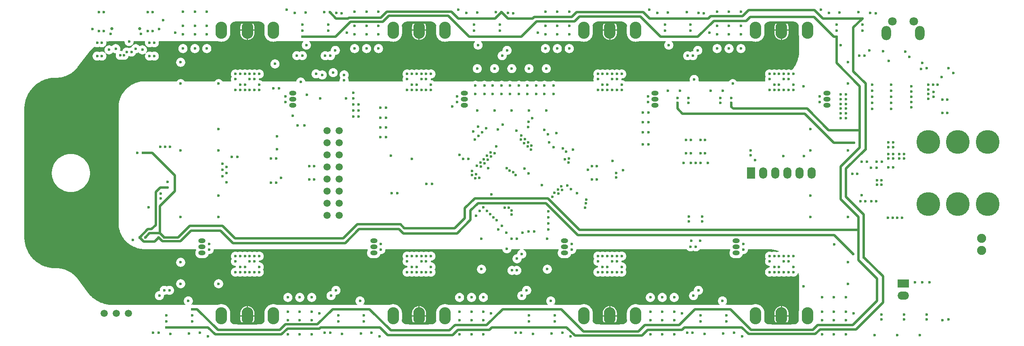
<source format=gbr>
%TF.GenerationSoftware,Altium Limited,Altium Designer,25.8.1 (18)*%
G04 Layer_Physical_Order=3*
G04 Layer_Color=6736896*
%FSLAX45Y45*%
%MOMM*%
%TF.SameCoordinates,304ADD41-B96C-4BE1-A440-764D1465AFBB*%
%TF.FilePolarity,Positive*%
%TF.FileFunction,Copper,L3,Inr,Signal*%
%TF.Part,Single*%
G01*
G75*
%TA.AperFunction,Conductor*%
%ADD63C,0.50000*%
%TA.AperFunction,ComponentPad*%
%ADD69O,1.52400X0.93980*%
%ADD71C,1.50000*%
%ADD72R,1.70000X2.40000*%
%ADD73R,2.40000X1.70000*%
%ADD74C,1.90000*%
%ADD75O,2.00000X3.00000*%
%ADD76C,1.80000*%
%ADD77O,2.40000X1.70000*%
%ADD78C,5.00000*%
%ADD79O,2.44000X3.60000*%
%ADD80O,1.70000X2.40000*%
%ADD81C,0.65000*%
%TA.AperFunction,ViaPad*%
%ADD82C,0.60000*%
%TA.AperFunction,Conductor*%
%ADD83R,19.00000X4.70000*%
G36*
X5859939Y3179217D02*
X5869795Y3177656D01*
X5879499Y3175326D01*
X5888991Y3172242D01*
X5898211Y3168423D01*
X5907103Y3163893D01*
X5915612Y3158678D01*
X5923685Y3152812D01*
X5931274Y3146331D01*
X5938331Y3139274D01*
X5944812Y3131686D01*
X5950678Y3123612D01*
X5955892Y3115103D01*
X5960423Y3106211D01*
X5962179Y3101972D01*
X5959979Y3091723D01*
X5958278Y3080551D01*
X5957256Y3069296D01*
X5956914Y3058000D01*
Y2942000D01*
X5957256Y2930704D01*
X5958278Y2919450D01*
X5959979Y2908277D01*
X5962351Y2897228D01*
X5965386Y2886342D01*
X5969072Y2875659D01*
X5972000Y2868590D01*
Y2564363D01*
X5971304Y2543102D01*
X5969913Y2521874D01*
X5967827Y2500703D01*
X5965051Y2479612D01*
X5961585Y2458623D01*
X5957435Y2437759D01*
X5952605Y2417042D01*
X5947099Y2396493D01*
X5940923Y2376136D01*
X5934085Y2355992D01*
X5926592Y2336082D01*
X5918451Y2316429D01*
X5909672Y2297052D01*
X5900263Y2277973D01*
X5890235Y2259211D01*
X5879598Y2240788D01*
X5868364Y2222723D01*
X5856546Y2205035D01*
X5844155Y2187743D01*
X5833232Y2173508D01*
X5829418Y2172836D01*
X5821405Y2170689D01*
X5813610Y2167852D01*
X5806092Y2164346D01*
X5800000Y2160829D01*
X5793908Y2164346D01*
X5786389Y2167852D01*
X5778594Y2170689D01*
X5770581Y2172836D01*
X5762411Y2174277D01*
X5754147Y2175000D01*
X5745852D01*
X5737588Y2174277D01*
X5729418Y2172836D01*
X5721405Y2170689D01*
X5713610Y2167852D01*
X5706092Y2164346D01*
X5699999Y2160829D01*
X5693908Y2164346D01*
X5686389Y2167852D01*
X5678594Y2170689D01*
X5670581Y2172836D01*
X5662411Y2174276D01*
X5654147Y2174999D01*
X5645852D01*
X5637588Y2174276D01*
X5629418Y2172836D01*
X5621405Y2170689D01*
X5613610Y2167852D01*
X5606092Y2164346D01*
X5600000Y2160829D01*
X5593908Y2164346D01*
X5586389Y2167852D01*
X5578594Y2170689D01*
X5570581Y2172836D01*
X5562412Y2174277D01*
X5554148Y2175000D01*
X5545852D01*
X5537588Y2174277D01*
X5529418Y2172836D01*
X5521406Y2170689D01*
X5513610Y2167852D01*
X5506092Y2164346D01*
X5500000Y2160829D01*
X5493908Y2164346D01*
X5486389Y2167852D01*
X5478594Y2170689D01*
X5470581Y2172836D01*
X5462411Y2174277D01*
X5454148Y2175000D01*
X5445852D01*
X5437588Y2174277D01*
X5429418Y2172836D01*
X5421405Y2170689D01*
X5413610Y2167852D01*
X5406092Y2164346D01*
X5400000Y2160829D01*
X5393908Y2164346D01*
X5386389Y2167852D01*
X5378594Y2170689D01*
X5370581Y2172836D01*
X5362411Y2174277D01*
X5354148Y2175000D01*
X5345852D01*
X5337588Y2174277D01*
X5329418Y2172836D01*
X5321405Y2170689D01*
X5313610Y2167852D01*
X5306092Y2164346D01*
X5298908Y2160198D01*
X5292112Y2155440D01*
X5285758Y2150108D01*
X5279892Y2144242D01*
X5274559Y2137887D01*
X5269801Y2131092D01*
X5265653Y2123908D01*
X5262147Y2116389D01*
X5259310Y2108594D01*
X5257163Y2100581D01*
X5255723Y2092412D01*
X5255000Y2084148D01*
Y2075852D01*
X5255723Y2067588D01*
X5257163Y2059419D01*
X5259310Y2051406D01*
X5262147Y2043610D01*
X5265653Y2036092D01*
X5269801Y2028908D01*
X5272538Y2025000D01*
X5269801Y2021092D01*
X5265653Y2013908D01*
X5262147Y2006390D01*
X5259310Y1998594D01*
X5257163Y1990581D01*
X5255723Y1982412D01*
X5255000Y1974148D01*
Y1965852D01*
X5255723Y1957588D01*
X5257163Y1949419D01*
X5259310Y1941406D01*
X5261642Y1935000D01*
X5259955Y1930921D01*
X5255129Y1925000D01*
X4660754D01*
X4660135Y1926071D01*
X4655377Y1932866D01*
X4650045Y1939221D01*
X4644179Y1945087D01*
X4637824Y1950419D01*
X4631029Y1955177D01*
X4623845Y1959325D01*
X4616326Y1962831D01*
X4608531Y1965668D01*
X4600518Y1967815D01*
X4592348Y1969256D01*
X4584085Y1969979D01*
X4575789D01*
X4567525Y1969256D01*
X4559355Y1967815D01*
X4551342Y1965668D01*
X4543547Y1962831D01*
X4536029Y1959325D01*
X4528845Y1955177D01*
X4522049Y1950419D01*
X4515695Y1945087D01*
X4509829Y1939221D01*
X4504496Y1932866D01*
X4499738Y1926071D01*
X4499120Y1925000D01*
X3867031D01*
X3860122Y1935000D01*
X3860626Y1936385D01*
X3862773Y1944398D01*
X3864214Y1952567D01*
X3864937Y1960831D01*
Y1969127D01*
X3864214Y1977391D01*
X3862773Y1985560D01*
X3860626Y1993573D01*
X3857789Y2001369D01*
X3854283Y2008887D01*
X3850135Y2016071D01*
X3845377Y2022866D01*
X3840045Y2029221D01*
X3834179Y2035087D01*
X3827824Y2040419D01*
X3821029Y2045178D01*
X3813845Y2049325D01*
X3806326Y2052831D01*
X3798531Y2055668D01*
X3790518Y2057816D01*
X3782349Y2059256D01*
X3774085Y2059979D01*
X3765789D01*
X3757525Y2059256D01*
X3749355Y2057816D01*
X3741343Y2055668D01*
X3733547Y2052831D01*
X3726029Y2049325D01*
X3718845Y2045178D01*
X3712049Y2040419D01*
X3705695Y2035087D01*
X3699829Y2029221D01*
X3694497Y2022866D01*
X3689738Y2016071D01*
X3685591Y2008887D01*
X3682085Y2001369D01*
X3679247Y1993573D01*
X3677100Y1985560D01*
X3675660Y1977391D01*
X3674937Y1969127D01*
Y1960831D01*
X3675660Y1952567D01*
X3677100Y1944398D01*
X3679247Y1936385D01*
X3679751Y1935000D01*
X3672843Y1925000D01*
X2314350D01*
X2314242Y1925108D01*
X2307887Y1930440D01*
X2301092Y1935198D01*
X2293908Y1939346D01*
X2286390Y1942852D01*
X2278594Y1945689D01*
X2270581Y1947836D01*
X2262412Y1949277D01*
X2254148Y1950000D01*
X2253093D01*
X2247542Y1954778D01*
X2244580Y1959199D01*
X2244481Y1959918D01*
X2245000Y1965852D01*
Y1974148D01*
X2244922Y1975043D01*
X2244962Y1975479D01*
X2253152Y1984780D01*
X2253975Y1985000D01*
X2254148D01*
X2262412Y1985723D01*
X2270581Y1987163D01*
X2278594Y1989310D01*
X2286390Y1992147D01*
X2293908Y1995653D01*
X2301092Y1999801D01*
X2307887Y2004559D01*
X2314242Y2009892D01*
X2320108Y2015757D01*
X2325440Y2022112D01*
X2330199Y2028908D01*
X2334346Y2036092D01*
X2337852Y2043610D01*
X2340690Y2051405D01*
X2342837Y2059418D01*
X2344277Y2067588D01*
X2345000Y2075852D01*
Y2084147D01*
X2344277Y2092411D01*
X2342837Y2100581D01*
X2340690Y2108594D01*
X2337852Y2116389D01*
X2334346Y2123908D01*
X2330199Y2131092D01*
X2325440Y2137887D01*
X2320108Y2144242D01*
X2314242Y2150108D01*
X2307887Y2155440D01*
X2301092Y2160198D01*
X2293908Y2164346D01*
X2286390Y2167852D01*
X2278594Y2170689D01*
X2270581Y2172836D01*
X2262412Y2174277D01*
X2254148Y2175000D01*
X2245852D01*
X2237588Y2174277D01*
X2229419Y2172836D01*
X2221406Y2170689D01*
X2213611Y2167852D01*
X2206092Y2164346D01*
X2200000Y2160829D01*
X2193908Y2164346D01*
X2186390Y2167852D01*
X2178594Y2170689D01*
X2170581Y2172836D01*
X2162412Y2174277D01*
X2154148Y2175000D01*
X2145852D01*
X2137588Y2174277D01*
X2129419Y2172836D01*
X2121406Y2170689D01*
X2113610Y2167852D01*
X2106092Y2164346D01*
X2100000Y2160829D01*
X2093908Y2164346D01*
X2086390Y2167852D01*
X2078594Y2170689D01*
X2070581Y2172836D01*
X2062412Y2174276D01*
X2054148Y2174999D01*
X2045852D01*
X2037588Y2174276D01*
X2029419Y2172836D01*
X2021406Y2170689D01*
X2013610Y2167852D01*
X2006092Y2164346D01*
X2000001Y2160829D01*
X1993908Y2164346D01*
X1986390Y2167852D01*
X1978594Y2170689D01*
X1970582Y2172836D01*
X1962412Y2174277D01*
X1954148Y2175000D01*
X1945852D01*
X1937588Y2174277D01*
X1929419Y2172836D01*
X1921406Y2170689D01*
X1913611Y2167852D01*
X1906092Y2164346D01*
X1900000Y2160829D01*
X1893908Y2164346D01*
X1886390Y2167852D01*
X1878594Y2170689D01*
X1870581Y2172836D01*
X1862412Y2174277D01*
X1854148Y2175000D01*
X1845852D01*
X1837588Y2174277D01*
X1829419Y2172836D01*
X1821406Y2170689D01*
X1813611Y2167852D01*
X1806092Y2164346D01*
X1800000Y2160829D01*
X1793908Y2164346D01*
X1786390Y2167852D01*
X1778594Y2170689D01*
X1770581Y2172836D01*
X1762412Y2174277D01*
X1754148Y2175000D01*
X1745852D01*
X1737588Y2174277D01*
X1729419Y2172836D01*
X1721406Y2170689D01*
X1713610Y2167852D01*
X1706092Y2164346D01*
X1698908Y2160198D01*
X1692113Y2155440D01*
X1685758Y2150108D01*
X1679892Y2144242D01*
X1674560Y2137887D01*
X1669802Y2131092D01*
X1665654Y2123908D01*
X1662148Y2116389D01*
X1659311Y2108594D01*
X1657164Y2100581D01*
X1655723Y2092412D01*
X1655000Y2084148D01*
Y2075852D01*
X1655723Y2067588D01*
X1657164Y2059419D01*
X1659311Y2051406D01*
X1662148Y2043610D01*
X1665654Y2036092D01*
X1669802Y2028908D01*
X1672538Y2025000D01*
X1669802Y2021092D01*
X1665654Y2013908D01*
X1662148Y2006390D01*
X1659311Y1998594D01*
X1657164Y1990581D01*
X1655723Y1982412D01*
X1655000Y1974148D01*
Y1965852D01*
X1655723Y1957588D01*
X1657164Y1949419D01*
X1659311Y1941406D01*
X1661642Y1935000D01*
X1659955Y1930921D01*
X1655129Y1925000D01*
X861506D01*
X855389Y1927852D01*
X847594Y1930690D01*
X839581Y1932837D01*
X831412Y1934277D01*
X823148Y1935000D01*
X814852D01*
X806588Y1934277D01*
X798419Y1932837D01*
X790406Y1930690D01*
X782610Y1927852D01*
X776493Y1925000D01*
X671506D01*
X665390Y1927852D01*
X657594Y1930690D01*
X649581Y1932837D01*
X641412Y1934277D01*
X633148Y1935000D01*
X624852D01*
X616588Y1934277D01*
X608419Y1932837D01*
X600406Y1930690D01*
X592610Y1927852D01*
X586494Y1925000D01*
X499506D01*
X493389Y1927852D01*
X485594Y1930690D01*
X477581Y1932837D01*
X469412Y1934277D01*
X461148Y1935000D01*
X452852D01*
X444588Y1934277D01*
X436418Y1932837D01*
X428406Y1930690D01*
X420610Y1927852D01*
X414493Y1925000D01*
X309506D01*
X303390Y1927852D01*
X295594Y1930690D01*
X287581Y1932837D01*
X279412Y1934277D01*
X271148Y1935000D01*
X262852D01*
X254588Y1934277D01*
X246419Y1932837D01*
X238406Y1930690D01*
X230610Y1927852D01*
X224494Y1925000D01*
X137506D01*
X131389Y1927852D01*
X123594Y1930690D01*
X115581Y1932837D01*
X107412Y1934277D01*
X99148Y1935000D01*
X90852D01*
X82588Y1934277D01*
X74418Y1932837D01*
X66406Y1930690D01*
X58610Y1927852D01*
X52493Y1925000D01*
X-52494D01*
X-58610Y1927852D01*
X-66406Y1930690D01*
X-74419Y1932837D01*
X-82588Y1934277D01*
X-90852Y1935000D01*
X-99148D01*
X-107412Y1934277D01*
X-115581Y1932837D01*
X-123594Y1930690D01*
X-131390Y1927852D01*
X-137506Y1925000D01*
X-224494D01*
X-230611Y1927852D01*
X-238406Y1930690D01*
X-246419Y1932837D01*
X-254589Y1934277D01*
X-262852Y1935000D01*
X-271148D01*
X-279412Y1934277D01*
X-287582Y1932837D01*
X-295595Y1930690D01*
X-303390Y1927852D01*
X-309507Y1925000D01*
X-414494D01*
X-420611Y1927852D01*
X-428406Y1930690D01*
X-436419Y1932837D01*
X-444588Y1934277D01*
X-452852Y1935000D01*
X-461148D01*
X-469412Y1934277D01*
X-477581Y1932837D01*
X-485594Y1930690D01*
X-493390Y1927852D01*
X-499506Y1925000D01*
X-586494D01*
X-592611Y1927852D01*
X-600406Y1930690D01*
X-608419Y1932837D01*
X-616589Y1934277D01*
X-624853Y1935000D01*
X-633148D01*
X-641412Y1934277D01*
X-649582Y1932837D01*
X-657595Y1930690D01*
X-665390Y1927852D01*
X-671507Y1925000D01*
X-776494D01*
X-782611Y1927852D01*
X-790406Y1930690D01*
X-798419Y1932837D01*
X-806589Y1934277D01*
X-814853Y1935000D01*
X-823148D01*
X-831412Y1934277D01*
X-839582Y1932837D01*
X-847595Y1930690D01*
X-855390Y1927852D01*
X-861507Y1925000D01*
X-1685650D01*
X-1685758Y1925108D01*
X-1692113Y1930440D01*
X-1698908Y1935198D01*
X-1706092Y1939346D01*
X-1713610Y1942852D01*
X-1721406Y1945689D01*
X-1729419Y1947836D01*
X-1737588Y1949277D01*
X-1745852Y1950000D01*
X-1746907D01*
X-1752459Y1954778D01*
X-1755420Y1959199D01*
X-1755519Y1959918D01*
X-1755000Y1965852D01*
Y1974148D01*
X-1755078Y1975043D01*
X-1755038Y1975479D01*
X-1746848Y1984780D01*
X-1746025Y1985000D01*
X-1745852D01*
X-1737588Y1985723D01*
X-1729419Y1987163D01*
X-1721406Y1989310D01*
X-1713610Y1992147D01*
X-1706092Y1995653D01*
X-1698908Y1999801D01*
X-1692113Y2004559D01*
X-1685758Y2009892D01*
X-1679892Y2015757D01*
X-1674560Y2022112D01*
X-1669802Y2028908D01*
X-1665654Y2036092D01*
X-1662148Y2043610D01*
X-1659311Y2051405D01*
X-1657164Y2059418D01*
X-1655723Y2067588D01*
X-1655000Y2075852D01*
Y2084147D01*
X-1655723Y2092411D01*
X-1657164Y2100581D01*
X-1659311Y2108594D01*
X-1662148Y2116389D01*
X-1665654Y2123908D01*
X-1669802Y2131092D01*
X-1674560Y2137887D01*
X-1679892Y2144242D01*
X-1685758Y2150108D01*
X-1692113Y2155440D01*
X-1698908Y2160198D01*
X-1706092Y2164346D01*
X-1713610Y2167852D01*
X-1721406Y2170689D01*
X-1729419Y2172836D01*
X-1737588Y2174277D01*
X-1745852Y2175000D01*
X-1754148D01*
X-1762412Y2174277D01*
X-1770581Y2172836D01*
X-1778594Y2170689D01*
X-1786390Y2167852D01*
X-1793908Y2164346D01*
X-1800000Y2160829D01*
X-1806092Y2164346D01*
X-1813611Y2167852D01*
X-1821406Y2170689D01*
X-1829419Y2172836D01*
X-1837588Y2174277D01*
X-1845852Y2175000D01*
X-1854148D01*
X-1862412Y2174277D01*
X-1870581Y2172836D01*
X-1878594Y2170689D01*
X-1886390Y2167852D01*
X-1893908Y2164346D01*
X-1900001Y2160829D01*
X-1906092Y2164346D01*
X-1913611Y2167852D01*
X-1921406Y2170689D01*
X-1929419Y2172836D01*
X-1937588Y2174276D01*
X-1945852Y2174999D01*
X-1954148D01*
X-1962412Y2174276D01*
X-1970582Y2172836D01*
X-1978594Y2170689D01*
X-1986390Y2167852D01*
X-1993908Y2164346D01*
X-2000000Y2160829D01*
X-2006092Y2164346D01*
X-2013610Y2167852D01*
X-2021406Y2170689D01*
X-2029419Y2172836D01*
X-2037588Y2174277D01*
X-2045852Y2175000D01*
X-2054148D01*
X-2062412Y2174277D01*
X-2070581Y2172836D01*
X-2078594Y2170689D01*
X-2086390Y2167852D01*
X-2093908Y2164346D01*
X-2100000Y2160829D01*
X-2106092Y2164346D01*
X-2113610Y2167852D01*
X-2121406Y2170689D01*
X-2129419Y2172836D01*
X-2137588Y2174277D01*
X-2145852Y2175000D01*
X-2154148D01*
X-2162412Y2174277D01*
X-2170581Y2172836D01*
X-2178594Y2170689D01*
X-2186390Y2167852D01*
X-2193908Y2164346D01*
X-2200000Y2160829D01*
X-2206092Y2164346D01*
X-2213611Y2167852D01*
X-2221406Y2170689D01*
X-2229419Y2172836D01*
X-2237588Y2174277D01*
X-2245852Y2175000D01*
X-2254148D01*
X-2262412Y2174277D01*
X-2270581Y2172836D01*
X-2278594Y2170689D01*
X-2286390Y2167852D01*
X-2293908Y2164346D01*
X-2301092Y2160198D01*
X-2307887Y2155440D01*
X-2314242Y2150108D01*
X-2320108Y2144242D01*
X-2325440Y2137887D01*
X-2330199Y2131092D01*
X-2334346Y2123908D01*
X-2337852Y2116389D01*
X-2340690Y2108594D01*
X-2342837Y2100581D01*
X-2344277Y2092412D01*
X-2345000Y2084148D01*
Y2075852D01*
X-2344277Y2067588D01*
X-2342837Y2059419D01*
X-2340690Y2051406D01*
X-2337852Y2043610D01*
X-2334346Y2036092D01*
X-2330199Y2028908D01*
X-2327462Y2025000D01*
X-2330199Y2021092D01*
X-2334346Y2013908D01*
X-2337852Y2006390D01*
X-2340690Y1998594D01*
X-2342837Y1990581D01*
X-2344277Y1982412D01*
X-2345000Y1974148D01*
Y1965852D01*
X-2344277Y1957588D01*
X-2342837Y1949419D01*
X-2340690Y1941406D01*
X-2338358Y1935000D01*
X-2340045Y1930921D01*
X-2344871Y1925000D01*
X-3469257D01*
X-3475512Y1935000D01*
X-3475000Y1940852D01*
Y1949147D01*
X-3475723Y1957411D01*
X-3477163Y1965581D01*
X-3479311Y1973594D01*
X-3482148Y1981389D01*
X-3485654Y1988908D01*
X-3489802Y1996092D01*
X-3494288Y2002500D01*
X-3489802Y2008908D01*
X-3485654Y2016092D01*
X-3482148Y2023610D01*
X-3479311Y2031405D01*
X-3477163Y2039418D01*
X-3475723Y2047588D01*
X-3475000Y2055852D01*
Y2064148D01*
X-3475723Y2072411D01*
X-3477163Y2080581D01*
X-3479311Y2088594D01*
X-3482148Y2096389D01*
X-3485654Y2103908D01*
X-3489802Y2111092D01*
X-3494560Y2117887D01*
X-3499892Y2124242D01*
X-3505758Y2130108D01*
X-3512113Y2135440D01*
X-3518908Y2140198D01*
X-3526092Y2144346D01*
X-3533610Y2147852D01*
X-3541406Y2150689D01*
X-3549419Y2152836D01*
X-3557588Y2154277D01*
X-3565852Y2155000D01*
X-3574148D01*
X-3582412Y2154277D01*
X-3590581Y2152836D01*
X-3598594Y2150689D01*
X-3606390Y2147852D01*
X-3613908Y2144346D01*
X-3621092Y2140198D01*
X-3627887Y2135440D01*
X-3634242Y2130108D01*
X-3640108Y2124242D01*
X-3645440Y2117887D01*
X-3650198Y2111092D01*
X-3654346Y2103908D01*
X-3657852Y2096389D01*
X-3660689Y2088594D01*
X-3662836Y2080581D01*
X-3664277Y2072411D01*
X-3665000Y2064148D01*
Y2055852D01*
X-3664277Y2047588D01*
X-3662836Y2039418D01*
X-3660689Y2031405D01*
X-3657852Y2023610D01*
X-3654346Y2016092D01*
X-3650198Y2008908D01*
X-3645712Y2002500D01*
X-3650198Y1996092D01*
X-3654346Y1988908D01*
X-3657852Y1981389D01*
X-3660689Y1973594D01*
X-3662836Y1965581D01*
X-3664277Y1957411D01*
X-3665000Y1949147D01*
Y1940852D01*
X-3664488Y1935000D01*
X-3670742Y1925000D01*
X-4386268D01*
X-4387163Y1930081D01*
X-4389310Y1938094D01*
X-4392148Y1945889D01*
X-4395654Y1953408D01*
X-4399801Y1960592D01*
X-4404560Y1967387D01*
X-4409892Y1973742D01*
X-4415758Y1979608D01*
X-4422113Y1984940D01*
X-4428908Y1989698D01*
X-4436092Y1993846D01*
X-4443610Y1997352D01*
X-4451406Y2000189D01*
X-4459419Y2002336D01*
X-4467588Y2003777D01*
X-4475852Y2004500D01*
X-4484148D01*
X-4492412Y2003777D01*
X-4500581Y2002336D01*
X-4508594Y2000189D01*
X-4516389Y1997352D01*
X-4523908Y1993846D01*
X-4531092Y1989698D01*
X-4537887Y1984940D01*
X-4544242Y1979608D01*
X-4550108Y1973742D01*
X-4555440Y1967387D01*
X-4560198Y1960592D01*
X-4564346Y1953408D01*
X-4567852Y1945889D01*
X-4570689Y1938094D01*
X-4572836Y1930081D01*
X-4573732Y1925000D01*
X-5285650D01*
X-5285758Y1925108D01*
X-5292113Y1930440D01*
X-5298908Y1935198D01*
X-5306092Y1939346D01*
X-5313610Y1942852D01*
X-5321406Y1945689D01*
X-5329419Y1947836D01*
X-5337588Y1949277D01*
X-5345852Y1950000D01*
X-5346907D01*
X-5352458Y1954778D01*
X-5355420Y1959199D01*
X-5355519Y1959918D01*
X-5355000Y1965852D01*
Y1974148D01*
X-5355078Y1975043D01*
X-5355038Y1975479D01*
X-5346848Y1984780D01*
X-5346025Y1985000D01*
X-5345852D01*
X-5337588Y1985723D01*
X-5329419Y1987163D01*
X-5321406Y1989310D01*
X-5313610Y1992147D01*
X-5306092Y1995653D01*
X-5298908Y1999801D01*
X-5292113Y2004559D01*
X-5285758Y2009892D01*
X-5279892Y2015757D01*
X-5274560Y2022112D01*
X-5269802Y2028908D01*
X-5265654Y2036092D01*
X-5262148Y2043610D01*
X-5259311Y2051405D01*
X-5257163Y2059418D01*
X-5255723Y2067588D01*
X-5255000Y2075852D01*
Y2084147D01*
X-5255723Y2092411D01*
X-5257163Y2100581D01*
X-5259311Y2108594D01*
X-5262148Y2116389D01*
X-5265654Y2123908D01*
X-5269802Y2131092D01*
X-5274560Y2137887D01*
X-5279892Y2144242D01*
X-5285758Y2150108D01*
X-5292113Y2155440D01*
X-5298908Y2160198D01*
X-5306092Y2164346D01*
X-5313610Y2167852D01*
X-5321406Y2170689D01*
X-5329419Y2172836D01*
X-5337588Y2174277D01*
X-5345852Y2175000D01*
X-5354148D01*
X-5362412Y2174277D01*
X-5370581Y2172836D01*
X-5378594Y2170689D01*
X-5386390Y2167852D01*
X-5393908Y2164346D01*
X-5400000Y2160829D01*
X-5406092Y2164346D01*
X-5413610Y2167852D01*
X-5421406Y2170689D01*
X-5429419Y2172836D01*
X-5437588Y2174277D01*
X-5445852Y2175000D01*
X-5454148D01*
X-5462412Y2174277D01*
X-5470581Y2172836D01*
X-5478594Y2170689D01*
X-5486390Y2167852D01*
X-5493908Y2164346D01*
X-5500000Y2160829D01*
X-5506092Y2164346D01*
X-5513611Y2167852D01*
X-5521406Y2170689D01*
X-5529419Y2172836D01*
X-5537588Y2174276D01*
X-5545852Y2174999D01*
X-5554148D01*
X-5562412Y2174276D01*
X-5570581Y2172836D01*
X-5578594Y2170689D01*
X-5586390Y2167852D01*
X-5593908Y2164346D01*
X-5599999Y2160829D01*
X-5606092Y2164346D01*
X-5613610Y2167852D01*
X-5621406Y2170689D01*
X-5629419Y2172836D01*
X-5637588Y2174277D01*
X-5645852Y2175000D01*
X-5654148D01*
X-5662412Y2174277D01*
X-5670581Y2172836D01*
X-5678594Y2170689D01*
X-5686389Y2167852D01*
X-5693908Y2164346D01*
X-5700000Y2160829D01*
X-5706092Y2164346D01*
X-5713610Y2167852D01*
X-5721406Y2170689D01*
X-5729419Y2172836D01*
X-5737588Y2174277D01*
X-5745852Y2175000D01*
X-5754148D01*
X-5762412Y2174277D01*
X-5770581Y2172836D01*
X-5778594Y2170689D01*
X-5786389Y2167852D01*
X-5793908Y2164346D01*
X-5800000Y2160829D01*
X-5806092Y2164346D01*
X-5813610Y2167852D01*
X-5821406Y2170689D01*
X-5829419Y2172836D01*
X-5837588Y2174277D01*
X-5845852Y2175000D01*
X-5854148D01*
X-5862412Y2174277D01*
X-5870581Y2172836D01*
X-5878594Y2170689D01*
X-5886390Y2167852D01*
X-5893908Y2164346D01*
X-5901092Y2160198D01*
X-5907887Y2155440D01*
X-5914242Y2150108D01*
X-5920108Y2144242D01*
X-5925440Y2137887D01*
X-5930198Y2131092D01*
X-5934346Y2123908D01*
X-5937852Y2116389D01*
X-5940689Y2108594D01*
X-5942836Y2100581D01*
X-5944277Y2092412D01*
X-5945000Y2084148D01*
Y2075852D01*
X-5944277Y2067588D01*
X-5942836Y2059419D01*
X-5940689Y2051406D01*
X-5937852Y2043610D01*
X-5934346Y2036092D01*
X-5930198Y2028908D01*
X-5927462Y2025000D01*
X-5930198Y2021092D01*
X-5934346Y2013908D01*
X-5937852Y2006390D01*
X-5940689Y1998594D01*
X-5942836Y1990581D01*
X-5944277Y1982412D01*
X-5945000Y1974148D01*
Y1965852D01*
X-5944277Y1957588D01*
X-5942836Y1949419D01*
X-5940689Y1941406D01*
X-5938358Y1935000D01*
X-5940045Y1930921D01*
X-5944871Y1925000D01*
X-6121671D01*
X-6122301Y1926092D01*
X-6127060Y1932888D01*
X-6132392Y1939243D01*
X-6138258Y1945108D01*
X-6144613Y1950441D01*
X-6151408Y1955199D01*
X-6158592Y1959347D01*
X-6166110Y1962853D01*
X-6173906Y1965690D01*
X-6181919Y1967837D01*
X-6190088Y1969277D01*
X-6198352Y1970000D01*
X-6206648D01*
X-6214912Y1969277D01*
X-6223081Y1967837D01*
X-6231094Y1965690D01*
X-6238889Y1962853D01*
X-6246408Y1959347D01*
X-6253592Y1955199D01*
X-6260387Y1950441D01*
X-6266742Y1945108D01*
X-6272608Y1939243D01*
X-6277940Y1932888D01*
X-6282698Y1926092D01*
X-6283329Y1925000D01*
X-6916671D01*
X-6917302Y1926092D01*
X-6922060Y1932888D01*
X-6927392Y1939243D01*
X-6933258Y1945108D01*
X-6939613Y1950441D01*
X-6946408Y1955199D01*
X-6953592Y1959347D01*
X-6961111Y1962853D01*
X-6968906Y1965690D01*
X-6976919Y1967837D01*
X-6985088Y1969277D01*
X-6993352Y1970000D01*
X-7001648D01*
X-7009912Y1969277D01*
X-7018081Y1967837D01*
X-7026094Y1965690D01*
X-7033890Y1962853D01*
X-7041408Y1959347D01*
X-7048592Y1955199D01*
X-7055387Y1950441D01*
X-7061742Y1945108D01*
X-7067608Y1939243D01*
X-7072940Y1932888D01*
X-7077699Y1926092D01*
X-7078329Y1925000D01*
X-7750000D01*
Y1925000D01*
X-7759817Y1924912D01*
X-7779438Y1924211D01*
X-7799022Y1922810D01*
X-7818544Y1920712D01*
X-7837978Y1917918D01*
X-7857300Y1914432D01*
X-7876485Y1910258D01*
X-7895509Y1905402D01*
X-7914348Y1899871D01*
X-7932977Y1893671D01*
X-7951373Y1886809D01*
X-7969512Y1879296D01*
X-7987372Y1871140D01*
X-8004929Y1862351D01*
X-8022161Y1852941D01*
X-8039046Y1842923D01*
X-8055564Y1832308D01*
X-8071691Y1821110D01*
X-8087409Y1809344D01*
X-8102697Y1797024D01*
X-8117535Y1784167D01*
X-8131905Y1770788D01*
X-8145788Y1756905D01*
X-8159167Y1742535D01*
X-8172025Y1727697D01*
X-8184344Y1712409D01*
X-8196110Y1696691D01*
X-8207308Y1680563D01*
X-8217923Y1664046D01*
X-8227942Y1647161D01*
X-8237351Y1629929D01*
X-8246140Y1612371D01*
X-8254296Y1594512D01*
X-8261809Y1576373D01*
X-8268671Y1557977D01*
X-8274871Y1539347D01*
X-8280403Y1520509D01*
X-8285258Y1501485D01*
X-8289432Y1482300D01*
X-8292918Y1462978D01*
X-8295712Y1443543D01*
X-8297811Y1424022D01*
X-8299211Y1404438D01*
X-8299912Y1384817D01*
X-8300000Y1375000D01*
X-8300000Y-1050000D01*
X-8300000D01*
X-8299912Y-1059817D01*
X-8299211Y-1079439D01*
X-8297811Y-1099022D01*
X-8295712Y-1118544D01*
X-8292918Y-1137978D01*
X-8289432Y-1157300D01*
X-8285258Y-1176485D01*
X-8280403Y-1195509D01*
X-8274871Y-1214348D01*
X-8268671Y-1232977D01*
X-8261809Y-1251373D01*
X-8254296Y-1269512D01*
X-8246140Y-1287372D01*
X-8237351Y-1304929D01*
X-8227942Y-1322161D01*
X-8217923Y-1339047D01*
X-8207308Y-1355564D01*
X-8196110Y-1371691D01*
X-8184344Y-1387409D01*
X-8172025Y-1402697D01*
X-8159167Y-1417535D01*
X-8145788Y-1431905D01*
X-8131905Y-1445789D01*
X-8117535Y-1459167D01*
X-8102697Y-1472025D01*
X-8087409Y-1484345D01*
X-8071691Y-1496111D01*
X-8055564Y-1507308D01*
X-8039046Y-1517923D01*
X-8022161Y-1527942D01*
X-8004929Y-1537351D01*
X-7987372Y-1546140D01*
X-7969512Y-1554296D01*
X-7951373Y-1561810D01*
X-7932977Y-1568671D01*
X-7914348Y-1574871D01*
X-7895509Y-1580403D01*
X-7876485Y-1585258D01*
X-7857300Y-1589432D01*
X-7837978Y-1592918D01*
X-7818544Y-1595712D01*
X-7799022Y-1597811D01*
X-7779438Y-1599212D01*
X-7759817Y-1599912D01*
X-7750000Y-1600000D01*
X-6679477D01*
X-6679071Y-1600881D01*
X-6674771Y-1608560D01*
X-6671470Y-1613500D01*
X-6674771Y-1618440D01*
X-6679071Y-1626118D01*
X-6682755Y-1634110D01*
X-6685801Y-1642366D01*
X-6688190Y-1650836D01*
X-6689907Y-1659467D01*
X-6690941Y-1668206D01*
X-6691286Y-1677000D01*
X-6690941Y-1685793D01*
X-6689907Y-1694532D01*
X-6688190Y-1703163D01*
X-6685801Y-1711633D01*
X-6682755Y-1719890D01*
X-6679071Y-1727881D01*
X-6674771Y-1735559D01*
X-6669882Y-1742877D01*
X-6664433Y-1749787D01*
X-6658460Y-1756250D01*
X-6651998Y-1762223D01*
X-6645087Y-1767672D01*
X-6637770Y-1772561D01*
X-6630091Y-1776861D01*
X-6622100Y-1780545D01*
X-6613844Y-1783591D01*
X-6605374Y-1785979D01*
X-6596742Y-1787696D01*
X-6588003Y-1788731D01*
X-6579210Y-1789076D01*
X-6520790D01*
X-6511996Y-1788731D01*
X-6503257Y-1787696D01*
X-6494626Y-1785979D01*
X-6486156Y-1783591D01*
X-6477900Y-1780545D01*
X-6469908Y-1776861D01*
X-6462230Y-1772561D01*
X-6454913Y-1767672D01*
X-6448002Y-1762223D01*
X-6441540Y-1756250D01*
X-6435566Y-1749787D01*
X-6430118Y-1742877D01*
X-6425229Y-1735559D01*
X-6420929Y-1727881D01*
X-6417245Y-1719890D01*
X-6414199Y-1711633D01*
X-6411810Y-1703163D01*
X-6411550Y-1701853D01*
X-6404148Y-1702501D01*
X-6395852D01*
X-6387588Y-1701777D01*
X-6379419Y-1700337D01*
X-6371406Y-1698190D01*
X-6363610Y-1695353D01*
X-6356092Y-1691847D01*
X-6348908Y-1687699D01*
X-6342113Y-1682941D01*
X-6335758Y-1677609D01*
X-6329892Y-1671743D01*
X-6324560Y-1665388D01*
X-6319801Y-1658593D01*
X-6315654Y-1651408D01*
X-6312148Y-1643890D01*
X-6309310Y-1636095D01*
X-6307163Y-1628082D01*
X-6305723Y-1619912D01*
X-6305000Y-1611648D01*
Y-1610000D01*
X-6296388Y-1600000D01*
X-5136430D01*
X-3079477D01*
X-3079071Y-1600881D01*
X-3074771Y-1608560D01*
X-3071470Y-1613500D01*
X-3074771Y-1618440D01*
X-3079071Y-1626118D01*
X-3082755Y-1634110D01*
X-3085801Y-1642366D01*
X-3088190Y-1650836D01*
X-3089907Y-1659467D01*
X-3090941Y-1668206D01*
X-3091286Y-1677000D01*
X-3090941Y-1685793D01*
X-3089907Y-1694532D01*
X-3088190Y-1703163D01*
X-3085801Y-1711633D01*
X-3082755Y-1719890D01*
X-3079071Y-1727881D01*
X-3074771Y-1735559D01*
X-3069882Y-1742877D01*
X-3064434Y-1749787D01*
X-3058460Y-1756250D01*
X-3051998Y-1762223D01*
X-3045087Y-1767672D01*
X-3037770Y-1772561D01*
X-3030091Y-1776861D01*
X-3022100Y-1780545D01*
X-3013844Y-1783591D01*
X-3005374Y-1785979D01*
X-2996743Y-1787696D01*
X-2988003Y-1788731D01*
X-2979210Y-1789076D01*
X-2920790D01*
X-2911996Y-1788731D01*
X-2903257Y-1787696D01*
X-2894626Y-1785979D01*
X-2886156Y-1783591D01*
X-2877900Y-1780545D01*
X-2869908Y-1776861D01*
X-2862230Y-1772561D01*
X-2854913Y-1767672D01*
X-2848002Y-1762223D01*
X-2841540Y-1756250D01*
X-2835566Y-1749787D01*
X-2830118Y-1742877D01*
X-2825229Y-1735559D01*
X-2820929Y-1727881D01*
X-2817245Y-1719890D01*
X-2814199Y-1711633D01*
X-2811810Y-1703163D01*
X-2811550Y-1701853D01*
X-2804148Y-1702501D01*
X-2795852D01*
X-2787588Y-1701777D01*
X-2779419Y-1700337D01*
X-2771406Y-1698190D01*
X-2763610Y-1695353D01*
X-2756092Y-1691847D01*
X-2748908Y-1687699D01*
X-2742113Y-1682941D01*
X-2735758Y-1677609D01*
X-2729892Y-1671743D01*
X-2724560Y-1665388D01*
X-2719802Y-1658593D01*
X-2715654Y-1651408D01*
X-2712148Y-1643890D01*
X-2709311Y-1636095D01*
X-2707163Y-1628082D01*
X-2705723Y-1619912D01*
X-2705000Y-1611648D01*
Y-1610000D01*
X-2696389Y-1600000D01*
X-251988Y-1600000D01*
X-251776Y-1602412D01*
X-250336Y-1610581D01*
X-248189Y-1618594D01*
X-245352Y-1626389D01*
X-241846Y-1633908D01*
X-237698Y-1641092D01*
X-232940Y-1647887D01*
X-227608Y-1654242D01*
X-221742Y-1660108D01*
X-215387Y-1665440D01*
X-208592Y-1670198D01*
X-201408Y-1674346D01*
X-193889Y-1677852D01*
X-186094Y-1680689D01*
X-178081Y-1682836D01*
X-169911Y-1684277D01*
X-161647Y-1685000D01*
X-153352D01*
X-145088Y-1684277D01*
X-136918Y-1682836D01*
X-128905Y-1680689D01*
X-121110Y-1677852D01*
X-113592Y-1674346D01*
X-106407Y-1670198D01*
X-99612Y-1665440D01*
X-93257Y-1660108D01*
X-87391Y-1654242D01*
X-82059Y-1647887D01*
X-77301Y-1641092D01*
X-73153Y-1633908D01*
X-69647Y-1626389D01*
X-66810Y-1618594D01*
X-64663Y-1610581D01*
X-63223Y-1602412D01*
X-63012Y-1600000D01*
X122748D01*
X124511Y-1610000D01*
X118610Y-1612148D01*
X111092Y-1615654D01*
X103908Y-1619801D01*
X97112Y-1624560D01*
X90758Y-1629892D01*
X84892Y-1635758D01*
X79559Y-1642113D01*
X74801Y-1648908D01*
X70653Y-1656092D01*
X67147Y-1663610D01*
X64310Y-1671406D01*
X62163Y-1679419D01*
X60723Y-1687588D01*
X60000Y-1695852D01*
X59220Y-1704220D01*
X50042Y-1705071D01*
X42588Y-1705723D01*
X34419Y-1707163D01*
X26406Y-1709310D01*
X18611Y-1712147D01*
X11092Y-1715653D01*
X3908Y-1719801D01*
X-2887Y-1724559D01*
X-9242Y-1729892D01*
X-15108Y-1735758D01*
X-20440Y-1742112D01*
X-25198Y-1748908D01*
X-29346Y-1756092D01*
X-32852Y-1763610D01*
X-35689Y-1771405D01*
X-37836Y-1779418D01*
X-39277Y-1787588D01*
X-40000Y-1795852D01*
Y-1804148D01*
X-39277Y-1812411D01*
X-37836Y-1820581D01*
X-35689Y-1828594D01*
X-32852Y-1836389D01*
X-29346Y-1843908D01*
X-25198Y-1851092D01*
X-20440Y-1857887D01*
X-15108Y-1864242D01*
X-9242Y-1870108D01*
X-2887Y-1875440D01*
X3908Y-1880198D01*
X11092Y-1884346D01*
X18611Y-1887852D01*
X26406Y-1890689D01*
X34419Y-1892836D01*
X42588Y-1894277D01*
X50852Y-1895000D01*
X59148D01*
X67412Y-1894277D01*
X75582Y-1892836D01*
X83594Y-1890689D01*
X91390Y-1887852D01*
X98908Y-1884346D01*
X106092Y-1880198D01*
X112888Y-1875440D01*
X119242Y-1870108D01*
X125108Y-1864242D01*
X130440Y-1857887D01*
X135199Y-1851092D01*
X139346Y-1843908D01*
X142852Y-1836389D01*
X145690Y-1828594D01*
X147837Y-1820581D01*
X149277Y-1812411D01*
X150000Y-1804148D01*
X150779Y-1795780D01*
X159958Y-1794929D01*
X167411Y-1794277D01*
X175581Y-1792836D01*
X183594Y-1790689D01*
X191389Y-1787852D01*
X198908Y-1784346D01*
X206092Y-1780198D01*
X212887Y-1775440D01*
X219242Y-1770108D01*
X225108Y-1764242D01*
X230440Y-1757887D01*
X235198Y-1751092D01*
X239346Y-1743908D01*
X242852Y-1736389D01*
X245689Y-1728594D01*
X247836Y-1720581D01*
X249277Y-1712412D01*
X250000Y-1704148D01*
Y-1695852D01*
X249277Y-1687588D01*
X247836Y-1679419D01*
X245689Y-1671406D01*
X242852Y-1663610D01*
X239346Y-1656092D01*
X235198Y-1648908D01*
X230440Y-1642113D01*
X225108Y-1635758D01*
X219242Y-1629892D01*
X212887Y-1624560D01*
X206092Y-1619801D01*
X198908Y-1615654D01*
X191389Y-1612148D01*
X185489Y-1610000D01*
X187252Y-1600000D01*
X920523D01*
X920929Y-1600881D01*
X925229Y-1608560D01*
X928530Y-1613500D01*
X925229Y-1618440D01*
X920929Y-1626118D01*
X917245Y-1634110D01*
X914199Y-1642366D01*
X911810Y-1650836D01*
X910093Y-1659467D01*
X909059Y-1668206D01*
X908713Y-1677000D01*
X909059Y-1685793D01*
X910093Y-1694532D01*
X911810Y-1703163D01*
X914199Y-1711633D01*
X917245Y-1719890D01*
X920929Y-1727881D01*
X925229Y-1735559D01*
X930118Y-1742877D01*
X935566Y-1749787D01*
X941540Y-1756250D01*
X948002Y-1762223D01*
X954913Y-1767672D01*
X962230Y-1772561D01*
X969908Y-1776861D01*
X977900Y-1780545D01*
X986156Y-1783591D01*
X994626Y-1785979D01*
X1003257Y-1787696D01*
X1011996Y-1788731D01*
X1020790Y-1789076D01*
X1079210D01*
X1088003Y-1788731D01*
X1096743Y-1787696D01*
X1105374Y-1785979D01*
X1113844Y-1783591D01*
X1122100Y-1780545D01*
X1130091Y-1776861D01*
X1137770Y-1772561D01*
X1145087Y-1767672D01*
X1151998Y-1762223D01*
X1158460Y-1756250D01*
X1164434Y-1749787D01*
X1169882Y-1742877D01*
X1174771Y-1735559D01*
X1179071Y-1727881D01*
X1182755Y-1719890D01*
X1185801Y-1711633D01*
X1188190Y-1703163D01*
X1188450Y-1701853D01*
X1195852Y-1702501D01*
X1204148D01*
X1212412Y-1701777D01*
X1220581Y-1700337D01*
X1228594Y-1698190D01*
X1236389Y-1695353D01*
X1243908Y-1691847D01*
X1251092Y-1687699D01*
X1257887Y-1682941D01*
X1264242Y-1677609D01*
X1270108Y-1671743D01*
X1275440Y-1665388D01*
X1280198Y-1658593D01*
X1284346Y-1651408D01*
X1287852Y-1643890D01*
X1290689Y-1636095D01*
X1292836Y-1628082D01*
X1294277Y-1619912D01*
X1295000Y-1611648D01*
Y-1610000D01*
X1303611Y-1600000D01*
X3614171D01*
X3614801Y-1601092D01*
X3619559Y-1607888D01*
X3624892Y-1614242D01*
X3630758Y-1620108D01*
X3637112Y-1625440D01*
X3643908Y-1630199D01*
X3651092Y-1634346D01*
X3658610Y-1637852D01*
X3666405Y-1640690D01*
X3674418Y-1642837D01*
X3682588Y-1644277D01*
X3690852Y-1645000D01*
X3699148D01*
X3707411Y-1644277D01*
X3715581Y-1642837D01*
X3723594Y-1640690D01*
X3731389Y-1637852D01*
X3738908Y-1634346D01*
X3746092Y-1630199D01*
X3750000Y-1627462D01*
X3753907Y-1630199D01*
X3761092Y-1634346D01*
X3768610Y-1637852D01*
X3776405Y-1640690D01*
X3784418Y-1642837D01*
X3792588Y-1644277D01*
X3800852Y-1645000D01*
X3809147D01*
X3817411Y-1644277D01*
X3825581Y-1642837D01*
X3833594Y-1640690D01*
X3841389Y-1637852D01*
X3848907Y-1634346D01*
X3856092Y-1630199D01*
X3862887Y-1625440D01*
X3869242Y-1620108D01*
X3875108Y-1614242D01*
X3880440Y-1607888D01*
X3885198Y-1601092D01*
X3885829Y-1600000D01*
X4520523D01*
X4520929Y-1600881D01*
X4525229Y-1608560D01*
X4528530Y-1613500D01*
X4525229Y-1618440D01*
X4520929Y-1626118D01*
X4517245Y-1634110D01*
X4514199Y-1642366D01*
X4511810Y-1650836D01*
X4510093Y-1659467D01*
X4509059Y-1668206D01*
X4508714Y-1677000D01*
X4509059Y-1685793D01*
X4510093Y-1694532D01*
X4511810Y-1703163D01*
X4514199Y-1711633D01*
X4517245Y-1719890D01*
X4520929Y-1727881D01*
X4525229Y-1735559D01*
X4530118Y-1742877D01*
X4535566Y-1749787D01*
X4541540Y-1756250D01*
X4548002Y-1762223D01*
X4554913Y-1767672D01*
X4562230Y-1772561D01*
X4569909Y-1776861D01*
X4577900Y-1780545D01*
X4586156Y-1783591D01*
X4594626Y-1785979D01*
X4603257Y-1787696D01*
X4611997Y-1788731D01*
X4620790Y-1789076D01*
X4679210D01*
X4688004Y-1788731D01*
X4696743Y-1787696D01*
X4705374Y-1785979D01*
X4713844Y-1783591D01*
X4722100Y-1780545D01*
X4730092Y-1776861D01*
X4737770Y-1772561D01*
X4745087Y-1767672D01*
X4751998Y-1762223D01*
X4758460Y-1756250D01*
X4764434Y-1749787D01*
X4769882Y-1742877D01*
X4774771Y-1735559D01*
X4779071Y-1727881D01*
X4782755Y-1719890D01*
X4785801Y-1711633D01*
X4788190Y-1703163D01*
X4788450Y-1701853D01*
X4795852Y-1702501D01*
X4804148D01*
X4812412Y-1701777D01*
X4820581Y-1700337D01*
X4828594Y-1698190D01*
X4836390Y-1695353D01*
X4843908Y-1691847D01*
X4851092Y-1687699D01*
X4857887Y-1682941D01*
X4864242Y-1677609D01*
X4870108Y-1671743D01*
X4875440Y-1665388D01*
X4880199Y-1658593D01*
X4884346Y-1651408D01*
X4887852Y-1643890D01*
X4890689Y-1636095D01*
X4892837Y-1628082D01*
X4894277Y-1619912D01*
X4895000Y-1611648D01*
Y-1610000D01*
X4903611Y-1600000D01*
X5322000D01*
X5332637D01*
X5353898Y-1600696D01*
X5375126Y-1602087D01*
X5396296Y-1604173D01*
X5417387Y-1606950D01*
X5438376Y-1610415D01*
X5459241Y-1614565D01*
X5479958Y-1619396D01*
X5500506Y-1624902D01*
X5520863Y-1631077D01*
X5541008Y-1637915D01*
X5546547Y-1640000D01*
X5545852Y-1649999D01*
X5537589Y-1650723D01*
X5529419Y-1652163D01*
X5521406Y-1654310D01*
X5513611Y-1657147D01*
X5506092Y-1660653D01*
X5500000Y-1664171D01*
X5493908Y-1660654D01*
X5486390Y-1657148D01*
X5478595Y-1654310D01*
X5470582Y-1652163D01*
X5462412Y-1650723D01*
X5454148Y-1650000D01*
X5445852D01*
X5437589Y-1650723D01*
X5429419Y-1652163D01*
X5421406Y-1654310D01*
X5413611Y-1657148D01*
X5406092Y-1660654D01*
X5400000Y-1664171D01*
X5393908Y-1660653D01*
X5386390Y-1657147D01*
X5378595Y-1654310D01*
X5370582Y-1652163D01*
X5362412Y-1650723D01*
X5354148Y-1649999D01*
X5345852D01*
X5337589Y-1650723D01*
X5329419Y-1652163D01*
X5321406Y-1654310D01*
X5313611Y-1657147D01*
X5306092Y-1660653D01*
X5298908Y-1664801D01*
X5292113Y-1669559D01*
X5285758Y-1674891D01*
X5279892Y-1680757D01*
X5274560Y-1687112D01*
X5269802Y-1693907D01*
X5265654Y-1701092D01*
X5262148Y-1708610D01*
X5259311Y-1716405D01*
X5257164Y-1724418D01*
X5255723Y-1732588D01*
X5255000Y-1740852D01*
Y-1749147D01*
X5255723Y-1757411D01*
X5257164Y-1765581D01*
X5259311Y-1773594D01*
X5262148Y-1781389D01*
X5265654Y-1788908D01*
X5269802Y-1796092D01*
X5272538Y-1800000D01*
X5269802Y-1803908D01*
X5265654Y-1811092D01*
X5262148Y-1818610D01*
X5259311Y-1826406D01*
X5257164Y-1834418D01*
X5255723Y-1842588D01*
X5255000Y-1850852D01*
Y-1859148D01*
X5255723Y-1867412D01*
X5257164Y-1875581D01*
X5259311Y-1883594D01*
X5262148Y-1891389D01*
X5265654Y-1898908D01*
X5269802Y-1906092D01*
X5274560Y-1912887D01*
X5279892Y-1919242D01*
X5285758Y-1925108D01*
X5292113Y-1930440D01*
X5298908Y-1935198D01*
X5306092Y-1939346D01*
X5313611Y-1942852D01*
X5321406Y-1945689D01*
X5329419Y-1947836D01*
X5337589Y-1949277D01*
X5345852Y-1950000D01*
X5346907D01*
X5352458Y-1954778D01*
X5355420Y-1959199D01*
X5355519Y-1959918D01*
X5355000Y-1965852D01*
Y-1974147D01*
X5355078Y-1975043D01*
X5355038Y-1975479D01*
X5346848Y-1984780D01*
X5346025Y-1985000D01*
X5345852D01*
X5337589Y-1985723D01*
X5329419Y-1987163D01*
X5321406Y-1989310D01*
X5313611Y-1992147D01*
X5306092Y-1995653D01*
X5298908Y-1999801D01*
X5292113Y-2004559D01*
X5285758Y-2009892D01*
X5279892Y-2015757D01*
X5274560Y-2022112D01*
X5269802Y-2028908D01*
X5265654Y-2036092D01*
X5262148Y-2043610D01*
X5259311Y-2051405D01*
X5257164Y-2059418D01*
X5255723Y-2067588D01*
X5255000Y-2075852D01*
Y-2084147D01*
X5255723Y-2092411D01*
X5257164Y-2100581D01*
X5259311Y-2108594D01*
X5262148Y-2116389D01*
X5265654Y-2123908D01*
X5269802Y-2131092D01*
X5274560Y-2137887D01*
X5279892Y-2144242D01*
X5285758Y-2150108D01*
X5292113Y-2155440D01*
X5298908Y-2160198D01*
X5306092Y-2164346D01*
X5313611Y-2167852D01*
X5321406Y-2170689D01*
X5329419Y-2172836D01*
X5337589Y-2174277D01*
X5345852Y-2175000D01*
X5354148D01*
X5362412Y-2174277D01*
X5370582Y-2172836D01*
X5378595Y-2170689D01*
X5386390Y-2167852D01*
X5393908Y-2164346D01*
X5400000Y-2160829D01*
X5406092Y-2164346D01*
X5413611Y-2167852D01*
X5421406Y-2170689D01*
X5429419Y-2172836D01*
X5437589Y-2174277D01*
X5445852Y-2175000D01*
X5454148D01*
X5462412Y-2174277D01*
X5470582Y-2172836D01*
X5478595Y-2170689D01*
X5486390Y-2167852D01*
X5493908Y-2164346D01*
X5500001Y-2160829D01*
X5506092Y-2164346D01*
X5513611Y-2167852D01*
X5521406Y-2170689D01*
X5529419Y-2172836D01*
X5537589Y-2174276D01*
X5545853Y-2174999D01*
X5554148D01*
X5562412Y-2174276D01*
X5570582Y-2172836D01*
X5578595Y-2170689D01*
X5586390Y-2167852D01*
X5593908Y-2164346D01*
X5600000Y-2160829D01*
X5606092Y-2164346D01*
X5613611Y-2167852D01*
X5621406Y-2170689D01*
X5629419Y-2172836D01*
X5637588Y-2174277D01*
X5645852Y-2175000D01*
X5654148D01*
X5662412Y-2174277D01*
X5670581Y-2172836D01*
X5678594Y-2170689D01*
X5686390Y-2167852D01*
X5693908Y-2164346D01*
X5700000Y-2160829D01*
X5706092Y-2164346D01*
X5713611Y-2167852D01*
X5721406Y-2170689D01*
X5729419Y-2172836D01*
X5737588Y-2174277D01*
X5745852Y-2175000D01*
X5754148D01*
X5762412Y-2174277D01*
X5770582Y-2172836D01*
X5778594Y-2170689D01*
X5786390Y-2167852D01*
X5793908Y-2164346D01*
X5800000Y-2160829D01*
X5806092Y-2164346D01*
X5813611Y-2167852D01*
X5821406Y-2170689D01*
X5829419Y-2172836D01*
X5837589Y-2174277D01*
X5845852Y-2175000D01*
X5854148D01*
X5862412Y-2174277D01*
X5870582Y-2172836D01*
X5878595Y-2170689D01*
X5886390Y-2167852D01*
X5893908Y-2164346D01*
X5901092Y-2160198D01*
X5907888Y-2155440D01*
X5914242Y-2150108D01*
X5920108Y-2144242D01*
X5925441Y-2137887D01*
X5930199Y-2131092D01*
X5934347Y-2123908D01*
X5937852Y-2116389D01*
X5940690Y-2108594D01*
X5942837Y-2100581D01*
X5943479Y-2096941D01*
X5953682Y-2096663D01*
X5957435Y-2112759D01*
X5961585Y-2133624D01*
X5965051Y-2154613D01*
X5967827Y-2175704D01*
X5969913Y-2196874D01*
X5971304Y-2218102D01*
X5972000Y-2239364D01*
Y-2344017D01*
X5969311Y-2351406D01*
X5967164Y-2359419D01*
X5965723Y-2367588D01*
X5965000Y-2375852D01*
Y-2384148D01*
X5965723Y-2392412D01*
X5967164Y-2400581D01*
X5969311Y-2408594D01*
X5972000Y-2415983D01*
Y-2868590D01*
X5969072Y-2875659D01*
X5965386Y-2886342D01*
X5962351Y-2897228D01*
X5959979Y-2908277D01*
X5958278Y-2919450D01*
X5957256Y-2930704D01*
X5956914Y-2942000D01*
Y-3058000D01*
X5957256Y-3069296D01*
X5958278Y-3080551D01*
X5959979Y-3091723D01*
X5962179Y-3101972D01*
X5960423Y-3106211D01*
X5955892Y-3115103D01*
X5950678Y-3123612D01*
X5944812Y-3131686D01*
X5938331Y-3139275D01*
X5931274Y-3146331D01*
X5923685Y-3152813D01*
X5915612Y-3158678D01*
X5907103Y-3163893D01*
X5898211Y-3168423D01*
X5888991Y-3172243D01*
X5879499Y-3175326D01*
X5869795Y-3177656D01*
X5859939Y-3179217D01*
X5849990Y-3180000D01*
X5699456D01*
X5695928Y-3170000D01*
X5696588Y-3169468D01*
X5704294Y-3162294D01*
X5711468Y-3154588D01*
X5718075Y-3146390D01*
X5724080Y-3137741D01*
X5729452Y-3128686D01*
X5734165Y-3119271D01*
X5738195Y-3109544D01*
X5741519Y-3099554D01*
X5744123Y-3089352D01*
X5745993Y-3078991D01*
X5747118Y-3068522D01*
X5747494Y-3058000D01*
Y-3012700D01*
X5452506D01*
Y-3058000D01*
X5452882Y-3068522D01*
X5454007Y-3078991D01*
X5455877Y-3089352D01*
X5458481Y-3099554D01*
X5461805Y-3109544D01*
X5465835Y-3119271D01*
X5470548Y-3128686D01*
X5475920Y-3137741D01*
X5481925Y-3146390D01*
X5488532Y-3154588D01*
X5495706Y-3162294D01*
X5503412Y-3169468D01*
X5504072Y-3170000D01*
X5500544Y-3180000D01*
X5350010D01*
X5340061Y-3179217D01*
X5330204Y-3177656D01*
X5320500Y-3175326D01*
X5311009Y-3172243D01*
X5301789Y-3168423D01*
X5292897Y-3163893D01*
X5284388Y-3158678D01*
X5276314Y-3152813D01*
X5268726Y-3146331D01*
X5261669Y-3139275D01*
X5255188Y-3131686D01*
X5249322Y-3123612D01*
X5244107Y-3115103D01*
X5239577Y-3106211D01*
X5237821Y-3101972D01*
X5240021Y-3091723D01*
X5241722Y-3080551D01*
X5242744Y-3069296D01*
X5243086Y-3058000D01*
Y-2942000D01*
X5242744Y-2930704D01*
X5241722Y-2919450D01*
X5240021Y-2908277D01*
X5237649Y-2897228D01*
X5234614Y-2886342D01*
X5230928Y-2875659D01*
X5226603Y-2865218D01*
X5221656Y-2855057D01*
X5216104Y-2845214D01*
X5209968Y-2835724D01*
X5203271Y-2826621D01*
X5196036Y-2817939D01*
X5188289Y-2809711D01*
X5180061Y-2801965D01*
X5171379Y-2794729D01*
X5162277Y-2788032D01*
X5152786Y-2781896D01*
X5142943Y-2776344D01*
X5132782Y-2771397D01*
X5122342Y-2767072D01*
X5111659Y-2763386D01*
X5100773Y-2760351D01*
X5089723Y-2757979D01*
X5078551Y-2756279D01*
X5067296Y-2755256D01*
X5056000Y-2754915D01*
X5044704Y-2755256D01*
X5033449Y-2756279D01*
X5022277Y-2757979D01*
X5011227Y-2760351D01*
X5000342Y-2763386D01*
X4989659Y-2767072D01*
X4982590Y-2770000D01*
X4541571D01*
X4539724Y-2769757D01*
X4531873Y-2769414D01*
X4475252D01*
X4473594Y-2768811D01*
X4465581Y-2766664D01*
X4457412Y-2765223D01*
X4449148Y-2764500D01*
X4440852D01*
X4432588Y-2765223D01*
X4429621Y-2765746D01*
X4425246Y-2756363D01*
X4426742Y-2755108D01*
X4432608Y-2749242D01*
X4437940Y-2742887D01*
X4442699Y-2736092D01*
X4446846Y-2728908D01*
X4450352Y-2721389D01*
X4453189Y-2713594D01*
X4455337Y-2705581D01*
X4456777Y-2697411D01*
X4457500Y-2689148D01*
Y-2680852D01*
X4456777Y-2672588D01*
X4455337Y-2664418D01*
X4453189Y-2656405D01*
X4450352Y-2648610D01*
X4446846Y-2641092D01*
X4442699Y-2633908D01*
X4437940Y-2627112D01*
X4432608Y-2620758D01*
X4426742Y-2614892D01*
X4420387Y-2609559D01*
X4413592Y-2604801D01*
X4406408Y-2600653D01*
X4398890Y-2597147D01*
X4391094Y-2594310D01*
X4383081Y-2592163D01*
X4374912Y-2590723D01*
X4366648Y-2590000D01*
X4358352D01*
X4350088Y-2590723D01*
X4341919Y-2592163D01*
X4333906Y-2594310D01*
X4326110Y-2597147D01*
X4318592Y-2600653D01*
X4311408Y-2604801D01*
X4304613Y-2609559D01*
X4298258Y-2614892D01*
X4292392Y-2620758D01*
X4287060Y-2627112D01*
X4282302Y-2633908D01*
X4278154Y-2641092D01*
X4274648Y-2648610D01*
X4271811Y-2656405D01*
X4269664Y-2664418D01*
X4268223Y-2672588D01*
X4267500Y-2680852D01*
Y-2689148D01*
X4268223Y-2697411D01*
X4269664Y-2705581D01*
X4271811Y-2713594D01*
X4274648Y-2721389D01*
X4278154Y-2728908D01*
X4282302Y-2736092D01*
X4287060Y-2742887D01*
X4292392Y-2749242D01*
X4298258Y-2755108D01*
X4303390Y-2759414D01*
X4302947Y-2763676D01*
X4299994Y-2769414D01*
X3783670D01*
X3775819Y-2769757D01*
X3773972Y-2770000D01*
X2617410D01*
X2610341Y-2767072D01*
X2599659Y-2763386D01*
X2588773Y-2760351D01*
X2577723Y-2757979D01*
X2566551Y-2756279D01*
X2555296Y-2755256D01*
X2544000Y-2754915D01*
X2532704Y-2755256D01*
X2521449Y-2756279D01*
X2510277Y-2757979D01*
X2499227Y-2760351D01*
X2488341Y-2763386D01*
X2477658Y-2767072D01*
X2467218Y-2771397D01*
X2457057Y-2776344D01*
X2447214Y-2781896D01*
X2437723Y-2788032D01*
X2428621Y-2794729D01*
X2419939Y-2801965D01*
X2411711Y-2809711D01*
X2403964Y-2817939D01*
X2396729Y-2826621D01*
X2390032Y-2835724D01*
X2383896Y-2845214D01*
X2378344Y-2855057D01*
X2373397Y-2865218D01*
X2369072Y-2875659D01*
X2365386Y-2886342D01*
X2362351Y-2897228D01*
X2359979Y-2908277D01*
X2358278Y-2919450D01*
X2357256Y-2930704D01*
X2356915Y-2942000D01*
Y-3058000D01*
X2357256Y-3069296D01*
X2358278Y-3080551D01*
X2359979Y-3091723D01*
X2362179Y-3101972D01*
X2360423Y-3106211D01*
X2355892Y-3115103D01*
X2350678Y-3123612D01*
X2344812Y-3131686D01*
X2338331Y-3139275D01*
X2331274Y-3146331D01*
X2323685Y-3152813D01*
X2315612Y-3158678D01*
X2307103Y-3163893D01*
X2298211Y-3168423D01*
X2288991Y-3172243D01*
X2279499Y-3175326D01*
X2269796Y-3177656D01*
X2259939Y-3179217D01*
X2249990Y-3180000D01*
X2099456D01*
X2095928Y-3170000D01*
X2096588Y-3169468D01*
X2104294Y-3162294D01*
X2111468Y-3154588D01*
X2118075Y-3146390D01*
X2124080Y-3137741D01*
X2129452Y-3128686D01*
X2134165Y-3119271D01*
X2138195Y-3109544D01*
X2141519Y-3099554D01*
X2144123Y-3089352D01*
X2145993Y-3078991D01*
X2147118Y-3068522D01*
X2147494Y-3058000D01*
Y-3012700D01*
X1852506D01*
Y-3058000D01*
X1852882Y-3068522D01*
X1854007Y-3078991D01*
X1855877Y-3089352D01*
X1858481Y-3099554D01*
X1861806Y-3109544D01*
X1865835Y-3119271D01*
X1870548Y-3128686D01*
X1875920Y-3137741D01*
X1881925Y-3146390D01*
X1888532Y-3154588D01*
X1895706Y-3162294D01*
X1903412Y-3169468D01*
X1904072Y-3170000D01*
X1900544Y-3180000D01*
X1750010D01*
X1740061Y-3179217D01*
X1730204Y-3177656D01*
X1720500Y-3175326D01*
X1711009Y-3172243D01*
X1701789Y-3168423D01*
X1692897Y-3163893D01*
X1684388Y-3158678D01*
X1676314Y-3152813D01*
X1668726Y-3146331D01*
X1661669Y-3139275D01*
X1655188Y-3131686D01*
X1649322Y-3123612D01*
X1644107Y-3115103D01*
X1639577Y-3106211D01*
X1637821Y-3101972D01*
X1640021Y-3091723D01*
X1641722Y-3080551D01*
X1642744Y-3069296D01*
X1643086Y-3058000D01*
Y-2942000D01*
X1642744Y-2930704D01*
X1641722Y-2919450D01*
X1640021Y-2908277D01*
X1637649Y-2897228D01*
X1634614Y-2886342D01*
X1630928Y-2875659D01*
X1626603Y-2865218D01*
X1621656Y-2855057D01*
X1616104Y-2845214D01*
X1609969Y-2835724D01*
X1603271Y-2826621D01*
X1596036Y-2817939D01*
X1588289Y-2809711D01*
X1580061Y-2801965D01*
X1571379Y-2794729D01*
X1562277Y-2788032D01*
X1552787Y-2781896D01*
X1542943Y-2776344D01*
X1532782Y-2771397D01*
X1522342Y-2767072D01*
X1511659Y-2763386D01*
X1500773Y-2760351D01*
X1489723Y-2757979D01*
X1478551Y-2756279D01*
X1467296Y-2755256D01*
X1456000Y-2754915D01*
X1444704Y-2755256D01*
X1433450Y-2756279D01*
X1422277Y-2757979D01*
X1411228Y-2760351D01*
X1400342Y-2763386D01*
X1389659Y-2767072D01*
X1382591Y-2770000D01*
X989198D01*
X987351Y-2769757D01*
X979500Y-2769414D01*
X875253D01*
X873595Y-2768811D01*
X865582Y-2766664D01*
X857412Y-2765223D01*
X849148Y-2764500D01*
X840853D01*
X832589Y-2765223D01*
X829621Y-2765746D01*
X825246Y-2756363D01*
X826743Y-2755108D01*
X832608Y-2749242D01*
X837941Y-2742887D01*
X842699Y-2736092D01*
X846847Y-2728908D01*
X850353Y-2721389D01*
X853190Y-2713594D01*
X855337Y-2705581D01*
X856777Y-2697411D01*
X857500Y-2689148D01*
Y-2680852D01*
X856777Y-2672588D01*
X855337Y-2664418D01*
X853190Y-2656405D01*
X850353Y-2648610D01*
X846847Y-2641092D01*
X842699Y-2633908D01*
X837941Y-2627112D01*
X832608Y-2620758D01*
X826743Y-2614892D01*
X820388Y-2609559D01*
X813592Y-2604801D01*
X806408Y-2600653D01*
X798890Y-2597147D01*
X791095Y-2594310D01*
X783082Y-2592163D01*
X774912Y-2590723D01*
X766648Y-2590000D01*
X758353D01*
X750089Y-2590723D01*
X741919Y-2592163D01*
X733906Y-2594310D01*
X726111Y-2597147D01*
X718592Y-2600653D01*
X711408Y-2604801D01*
X704613Y-2609559D01*
X698258Y-2614892D01*
X692392Y-2620758D01*
X687060Y-2627112D01*
X682302Y-2633908D01*
X678154Y-2641092D01*
X674648Y-2648610D01*
X671811Y-2656405D01*
X669664Y-2664418D01*
X668223Y-2672588D01*
X667500Y-2680852D01*
Y-2689148D01*
X668223Y-2697411D01*
X669664Y-2705581D01*
X671811Y-2713594D01*
X674648Y-2721389D01*
X678154Y-2728908D01*
X682302Y-2736092D01*
X687060Y-2742887D01*
X692392Y-2749242D01*
X698258Y-2755108D01*
X703390Y-2759414D01*
X702948Y-2763676D01*
X699995Y-2769414D01*
X-248324D01*
X-248330Y-2769414D01*
X-256181Y-2769757D01*
X-258029Y-2770000D01*
X-1382591D01*
X-1389659Y-2767072D01*
X-1400342Y-2763386D01*
X-1411228Y-2760351D01*
X-1422277Y-2757979D01*
X-1433450Y-2756279D01*
X-1444704Y-2755256D01*
X-1456000Y-2754915D01*
X-1467296Y-2755256D01*
X-1478551Y-2756279D01*
X-1489723Y-2757979D01*
X-1500773Y-2760351D01*
X-1511659Y-2763386D01*
X-1522342Y-2767072D01*
X-1532782Y-2771397D01*
X-1542943Y-2776344D01*
X-1552787Y-2781896D01*
X-1562277Y-2788032D01*
X-1571379Y-2794729D01*
X-1580061Y-2801965D01*
X-1588289Y-2809711D01*
X-1596036Y-2817939D01*
X-1603271Y-2826621D01*
X-1609969Y-2835724D01*
X-1616104Y-2845214D01*
X-1621656Y-2855057D01*
X-1626603Y-2865218D01*
X-1630928Y-2875659D01*
X-1634614Y-2886342D01*
X-1637649Y-2897228D01*
X-1640021Y-2908277D01*
X-1641722Y-2919450D01*
X-1642744Y-2930704D01*
X-1643086Y-2942000D01*
Y-3058000D01*
X-1642744Y-3069296D01*
X-1641722Y-3080551D01*
X-1640021Y-3091723D01*
X-1637821Y-3101972D01*
X-1639577Y-3106211D01*
X-1644108Y-3115103D01*
X-1649322Y-3123612D01*
X-1655188Y-3131686D01*
X-1661669Y-3139275D01*
X-1668726Y-3146331D01*
X-1676315Y-3152813D01*
X-1684388Y-3158678D01*
X-1692897Y-3163893D01*
X-1701789Y-3168423D01*
X-1711009Y-3172243D01*
X-1720501Y-3175326D01*
X-1730205Y-3177656D01*
X-1740061Y-3179217D01*
X-1750010Y-3180000D01*
X-1900544D01*
X-1904072Y-3170000D01*
X-1903412Y-3169468D01*
X-1895706Y-3162294D01*
X-1888532Y-3154588D01*
X-1881925Y-3146390D01*
X-1875920Y-3137741D01*
X-1870548Y-3128686D01*
X-1865835Y-3119271D01*
X-1861806Y-3109544D01*
X-1858481Y-3099554D01*
X-1855877Y-3089352D01*
X-1854007Y-3078991D01*
X-1852882Y-3068522D01*
X-1852506Y-3058000D01*
Y-3012700D01*
X-2147494D01*
Y-3058000D01*
X-2147118Y-3068522D01*
X-2145993Y-3078991D01*
X-2144123Y-3089352D01*
X-2141519Y-3099554D01*
X-2138195Y-3109544D01*
X-2134165Y-3119271D01*
X-2129452Y-3128686D01*
X-2124080Y-3137741D01*
X-2118075Y-3146390D01*
X-2111468Y-3154588D01*
X-2104294Y-3162294D01*
X-2096588Y-3169468D01*
X-2095928Y-3170000D01*
X-2099456Y-3180000D01*
X-2249990D01*
X-2259939Y-3179217D01*
X-2269796Y-3177656D01*
X-2279500Y-3175326D01*
X-2288991Y-3172243D01*
X-2298211Y-3168423D01*
X-2307103Y-3163893D01*
X-2315612Y-3158678D01*
X-2323686Y-3152813D01*
X-2331274Y-3146331D01*
X-2338331Y-3139275D01*
X-2344812Y-3131686D01*
X-2350678Y-3123612D01*
X-2355893Y-3115103D01*
X-2360423Y-3106211D01*
X-2362179Y-3101972D01*
X-2359979Y-3091723D01*
X-2358278Y-3080551D01*
X-2357256Y-3069296D01*
X-2356915Y-3058000D01*
Y-2942000D01*
X-2357256Y-2930704D01*
X-2358278Y-2919450D01*
X-2359979Y-2908277D01*
X-2362351Y-2897228D01*
X-2365386Y-2886342D01*
X-2369072Y-2875659D01*
X-2373397Y-2865218D01*
X-2378344Y-2855057D01*
X-2383896Y-2845214D01*
X-2390032Y-2835724D01*
X-2396729Y-2826621D01*
X-2403964Y-2817939D01*
X-2411711Y-2809711D01*
X-2419939Y-2801965D01*
X-2428621Y-2794729D01*
X-2437723Y-2788032D01*
X-2447214Y-2781896D01*
X-2457057Y-2776344D01*
X-2467218Y-2771397D01*
X-2477658Y-2767072D01*
X-2488341Y-2763386D01*
X-2499227Y-2760351D01*
X-2510277Y-2757979D01*
X-2521449Y-2756279D01*
X-2532704Y-2755256D01*
X-2544000Y-2754915D01*
X-2555296Y-2755256D01*
X-2566551Y-2756279D01*
X-2577723Y-2757979D01*
X-2588773Y-2760351D01*
X-2599659Y-2763386D01*
X-2610341Y-2767072D01*
X-2617410Y-2770000D01*
X-3030802D01*
X-3032648Y-2769757D01*
X-3040500Y-2769414D01*
X-3124747D01*
X-3126405Y-2768811D01*
X-3134418Y-2766664D01*
X-3142588Y-2765223D01*
X-3150852Y-2764500D01*
X-3159148D01*
X-3167411Y-2765223D01*
X-3170379Y-2765746D01*
X-3174754Y-2756363D01*
X-3173258Y-2755108D01*
X-3167392Y-2749242D01*
X-3162059Y-2742887D01*
X-3157301Y-2736092D01*
X-3153153Y-2728908D01*
X-3149647Y-2721389D01*
X-3146810Y-2713594D01*
X-3144663Y-2705581D01*
X-3143223Y-2697411D01*
X-3142500Y-2689148D01*
Y-2680852D01*
X-3143223Y-2672588D01*
X-3144663Y-2664418D01*
X-3146810Y-2656405D01*
X-3149647Y-2648610D01*
X-3153153Y-2641092D01*
X-3157301Y-2633908D01*
X-3162059Y-2627112D01*
X-3167392Y-2620758D01*
X-3173258Y-2614892D01*
X-3179612Y-2609559D01*
X-3186408Y-2604801D01*
X-3193592Y-2600653D01*
X-3201110Y-2597147D01*
X-3208905Y-2594310D01*
X-3216918Y-2592163D01*
X-3225088Y-2590723D01*
X-3233352Y-2590000D01*
X-3241648D01*
X-3249911Y-2590723D01*
X-3258081Y-2592163D01*
X-3266094Y-2594310D01*
X-3273889Y-2597147D01*
X-3281408Y-2600653D01*
X-3288592Y-2604801D01*
X-3295387Y-2609559D01*
X-3301742Y-2614892D01*
X-3307608Y-2620758D01*
X-3312940Y-2627112D01*
X-3317698Y-2633908D01*
X-3321846Y-2641092D01*
X-3325352Y-2648610D01*
X-3328189Y-2656405D01*
X-3330336Y-2664418D01*
X-3331777Y-2672588D01*
X-3332500Y-2680852D01*
Y-2689148D01*
X-3331777Y-2697411D01*
X-3330336Y-2705581D01*
X-3328189Y-2713594D01*
X-3325352Y-2721389D01*
X-3321846Y-2728908D01*
X-3317698Y-2736092D01*
X-3312940Y-2742887D01*
X-3307608Y-2749242D01*
X-3301742Y-2755108D01*
X-3296610Y-2759414D01*
X-3297053Y-2763676D01*
X-3300005Y-2769414D01*
X-3811440D01*
X-3819291Y-2769757D01*
X-3821138Y-2770000D01*
X-4982590D01*
X-4989659Y-2767072D01*
X-5000342Y-2763386D01*
X-5011227Y-2760351D01*
X-5022277Y-2757979D01*
X-5033449Y-2756279D01*
X-5044704Y-2755256D01*
X-5056000Y-2754915D01*
X-5067296Y-2755256D01*
X-5078551Y-2756279D01*
X-5089723Y-2757979D01*
X-5100773Y-2760351D01*
X-5111659Y-2763386D01*
X-5122342Y-2767072D01*
X-5132782Y-2771397D01*
X-5142943Y-2776344D01*
X-5152786Y-2781896D01*
X-5162277Y-2788032D01*
X-5171379Y-2794729D01*
X-5180061Y-2801965D01*
X-5188289Y-2809711D01*
X-5196036Y-2817939D01*
X-5203271Y-2826621D01*
X-5209968Y-2835724D01*
X-5216104Y-2845214D01*
X-5221656Y-2855057D01*
X-5226603Y-2865218D01*
X-5230928Y-2875659D01*
X-5234614Y-2886342D01*
X-5237649Y-2897228D01*
X-5240021Y-2908277D01*
X-5241722Y-2919450D01*
X-5242744Y-2930704D01*
X-5243086Y-2942000D01*
Y-3058000D01*
X-5242744Y-3069296D01*
X-5241722Y-3080551D01*
X-5240021Y-3091723D01*
X-5237821Y-3101972D01*
X-5239577Y-3106211D01*
X-5244108Y-3115103D01*
X-5249322Y-3123612D01*
X-5255188Y-3131686D01*
X-5261669Y-3139275D01*
X-5268726Y-3146331D01*
X-5276315Y-3152813D01*
X-5284388Y-3158678D01*
X-5292897Y-3163893D01*
X-5301789Y-3168423D01*
X-5311009Y-3172243D01*
X-5320501Y-3175326D01*
X-5330204Y-3177656D01*
X-5340061Y-3179217D01*
X-5350010Y-3180000D01*
X-5500544D01*
X-5504072Y-3170000D01*
X-5503412Y-3169468D01*
X-5495706Y-3162294D01*
X-5488532Y-3154588D01*
X-5481925Y-3146390D01*
X-5475920Y-3137741D01*
X-5470548Y-3128686D01*
X-5465835Y-3119271D01*
X-5461805Y-3109544D01*
X-5458481Y-3099554D01*
X-5455877Y-3089352D01*
X-5454007Y-3078991D01*
X-5452882Y-3068522D01*
X-5452506Y-3058000D01*
Y-3012700D01*
X-5747494D01*
Y-3058000D01*
X-5747118Y-3068522D01*
X-5745993Y-3078991D01*
X-5744123Y-3089352D01*
X-5741519Y-3099554D01*
X-5738195Y-3109544D01*
X-5734165Y-3119271D01*
X-5729452Y-3128686D01*
X-5724080Y-3137741D01*
X-5718075Y-3146390D01*
X-5711468Y-3154588D01*
X-5704294Y-3162294D01*
X-5696588Y-3169468D01*
X-5695928Y-3170000D01*
X-5699456Y-3180000D01*
X-5849990D01*
X-5859939Y-3179217D01*
X-5869796Y-3177656D01*
X-5879500Y-3175326D01*
X-5888991Y-3172243D01*
X-5898211Y-3168423D01*
X-5907103Y-3163893D01*
X-5915612Y-3158678D01*
X-5923686Y-3152813D01*
X-5931274Y-3146331D01*
X-5938331Y-3139275D01*
X-5944812Y-3131686D01*
X-5950678Y-3123612D01*
X-5955893Y-3115103D01*
X-5960423Y-3106211D01*
X-5962179Y-3101972D01*
X-5959979Y-3091723D01*
X-5958278Y-3080551D01*
X-5957256Y-3069296D01*
X-5956914Y-3058000D01*
Y-2942000D01*
X-5957256Y-2930704D01*
X-5958278Y-2919450D01*
X-5959979Y-2908277D01*
X-5962351Y-2897228D01*
X-5965386Y-2886342D01*
X-5969072Y-2875659D01*
X-5973397Y-2865218D01*
X-5978344Y-2855057D01*
X-5983896Y-2845214D01*
X-5990031Y-2835724D01*
X-5996729Y-2826621D01*
X-6003964Y-2817939D01*
X-6011711Y-2809711D01*
X-6019939Y-2801965D01*
X-6028621Y-2794729D01*
X-6037723Y-2788032D01*
X-6047213Y-2781896D01*
X-6057057Y-2776344D01*
X-6067218Y-2771397D01*
X-6077658Y-2767072D01*
X-6088341Y-2763386D01*
X-6099227Y-2760351D01*
X-6110277Y-2757979D01*
X-6121449Y-2756279D01*
X-6132704Y-2755256D01*
X-6144000Y-2754915D01*
X-6155296Y-2755256D01*
X-6166551Y-2756279D01*
X-6177723Y-2757979D01*
X-6188772Y-2760351D01*
X-6199658Y-2763386D01*
X-6210341Y-2767072D01*
X-6217409Y-2770000D01*
X-6644876D01*
X-6646722Y-2769757D01*
X-6654574Y-2769414D01*
X-6724747D01*
X-6726405Y-2768811D01*
X-6734418Y-2766664D01*
X-6742588Y-2765223D01*
X-6750852Y-2764500D01*
X-6759148D01*
X-6767411Y-2765223D01*
X-6770379Y-2765746D01*
X-6774754Y-2756363D01*
X-6773257Y-2755108D01*
X-6767392Y-2749242D01*
X-6762059Y-2742887D01*
X-6757301Y-2736092D01*
X-6753153Y-2728908D01*
X-6749647Y-2721389D01*
X-6746810Y-2713594D01*
X-6744663Y-2705581D01*
X-6743223Y-2697411D01*
X-6742500Y-2689148D01*
Y-2680852D01*
X-6743223Y-2672588D01*
X-6744663Y-2664418D01*
X-6746810Y-2656405D01*
X-6749647Y-2648610D01*
X-6753153Y-2641092D01*
X-6757301Y-2633908D01*
X-6762059Y-2627112D01*
X-6767392Y-2620758D01*
X-6773257Y-2614892D01*
X-6779612Y-2609559D01*
X-6786408Y-2604801D01*
X-6793592Y-2600653D01*
X-6801110Y-2597147D01*
X-6808905Y-2594310D01*
X-6816918Y-2592163D01*
X-6825088Y-2590723D01*
X-6833352Y-2590000D01*
X-6841647D01*
X-6849911Y-2590723D01*
X-6858081Y-2592163D01*
X-6866094Y-2594310D01*
X-6873889Y-2597147D01*
X-6881408Y-2600653D01*
X-6888592Y-2604801D01*
X-6895387Y-2609559D01*
X-6901742Y-2614892D01*
X-6907608Y-2620758D01*
X-6912940Y-2627112D01*
X-6917698Y-2633908D01*
X-6921846Y-2641092D01*
X-6925352Y-2648610D01*
X-6928189Y-2656405D01*
X-6930336Y-2664418D01*
X-6931777Y-2672588D01*
X-6932500Y-2680852D01*
Y-2689148D01*
X-6931777Y-2697411D01*
X-6930336Y-2705581D01*
X-6928189Y-2713594D01*
X-6925352Y-2721389D01*
X-6921846Y-2728908D01*
X-6917698Y-2736092D01*
X-6912940Y-2742887D01*
X-6907608Y-2749242D01*
X-6901742Y-2755108D01*
X-6895912Y-2760000D01*
X-6895895Y-2761356D01*
X-6900049Y-2770000D01*
X-8425000D01*
X-8435830Y-2770000D01*
X-8457476Y-2769279D01*
X-8479086Y-2767836D01*
X-8500637Y-2765675D01*
X-8522103Y-2762798D01*
X-8543461Y-2759206D01*
X-8564688Y-2754905D01*
X-8585760Y-2749900D01*
X-8606654Y-2744195D01*
X-8627345Y-2737798D01*
X-8647813Y-2730714D01*
X-8668033Y-2722953D01*
X-8687983Y-2714523D01*
X-8707641Y-2705433D01*
X-8726986Y-2695693D01*
X-8745995Y-2685314D01*
X-8764648Y-2674307D01*
X-8782925Y-2662686D01*
X-8800804Y-2650462D01*
X-8818265Y-2637649D01*
X-8835290Y-2624261D01*
X-8851860Y-2610314D01*
X-8867956Y-2595823D01*
X-8883561Y-2580803D01*
X-8898656Y-2565272D01*
X-8913226Y-2549247D01*
X-8927254Y-2532746D01*
X-8940724Y-2515786D01*
X-8947173Y-2507086D01*
X-9158162Y-2222466D01*
X-9158162D01*
X-9158162Y-2222465D01*
X-9163679Y-2215151D01*
X-9163919Y-2214850D01*
X-9175076Y-2200803D01*
X-9186944Y-2186842D01*
X-9199270Y-2173284D01*
X-9212042Y-2160144D01*
X-9225243Y-2147437D01*
X-9238861Y-2135177D01*
X-9252880Y-2123377D01*
X-9267284Y-2112051D01*
X-9282057Y-2101211D01*
X-9297183Y-2090869D01*
X-9312646Y-2081036D01*
X-9328427Y-2071725D01*
X-9344510Y-2062944D01*
X-9360876Y-2054703D01*
X-9377508Y-2047012D01*
X-9394386Y-2039880D01*
X-9411493Y-2033314D01*
X-9428809Y-2027321D01*
X-9446315Y-2021909D01*
X-9463992Y-2017082D01*
X-9481819Y-2012847D01*
X-9499778Y-2009209D01*
X-9517848Y-2006170D01*
X-9536010Y-2003736D01*
X-9554242Y-2001907D01*
X-9572525Y-2000687D01*
X-9590838Y-2000077D01*
X-9600000Y-2000000D01*
X-9635637Y-2000000D01*
X-9656898Y-1999304D01*
X-9678126Y-1997913D01*
X-9699297Y-1995828D01*
X-9720388Y-1993051D01*
X-9741377Y-1989586D01*
X-9762241Y-1985435D01*
X-9782958Y-1980605D01*
X-9803507Y-1975099D01*
X-9823864Y-1968924D01*
X-9844008Y-1962086D01*
X-9863918Y-1954592D01*
X-9883571Y-1946452D01*
X-9902948Y-1937672D01*
X-9922027Y-1928263D01*
X-9940789Y-1918235D01*
X-9959212Y-1907598D01*
X-9977277Y-1896365D01*
X-9994965Y-1884546D01*
X-10012257Y-1872155D01*
X-10029134Y-1859205D01*
X-10045578Y-1845709D01*
X-10061572Y-1831683D01*
X-10077098Y-1817141D01*
X-10092141Y-1802099D01*
X-10106683Y-1786572D01*
X-10120709Y-1770578D01*
X-10134205Y-1754134D01*
X-10147155Y-1737257D01*
X-10159546Y-1719965D01*
X-10171365Y-1702277D01*
X-10182598Y-1684212D01*
X-10193235Y-1665789D01*
X-10203263Y-1647027D01*
X-10212672Y-1627948D01*
X-10221451Y-1608571D01*
X-10229592Y-1588918D01*
X-10237086Y-1569008D01*
X-10243924Y-1548864D01*
X-10250099Y-1528507D01*
X-10255605Y-1507958D01*
X-10260435Y-1487241D01*
X-10264586Y-1466377D01*
X-10268051Y-1445388D01*
X-10270828Y-1424297D01*
X-10272913Y-1403126D01*
X-10274304Y-1381898D01*
X-10275000Y-1360637D01*
Y-1350000D01*
Y1350000D01*
Y1360637D01*
X-10274304Y1381898D01*
X-10272913Y1403126D01*
X-10270828Y1424296D01*
X-10268051Y1445388D01*
X-10264586Y1466377D01*
X-10260435Y1487241D01*
X-10255605Y1507958D01*
X-10250099Y1528506D01*
X-10243924Y1548864D01*
X-10237086Y1569008D01*
X-10229592Y1588917D01*
X-10221451Y1608571D01*
X-10212672Y1627948D01*
X-10203263Y1647027D01*
X-10193235Y1665788D01*
X-10182598Y1684212D01*
X-10171365Y1702277D01*
X-10159546Y1719965D01*
X-10147155Y1737256D01*
X-10134205Y1754133D01*
X-10120709Y1770578D01*
X-10106683Y1786572D01*
X-10092141Y1802098D01*
X-10077098Y1817141D01*
X-10061572Y1831683D01*
X-10045578Y1845709D01*
X-10029134Y1859205D01*
X-10012257Y1872155D01*
X-9994965Y1884546D01*
X-9977277Y1896365D01*
X-9959212Y1907598D01*
X-9940789Y1918235D01*
X-9922027Y1928263D01*
X-9902948Y1937672D01*
X-9883571Y1946451D01*
X-9863918Y1954592D01*
X-9844008Y1962085D01*
X-9823864Y1968923D01*
X-9803507Y1975099D01*
X-9782958Y1980605D01*
X-9762241Y1985435D01*
X-9741377Y1989586D01*
X-9720388Y1993051D01*
X-9699297Y1995827D01*
X-9678126Y1997913D01*
X-9656898Y1999304D01*
X-9635637Y2000000D01*
X-9600000D01*
X-9590839Y2000076D01*
X-9572525Y2000687D01*
X-9554242Y2001907D01*
X-9536010Y2003735D01*
X-9517849Y2006170D01*
X-9499779Y2009208D01*
X-9481820Y2012847D01*
X-9463992Y2017082D01*
X-9446315Y2021908D01*
X-9428809Y2027321D01*
X-9411493Y2033313D01*
X-9394386Y2039880D01*
X-9377508Y2047012D01*
X-9360876Y2054703D01*
X-9344510Y2062943D01*
X-9328427Y2071724D01*
X-9312646Y2081036D01*
X-9297184Y2090868D01*
X-9282057Y2101210D01*
X-9267284Y2112050D01*
X-9252880Y2123377D01*
X-9238861Y2135177D01*
X-9225244Y2147437D01*
X-9212042Y2160144D01*
X-9199270Y2173283D01*
X-9186944Y2186841D01*
X-9175076Y2200802D01*
X-9163679Y2215151D01*
X-9158162Y2222465D01*
X-8952978Y2499255D01*
X-8947173Y2507086D01*
X-8947172Y2507086D01*
X-8947173Y2507087D01*
X-8940724Y2515785D01*
X-8927254Y2532745D01*
X-8913226Y2549247D01*
X-8898656Y2565272D01*
X-8883561Y2580803D01*
X-8867957Y2595822D01*
X-8851860Y2610314D01*
X-8835291Y2624261D01*
X-8818265Y2637648D01*
X-8800804Y2650461D01*
X-8797494Y2652724D01*
X-8793908Y2650654D01*
X-8786390Y2647148D01*
X-8778595Y2644310D01*
X-8770582Y2642163D01*
X-8762412Y2640723D01*
X-8754148Y2640000D01*
X-8745852D01*
X-8737589Y2640723D01*
X-8729419Y2642163D01*
X-8721406Y2644310D01*
X-8713611Y2647148D01*
X-8706092Y2650654D01*
X-8700000Y2654171D01*
X-8693908Y2650654D01*
X-8686390Y2647148D01*
X-8678595Y2644310D01*
X-8670582Y2642163D01*
X-8662412Y2640723D01*
X-8654148Y2640000D01*
X-8645853D01*
X-8637589Y2640723D01*
X-8629419Y2642163D01*
X-8621406Y2644310D01*
X-8613611Y2647148D01*
X-8606093Y2650654D01*
X-8598908Y2654801D01*
X-8592113Y2659560D01*
X-8585758Y2664892D01*
X-8579892Y2670758D01*
X-8574560Y2677113D01*
X-8569802Y2683908D01*
X-8565654Y2691092D01*
X-8562148Y2698610D01*
X-8559311Y2706406D01*
X-8557164Y2714418D01*
X-8555724Y2722588D01*
X-8555000Y2730852D01*
Y2739148D01*
X-8555724Y2747412D01*
X-8557164Y2755581D01*
X-8556563Y2756551D01*
X-8543461Y2759206D01*
X-8522103Y2762797D01*
X-8500636Y2765675D01*
X-8479086Y2767836D01*
X-8457476Y2769278D01*
X-8435830Y2770000D01*
X-8425000Y2770000D01*
X-8182576D01*
X-8175000Y2760000D01*
Y2755852D01*
X-8174277Y2747588D01*
X-8172837Y2739419D01*
X-8170690Y2731406D01*
X-8167852Y2723611D01*
X-8164346Y2716092D01*
X-8160199Y2708908D01*
X-8155440Y2702113D01*
X-8150108Y2695758D01*
X-8144242Y2689892D01*
X-8137887Y2684560D01*
X-8131092Y2679802D01*
X-8123908Y2675654D01*
X-8116390Y2672148D01*
X-8108594Y2669311D01*
X-8100581Y2667164D01*
X-8092412Y2665723D01*
X-8084148Y2665000D01*
X-8075852D01*
X-8067588Y2665723D01*
X-8059419Y2667164D01*
X-8051406Y2669311D01*
X-8043611Y2672148D01*
X-8036092Y2675654D01*
X-8028908Y2679802D01*
X-8022113Y2684560D01*
X-8015758Y2689892D01*
X-8009892Y2695758D01*
X-8004560Y2702113D01*
X-7999802Y2708908D01*
X-7995654Y2716092D01*
X-7992148Y2723611D01*
X-7989311Y2731406D01*
X-7987164Y2739419D01*
X-7985723Y2747588D01*
X-7985000Y2755852D01*
Y2764148D01*
X-7979638Y2770000D01*
X-7897717D01*
X-7747420Y2770000D01*
X-7741653Y2760000D01*
X-7742837Y2755581D01*
X-7744277Y2747412D01*
X-7745000Y2739148D01*
Y2730852D01*
X-7744277Y2722588D01*
X-7742837Y2714418D01*
X-7740690Y2706406D01*
X-7737852Y2698610D01*
X-7734346Y2691092D01*
X-7730199Y2683908D01*
X-7725440Y2677113D01*
X-7720108Y2670758D01*
X-7714242Y2664892D01*
X-7707888Y2659560D01*
X-7701092Y2654801D01*
X-7693908Y2650654D01*
X-7686390Y2647148D01*
X-7678594Y2644310D01*
X-7670582Y2642163D01*
X-7662412Y2640723D01*
X-7654148Y2640000D01*
X-7645852D01*
X-7637588Y2640723D01*
X-7629419Y2642163D01*
X-7621406Y2644310D01*
X-7613611Y2647148D01*
X-7606092Y2650654D01*
X-7600000Y2654171D01*
X-7593908Y2650654D01*
X-7586390Y2647148D01*
X-7578595Y2644310D01*
X-7570582Y2642163D01*
X-7562412Y2640723D01*
X-7554148Y2640000D01*
X-7545853D01*
X-7537589Y2640723D01*
X-7529419Y2642163D01*
X-7521406Y2644310D01*
X-7513611Y2647148D01*
X-7506092Y2650654D01*
X-7498908Y2654801D01*
X-7492113Y2659560D01*
X-7485758Y2664892D01*
X-7479892Y2670758D01*
X-7474560Y2677113D01*
X-7469802Y2683908D01*
X-7465654Y2691092D01*
X-7462148Y2698610D01*
X-7459311Y2706406D01*
X-7457164Y2714418D01*
X-7455723Y2722588D01*
X-7455000Y2730852D01*
Y2739148D01*
X-7455723Y2747412D01*
X-7457164Y2755581D01*
X-7458348Y2760000D01*
X-7452581Y2770000D01*
X-6923754D01*
X-6217409Y2770000D01*
X-6210341Y2767072D01*
X-6199658Y2763386D01*
X-6188772Y2760351D01*
X-6177723Y2757979D01*
X-6166551Y2756279D01*
X-6155296Y2755256D01*
X-6144000Y2754915D01*
X-6132704Y2755256D01*
X-6121449Y2756279D01*
X-6110277Y2757979D01*
X-6099227Y2760351D01*
X-6088341Y2763386D01*
X-6077658Y2767072D01*
X-6067218Y2771397D01*
X-6057057Y2776344D01*
X-6047213Y2781896D01*
X-6037723Y2788032D01*
X-6028621Y2794729D01*
X-6019939Y2801965D01*
X-6011711Y2809711D01*
X-6003964Y2817939D01*
X-5996729Y2826621D01*
X-5990031Y2835724D01*
X-5983896Y2845214D01*
X-5978344Y2855057D01*
X-5973397Y2865218D01*
X-5969072Y2875659D01*
X-5965386Y2886342D01*
X-5962351Y2897228D01*
X-5959979Y2908277D01*
X-5958278Y2919450D01*
X-5957256Y2930704D01*
X-5956914Y2942000D01*
Y3058000D01*
X-5957256Y3069296D01*
X-5958278Y3080551D01*
X-5959979Y3091723D01*
X-5962179Y3101972D01*
X-5960423Y3106211D01*
X-5955893Y3115103D01*
X-5950678Y3123612D01*
X-5944812Y3131686D01*
X-5938331Y3139274D01*
X-5931274Y3146331D01*
X-5923686Y3152812D01*
X-5915612Y3158678D01*
X-5907103Y3163893D01*
X-5898211Y3168423D01*
X-5888991Y3172242D01*
X-5879500Y3175326D01*
X-5869796Y3177656D01*
X-5859939Y3179217D01*
X-5849990Y3180000D01*
X-5699456D01*
X-5695928Y3170000D01*
X-5696588Y3169468D01*
X-5704294Y3162294D01*
X-5711468Y3154588D01*
X-5718075Y3146390D01*
X-5724080Y3137741D01*
X-5729452Y3128686D01*
X-5734165Y3119271D01*
X-5738195Y3109544D01*
X-5741519Y3099554D01*
X-5744123Y3089352D01*
X-5745993Y3078991D01*
X-5747118Y3068522D01*
X-5747494Y3058000D01*
Y3012700D01*
X-5599999D01*
X-5452506D01*
Y3058000D01*
X-5452882Y3068522D01*
X-5454007Y3078991D01*
X-5455877Y3089352D01*
X-5458481Y3099554D01*
X-5461805Y3109544D01*
X-5465835Y3119271D01*
X-5470548Y3128686D01*
X-5475920Y3137741D01*
X-5481925Y3146390D01*
X-5488532Y3154588D01*
X-5495706Y3162294D01*
X-5503412Y3169468D01*
X-5504072Y3170000D01*
X-5500544Y3180000D01*
X-5350010D01*
X-5340061Y3179217D01*
X-5330204Y3177656D01*
X-5320501Y3175326D01*
X-5311009Y3172242D01*
X-5301789Y3168423D01*
X-5292897Y3163893D01*
X-5284388Y3158678D01*
X-5276315Y3152812D01*
X-5268726Y3146331D01*
X-5261669Y3139274D01*
X-5255188Y3131686D01*
X-5249322Y3123612D01*
X-5244108Y3115103D01*
X-5239577Y3106211D01*
X-5237821Y3101972D01*
X-5240021Y3091723D01*
X-5241722Y3080551D01*
X-5242744Y3069296D01*
X-5243086Y3058000D01*
Y2942000D01*
X-5242744Y2930704D01*
X-5241722Y2919450D01*
X-5240021Y2908277D01*
X-5237649Y2897228D01*
X-5234614Y2886342D01*
X-5230928Y2875659D01*
X-5226603Y2865218D01*
X-5221656Y2855057D01*
X-5216104Y2845214D01*
X-5209968Y2835724D01*
X-5203271Y2826621D01*
X-5196036Y2817939D01*
X-5188289Y2809711D01*
X-5180061Y2801965D01*
X-5171379Y2794729D01*
X-5162277Y2788032D01*
X-5152786Y2781896D01*
X-5142943Y2776344D01*
X-5132782Y2771397D01*
X-5122342Y2767072D01*
X-5111659Y2763386D01*
X-5100773Y2760351D01*
X-5089723Y2757979D01*
X-5078551Y2756279D01*
X-5067296Y2755256D01*
X-5056000Y2754915D01*
X-5044704Y2755256D01*
X-5033449Y2756279D01*
X-5022277Y2757979D01*
X-5011227Y2760351D01*
X-5000342Y2763386D01*
X-4989659Y2767072D01*
X-4982591Y2770000D01*
X-4722664D01*
X-4476862D01*
X-4473594Y2768811D01*
X-4465581Y2766664D01*
X-4457412Y2765223D01*
X-4449148Y2764500D01*
X-4440852D01*
X-4432588Y2765223D01*
X-4429621Y2765746D01*
X-4425246Y2756363D01*
X-4426742Y2755108D01*
X-4432608Y2749242D01*
X-4437940Y2742887D01*
X-4442699Y2736092D01*
X-4446846Y2728908D01*
X-4450352Y2721390D01*
X-4453189Y2713594D01*
X-4455337Y2705581D01*
X-4456777Y2697412D01*
X-4457500Y2689148D01*
Y2680852D01*
X-4456777Y2672588D01*
X-4455337Y2664419D01*
X-4453189Y2656406D01*
X-4450352Y2648610D01*
X-4446846Y2641092D01*
X-4442699Y2633908D01*
X-4437940Y2627113D01*
X-4432608Y2620758D01*
X-4426742Y2614892D01*
X-4420387Y2609560D01*
X-4413592Y2604801D01*
X-4406408Y2600654D01*
X-4398890Y2597148D01*
X-4391094Y2594311D01*
X-4383081Y2592163D01*
X-4374912Y2590723D01*
X-4366648Y2590000D01*
X-4358352D01*
X-4350088Y2590723D01*
X-4341919Y2592163D01*
X-4333906Y2594311D01*
X-4326110Y2597148D01*
X-4318592Y2600654D01*
X-4311408Y2604801D01*
X-4304613Y2609560D01*
X-4298258Y2614892D01*
X-4292392Y2620758D01*
X-4287060Y2627113D01*
X-4282302Y2633908D01*
X-4278154Y2641092D01*
X-4274648Y2648610D01*
X-4271811Y2656406D01*
X-4269664Y2664419D01*
X-4268223Y2672588D01*
X-4267500Y2680852D01*
Y2689148D01*
X-4268223Y2697412D01*
X-4269664Y2705581D01*
X-4271811Y2713594D01*
X-4274648Y2721390D01*
X-4278154Y2728908D01*
X-4282302Y2736092D01*
X-4287060Y2742887D01*
X-4292392Y2749242D01*
X-4298258Y2755108D01*
X-4303390Y2759414D01*
X-4302946Y2763677D01*
X-4299994Y2769414D01*
X-3750500D01*
X-3742649Y2769757D01*
X-3740803Y2770000D01*
X-3624348D01*
X-2617410D01*
X-2610341Y2767072D01*
X-2599659Y2763386D01*
X-2588773Y2760351D01*
X-2577723Y2757979D01*
X-2566551Y2756279D01*
X-2555296Y2755256D01*
X-2544000Y2754915D01*
X-2532704Y2755256D01*
X-2521449Y2756279D01*
X-2510277Y2757979D01*
X-2499227Y2760351D01*
X-2488341Y2763386D01*
X-2477658Y2767072D01*
X-2467218Y2771397D01*
X-2457057Y2776344D01*
X-2447214Y2781896D01*
X-2437723Y2788032D01*
X-2428621Y2794729D01*
X-2419939Y2801965D01*
X-2411711Y2809711D01*
X-2403964Y2817939D01*
X-2396729Y2826621D01*
X-2390032Y2835724D01*
X-2383896Y2845214D01*
X-2378344Y2855057D01*
X-2373397Y2865218D01*
X-2369072Y2875659D01*
X-2365386Y2886342D01*
X-2362351Y2897228D01*
X-2359979Y2908277D01*
X-2358278Y2919450D01*
X-2357256Y2930704D01*
X-2356915Y2942000D01*
Y3058000D01*
X-2357256Y3069296D01*
X-2358278Y3080551D01*
X-2359979Y3091723D01*
X-2362179Y3101972D01*
X-2360423Y3106211D01*
X-2355893Y3115103D01*
X-2350678Y3123612D01*
X-2344812Y3131686D01*
X-2338331Y3139274D01*
X-2331274Y3146331D01*
X-2323686Y3152812D01*
X-2315612Y3158678D01*
X-2307103Y3163893D01*
X-2298211Y3168423D01*
X-2288991Y3172242D01*
X-2279500Y3175326D01*
X-2269796Y3177656D01*
X-2259939Y3179217D01*
X-2249990Y3180000D01*
X-2099456D01*
X-2095928Y3170000D01*
X-2096588Y3169468D01*
X-2104294Y3162294D01*
X-2111468Y3154588D01*
X-2118075Y3146390D01*
X-2124080Y3137741D01*
X-2129452Y3128686D01*
X-2134165Y3119271D01*
X-2138195Y3109544D01*
X-2141519Y3099554D01*
X-2144123Y3089352D01*
X-2145993Y3078991D01*
X-2147118Y3068522D01*
X-2147494Y3058000D01*
Y3012700D01*
X-2000002D01*
X-1852506D01*
Y3058000D01*
X-1852882Y3068522D01*
X-1854007Y3078991D01*
X-1855877Y3089352D01*
X-1858481Y3099554D01*
X-1861806Y3109544D01*
X-1865835Y3119271D01*
X-1870548Y3128686D01*
X-1875920Y3137741D01*
X-1881925Y3146390D01*
X-1888532Y3154588D01*
X-1895706Y3162294D01*
X-1903412Y3169468D01*
X-1904072Y3170000D01*
X-1900544Y3180000D01*
X-1750010D01*
X-1740061Y3179217D01*
X-1730205Y3177656D01*
X-1720501Y3175326D01*
X-1711009Y3172242D01*
X-1701789Y3168423D01*
X-1692897Y3163893D01*
X-1684388Y3158678D01*
X-1676315Y3152812D01*
X-1668726Y3146331D01*
X-1661669Y3139274D01*
X-1655188Y3131686D01*
X-1649322Y3123612D01*
X-1644108Y3115103D01*
X-1639577Y3106211D01*
X-1637821Y3101972D01*
X-1640021Y3091723D01*
X-1641722Y3080551D01*
X-1642744Y3069296D01*
X-1643086Y3058000D01*
Y2942000D01*
X-1642744Y2930704D01*
X-1641722Y2919450D01*
X-1640021Y2908277D01*
X-1637649Y2897228D01*
X-1634614Y2886342D01*
X-1630928Y2875659D01*
X-1626603Y2865218D01*
X-1621656Y2855057D01*
X-1616104Y2845214D01*
X-1609969Y2835724D01*
X-1603271Y2826621D01*
X-1596036Y2817939D01*
X-1588289Y2809711D01*
X-1580061Y2801965D01*
X-1571379Y2794729D01*
X-1562277Y2788032D01*
X-1552787Y2781896D01*
X-1542943Y2776344D01*
X-1532782Y2771397D01*
X-1522342Y2767072D01*
X-1511659Y2763386D01*
X-1500773Y2760351D01*
X-1489723Y2757979D01*
X-1478551Y2756279D01*
X-1467296Y2755256D01*
X-1456000Y2754915D01*
X-1444704Y2755256D01*
X-1433450Y2756279D01*
X-1422277Y2757979D01*
X-1411228Y2760351D01*
X-1400342Y2763386D01*
X-1389659Y2767072D01*
X-1382591Y2770000D01*
X-1242069D01*
X-958870D01*
X-957025Y2769757D01*
X-949173Y2769414D01*
X-875253D01*
X-873594Y2768811D01*
X-865581Y2766664D01*
X-857412Y2765223D01*
X-849148Y2764500D01*
X-840852D01*
X-832588Y2765223D01*
X-829621Y2765746D01*
X-825246Y2756363D01*
X-826742Y2755108D01*
X-832608Y2749242D01*
X-837940Y2742887D01*
X-842699Y2736092D01*
X-846846Y2728908D01*
X-850352Y2721390D01*
X-853190Y2713594D01*
X-855337Y2705581D01*
X-856777Y2697412D01*
X-857500Y2689148D01*
Y2680852D01*
X-856777Y2672588D01*
X-855337Y2664419D01*
X-853190Y2656406D01*
X-850352Y2648610D01*
X-846846Y2641092D01*
X-842699Y2633908D01*
X-837940Y2627113D01*
X-832608Y2620758D01*
X-826742Y2614892D01*
X-820387Y2609560D01*
X-813592Y2604801D01*
X-806408Y2600654D01*
X-798890Y2597148D01*
X-791094Y2594311D01*
X-783081Y2592163D01*
X-774912Y2590723D01*
X-766648Y2590000D01*
X-758352D01*
X-750088Y2590723D01*
X-741919Y2592163D01*
X-733906Y2594311D01*
X-726111Y2597148D01*
X-718592Y2600654D01*
X-711408Y2604801D01*
X-704613Y2609560D01*
X-698258Y2614892D01*
X-692392Y2620758D01*
X-687060Y2627113D01*
X-682302Y2633908D01*
X-678154Y2641092D01*
X-674648Y2648610D01*
X-671811Y2656406D01*
X-669664Y2664419D01*
X-668223Y2672588D01*
X-667500Y2680852D01*
Y2689148D01*
X-668223Y2697412D01*
X-669664Y2705581D01*
X-671811Y2713594D01*
X-674648Y2721390D01*
X-678154Y2728908D01*
X-682302Y2736092D01*
X-687060Y2742887D01*
X-692392Y2749242D01*
X-698258Y2755108D01*
X-703390Y2759414D01*
X-702947Y2763677D01*
X-699994Y2769414D01*
X141995D01*
X149847Y2769757D01*
X151692Y2770000D01*
X1382591D01*
X1389659Y2767072D01*
X1400342Y2763386D01*
X1411228Y2760351D01*
X1422277Y2757979D01*
X1433450Y2756279D01*
X1444704Y2755256D01*
X1456000Y2754915D01*
X1467296Y2755256D01*
X1478551Y2756279D01*
X1489723Y2757979D01*
X1500773Y2760351D01*
X1511659Y2763386D01*
X1522342Y2767072D01*
X1532782Y2771397D01*
X1542943Y2776344D01*
X1552787Y2781896D01*
X1562277Y2788032D01*
X1571379Y2794729D01*
X1580061Y2801965D01*
X1588289Y2809711D01*
X1596036Y2817939D01*
X1603271Y2826621D01*
X1609969Y2835724D01*
X1616104Y2845214D01*
X1621656Y2855057D01*
X1626603Y2865218D01*
X1630928Y2875659D01*
X1634614Y2886342D01*
X1637649Y2897228D01*
X1640021Y2908277D01*
X1641722Y2919450D01*
X1642744Y2930704D01*
X1643086Y2942000D01*
Y3058000D01*
X1642744Y3069296D01*
X1641722Y3080551D01*
X1640021Y3091723D01*
X1637821Y3101972D01*
X1639577Y3106211D01*
X1644107Y3115103D01*
X1649322Y3123612D01*
X1655188Y3131686D01*
X1661669Y3139274D01*
X1668726Y3146331D01*
X1676314Y3152812D01*
X1684388Y3158678D01*
X1692897Y3163893D01*
X1701789Y3168423D01*
X1711009Y3172242D01*
X1720500Y3175326D01*
X1730204Y3177656D01*
X1740061Y3179217D01*
X1750010Y3180000D01*
X1900544D01*
X1904072Y3170000D01*
X1903412Y3169468D01*
X1895706Y3162294D01*
X1888532Y3154588D01*
X1881925Y3146390D01*
X1875920Y3137741D01*
X1870548Y3128686D01*
X1865835Y3119271D01*
X1861806Y3109544D01*
X1858481Y3099554D01*
X1855877Y3089352D01*
X1854007Y3078991D01*
X1852882Y3068522D01*
X1852506Y3058000D01*
Y3012700D01*
X1999999D01*
X2147494D01*
Y3058000D01*
X2147118Y3068522D01*
X2145993Y3078991D01*
X2144123Y3089352D01*
X2141519Y3099554D01*
X2138195Y3109544D01*
X2134165Y3119271D01*
X2129452Y3128686D01*
X2124080Y3137741D01*
X2118075Y3146390D01*
X2111468Y3154588D01*
X2104294Y3162294D01*
X2096588Y3169468D01*
X2095928Y3170000D01*
X2099456Y3180000D01*
X2249990D01*
X2259939Y3179217D01*
X2269796Y3177656D01*
X2279499Y3175326D01*
X2288991Y3172242D01*
X2298211Y3168423D01*
X2307103Y3163893D01*
X2315612Y3158678D01*
X2323685Y3152812D01*
X2331274Y3146331D01*
X2338331Y3139274D01*
X2344812Y3131686D01*
X2350678Y3123612D01*
X2355892Y3115103D01*
X2360423Y3106211D01*
X2362179Y3101972D01*
X2359979Y3091723D01*
X2358278Y3080551D01*
X2357256Y3069296D01*
X2356915Y3058000D01*
Y2942000D01*
X2357256Y2930704D01*
X2358278Y2919450D01*
X2359979Y2908277D01*
X2362351Y2897228D01*
X2365386Y2886342D01*
X2369072Y2875659D01*
X2373397Y2865218D01*
X2378344Y2855057D01*
X2383896Y2845214D01*
X2390032Y2835724D01*
X2396729Y2826621D01*
X2403964Y2817939D01*
X2411711Y2809711D01*
X2419939Y2801965D01*
X2428621Y2794729D01*
X2437723Y2788032D01*
X2447214Y2781896D01*
X2457057Y2776344D01*
X2467218Y2771397D01*
X2477658Y2767072D01*
X2488341Y2763386D01*
X2499227Y2760351D01*
X2510277Y2757979D01*
X2521449Y2756279D01*
X2532704Y2755256D01*
X2544000Y2754915D01*
X2555296Y2755256D01*
X2566551Y2756279D01*
X2577723Y2757979D01*
X2588773Y2760351D01*
X2599659Y2763386D01*
X2610341Y2767072D01*
X2617409Y2770000D01*
X3055930D01*
X3057777Y2769757D01*
X3065628Y2769414D01*
X3124748D01*
X3126406Y2768811D01*
X3134419Y2766664D01*
X3142588Y2765223D01*
X3150852Y2764500D01*
X3159148D01*
X3167412Y2765223D01*
X3170379Y2765746D01*
X3174754Y2756363D01*
X3173258Y2755108D01*
X3167392Y2749242D01*
X3162060Y2742887D01*
X3157302Y2736092D01*
X3153154Y2728908D01*
X3149648Y2721390D01*
X3146811Y2713594D01*
X3144664Y2705581D01*
X3143223Y2697412D01*
X3142500Y2689148D01*
Y2680852D01*
X3143223Y2672588D01*
X3144664Y2664419D01*
X3146811Y2656406D01*
X3149648Y2648610D01*
X3153154Y2641092D01*
X3157302Y2633908D01*
X3162060Y2627113D01*
X3167392Y2620758D01*
X3173258Y2614892D01*
X3179613Y2609560D01*
X3186408Y2604801D01*
X3193592Y2600654D01*
X3201110Y2597148D01*
X3208906Y2594311D01*
X3216919Y2592163D01*
X3225088Y2590723D01*
X3233352Y2590000D01*
X3241648D01*
X3249912Y2590723D01*
X3258081Y2592163D01*
X3266094Y2594311D01*
X3273890Y2597148D01*
X3281408Y2600654D01*
X3288592Y2604801D01*
X3295387Y2609560D01*
X3301742Y2614892D01*
X3307608Y2620758D01*
X3312940Y2627113D01*
X3317698Y2633908D01*
X3321846Y2641092D01*
X3325352Y2648610D01*
X3328189Y2656406D01*
X3330336Y2664419D01*
X3331777Y2672588D01*
X3332500Y2680852D01*
Y2689148D01*
X3331777Y2697412D01*
X3330336Y2705581D01*
X3328189Y2713594D01*
X3325352Y2721390D01*
X3321846Y2728908D01*
X3317698Y2736092D01*
X3312940Y2742887D01*
X3307608Y2749242D01*
X3301742Y2755108D01*
X3296610Y2759414D01*
X3297054Y2763677D01*
X3300006Y2769414D01*
X3846060D01*
X3853911Y2769757D01*
X3855757Y2770000D01*
X4982590D01*
X4989659Y2767072D01*
X5000342Y2763386D01*
X5011227Y2760351D01*
X5022277Y2757979D01*
X5033449Y2756279D01*
X5044704Y2755256D01*
X5056000Y2754915D01*
X5067296Y2755256D01*
X5078551Y2756279D01*
X5089723Y2757979D01*
X5100773Y2760351D01*
X5111659Y2763386D01*
X5122342Y2767072D01*
X5132782Y2771397D01*
X5142943Y2776344D01*
X5152786Y2781896D01*
X5162277Y2788032D01*
X5171379Y2794729D01*
X5180061Y2801965D01*
X5188289Y2809711D01*
X5196036Y2817939D01*
X5203271Y2826621D01*
X5209968Y2835724D01*
X5216104Y2845214D01*
X5221656Y2855057D01*
X5226603Y2865218D01*
X5230928Y2875659D01*
X5234614Y2886342D01*
X5237649Y2897228D01*
X5240021Y2908277D01*
X5241722Y2919450D01*
X5242744Y2930704D01*
X5243086Y2942000D01*
Y3058000D01*
X5242744Y3069296D01*
X5241722Y3080551D01*
X5240021Y3091723D01*
X5237821Y3101972D01*
X5239577Y3106211D01*
X5244107Y3115103D01*
X5249322Y3123612D01*
X5255188Y3131686D01*
X5261669Y3139274D01*
X5268726Y3146331D01*
X5276314Y3152812D01*
X5284388Y3158678D01*
X5292897Y3163893D01*
X5301789Y3168423D01*
X5311009Y3172242D01*
X5320500Y3175326D01*
X5330204Y3177656D01*
X5340061Y3179217D01*
X5350010Y3180000D01*
X5500544D01*
X5504072Y3170000D01*
X5503412Y3169468D01*
X5495706Y3162294D01*
X5488532Y3154588D01*
X5481925Y3146390D01*
X5475920Y3137741D01*
X5470548Y3128686D01*
X5465835Y3119271D01*
X5461805Y3109544D01*
X5458481Y3099554D01*
X5455877Y3089352D01*
X5454007Y3078991D01*
X5452882Y3068522D01*
X5452506Y3058000D01*
Y3012700D01*
X5600000D01*
X5747494D01*
Y3058000D01*
X5747118Y3068522D01*
X5745993Y3078991D01*
X5744123Y3089352D01*
X5741519Y3099554D01*
X5738195Y3109544D01*
X5734165Y3119271D01*
X5729452Y3128686D01*
X5724080Y3137741D01*
X5718075Y3146390D01*
X5711468Y3154588D01*
X5704294Y3162294D01*
X5696588Y3169468D01*
X5695928Y3170000D01*
X5699456Y3180000D01*
X5849990D01*
X5859939Y3179217D01*
D02*
G37*
%LPC*%
G36*
X1987299Y2987300D02*
X1852506D01*
Y2942000D01*
X1852882Y2931478D01*
X1854007Y2921010D01*
X1855877Y2910648D01*
X1858481Y2900446D01*
X1861806Y2890456D01*
X1865835Y2880729D01*
X1870548Y2871314D01*
X1875920Y2862259D01*
X1881925Y2853610D01*
X1888532Y2845412D01*
X1895706Y2837706D01*
X1903412Y2830532D01*
X1911610Y2823925D01*
X1920259Y2817920D01*
X1929314Y2812548D01*
X1938729Y2807835D01*
X1948456Y2803806D01*
X1958446Y2800481D01*
X1968648Y2797877D01*
X1979010Y2796008D01*
X1987299Y2795116D01*
Y2987300D01*
D02*
G37*
G36*
X-2012702D02*
X-2147494D01*
Y2942000D01*
X-2147118Y2931478D01*
X-2145993Y2921010D01*
X-2144123Y2910648D01*
X-2141519Y2900446D01*
X-2138195Y2890456D01*
X-2134165Y2880729D01*
X-2129452Y2871314D01*
X-2124080Y2862259D01*
X-2118075Y2853610D01*
X-2111468Y2845412D01*
X-2104294Y2837706D01*
X-2096588Y2830532D01*
X-2088390Y2823925D01*
X-2079741Y2817920D01*
X-2070686Y2812548D01*
X-2061271Y2807835D01*
X-2051544Y2803806D01*
X-2041554Y2800481D01*
X-2031352Y2797877D01*
X-2020991Y2796008D01*
X-2012702Y2795116D01*
Y2987300D01*
D02*
G37*
G36*
X5747494D02*
X5612700D01*
Y2795116D01*
X5620991Y2796008D01*
X5631352Y2797877D01*
X5641554Y2800481D01*
X5651544Y2803806D01*
X5661271Y2807835D01*
X5670686Y2812548D01*
X5679741Y2817920D01*
X5688390Y2823925D01*
X5696588Y2830532D01*
X5704294Y2837706D01*
X5711468Y2845412D01*
X5718075Y2853610D01*
X5724080Y2862259D01*
X5729452Y2871314D01*
X5734165Y2880729D01*
X5738195Y2890456D01*
X5741519Y2900446D01*
X5744123Y2910648D01*
X5745993Y2921010D01*
X5747118Y2931478D01*
X5747494Y2942000D01*
Y2987300D01*
D02*
G37*
G36*
X-5452506D02*
X-5587299D01*
Y2795116D01*
X-5579009Y2796008D01*
X-5568648Y2797877D01*
X-5558446Y2800481D01*
X-5548456Y2803806D01*
X-5538729Y2807835D01*
X-5529314Y2812548D01*
X-5520259Y2817920D01*
X-5511610Y2823925D01*
X-5503412Y2830532D01*
X-5495706Y2837706D01*
X-5488532Y2845412D01*
X-5481925Y2853610D01*
X-5475920Y2862259D01*
X-5470548Y2871314D01*
X-5465835Y2880729D01*
X-5461805Y2890456D01*
X-5458481Y2900446D01*
X-5455877Y2910648D01*
X-5454007Y2921010D01*
X-5452882Y2931478D01*
X-5452506Y2942000D01*
Y2987300D01*
D02*
G37*
G36*
X5587300D02*
X5452506D01*
Y2942000D01*
X5452882Y2931478D01*
X5454007Y2921010D01*
X5455877Y2910648D01*
X5458481Y2900446D01*
X5461805Y2890456D01*
X5465835Y2880729D01*
X5470548Y2871314D01*
X5475920Y2862259D01*
X5481925Y2853610D01*
X5488532Y2845412D01*
X5495706Y2837706D01*
X5503412Y2830532D01*
X5511610Y2823925D01*
X5520259Y2817920D01*
X5529314Y2812548D01*
X5538729Y2807835D01*
X5548456Y2803806D01*
X5558446Y2800481D01*
X5568648Y2797877D01*
X5579009Y2796008D01*
X5587300Y2795116D01*
Y2987300D01*
D02*
G37*
G36*
X-5612699D02*
X-5747494D01*
Y2942000D01*
X-5747118Y2931478D01*
X-5745993Y2921010D01*
X-5744123Y2910648D01*
X-5741519Y2900446D01*
X-5738195Y2890456D01*
X-5734165Y2880729D01*
X-5729452Y2871314D01*
X-5724080Y2862259D01*
X-5718075Y2853610D01*
X-5711468Y2845412D01*
X-5704294Y2837706D01*
X-5696588Y2830532D01*
X-5688390Y2823925D01*
X-5679741Y2817920D01*
X-5670686Y2812548D01*
X-5661271Y2807835D01*
X-5651544Y2803806D01*
X-5641554Y2800481D01*
X-5631352Y2797877D01*
X-5620991Y2796008D01*
X-5612699Y2795116D01*
Y2987300D01*
D02*
G37*
G36*
X2147494D02*
X2012699D01*
Y2795116D01*
X2020991Y2796008D01*
X2031352Y2797877D01*
X2041554Y2800481D01*
X2051544Y2803806D01*
X2061271Y2807835D01*
X2070686Y2812548D01*
X2079741Y2817920D01*
X2088390Y2823925D01*
X2096588Y2830532D01*
X2104294Y2837706D01*
X2111468Y2845412D01*
X2118075Y2853610D01*
X2124080Y2862259D01*
X2129452Y2871314D01*
X2134165Y2880729D01*
X2138195Y2890456D01*
X2141519Y2900446D01*
X2144123Y2910648D01*
X2145993Y2921010D01*
X2147118Y2931478D01*
X2147494Y2942000D01*
Y2987300D01*
D02*
G37*
G36*
X-1852506D02*
X-1987302D01*
Y2795116D01*
X-1979010Y2796008D01*
X-1968648Y2797877D01*
X-1958446Y2800481D01*
X-1948456Y2803806D01*
X-1938729Y2807835D01*
X-1929314Y2812548D01*
X-1920259Y2817920D01*
X-1911610Y2823925D01*
X-1903412Y2830532D01*
X-1895706Y2837706D01*
X-1888532Y2845412D01*
X-1881925Y2853610D01*
X-1875920Y2862259D01*
X-1870548Y2871314D01*
X-1865835Y2880729D01*
X-1861806Y2890456D01*
X-1858481Y2900446D01*
X-1855877Y2910648D01*
X-1854007Y2921010D01*
X-1852882Y2931478D01*
X-1852506Y2942000D01*
Y2987300D01*
D02*
G37*
G36*
X-7935852Y2705000D02*
X-7944148D01*
X-7952412Y2704277D01*
X-7960581Y2702837D01*
X-7968594Y2700690D01*
X-7976390Y2697852D01*
X-7983908Y2694346D01*
X-7991092Y2690199D01*
X-7997887Y2685440D01*
X-8004242Y2680108D01*
X-8010108Y2674242D01*
X-8015440Y2667887D01*
X-8020199Y2661092D01*
X-8024346Y2653908D01*
X-8027852Y2646390D01*
X-8030690Y2638594D01*
X-8031653Y2635000D01*
X-8034148D01*
X-8042412Y2634277D01*
X-8050581Y2632836D01*
X-8058594Y2630689D01*
X-8066390Y2627852D01*
X-8073908Y2624346D01*
X-8080000Y2620829D01*
X-8086092Y2624346D01*
X-8093610Y2627852D01*
X-8101406Y2630689D01*
X-8109419Y2632836D01*
X-8117588Y2634277D01*
X-8125852Y2635000D01*
X-8134148D01*
X-8142412Y2634277D01*
X-8150581Y2632836D01*
X-8158594Y2630689D01*
X-8166390Y2627852D01*
X-8173908Y2624346D01*
X-8181092Y2620198D01*
X-8187887Y2615440D01*
X-8194242Y2610108D01*
X-8200108Y2604242D01*
X-8205440Y2597887D01*
X-8210198Y2591092D01*
X-8214346Y2583908D01*
X-8217852Y2576390D01*
X-8220689Y2568594D01*
X-8221565Y2565326D01*
X-8223581Y2563117D01*
X-8230284Y2559633D01*
X-8233224Y2559259D01*
X-8236422Y2560423D01*
X-8244435Y2562570D01*
X-8252605Y2564010D01*
X-8260869Y2564733D01*
X-8265253D01*
X-8271167Y2572157D01*
X-8271809Y2574540D01*
X-8269311Y2581406D01*
X-8267164Y2589419D01*
X-8265723Y2597588D01*
X-8265000Y2605852D01*
Y2614148D01*
X-8265723Y2622412D01*
X-8267164Y2630581D01*
X-8269311Y2638594D01*
X-8272148Y2646390D01*
X-8275654Y2653908D01*
X-8279802Y2661092D01*
X-8284560Y2667887D01*
X-8289892Y2674242D01*
X-8295758Y2680108D01*
X-8302113Y2685440D01*
X-8308908Y2690199D01*
X-8316092Y2694346D01*
X-8323610Y2697852D01*
X-8331406Y2700690D01*
X-8339419Y2702837D01*
X-8347588Y2704277D01*
X-8355852Y2705000D01*
X-8364148D01*
X-8372412Y2704277D01*
X-8380581Y2702837D01*
X-8388594Y2700690D01*
X-8396390Y2697852D01*
X-8403908Y2694346D01*
X-8411092Y2690199D01*
X-8417887Y2685440D01*
X-8424242Y2680108D01*
X-8430108Y2674242D01*
X-8434944Y2668479D01*
X-8441620Y2661924D01*
X-8448810Y2666130D01*
X-8448908Y2666198D01*
X-8456092Y2670346D01*
X-8463611Y2673852D01*
X-8471406Y2676689D01*
X-8479419Y2678836D01*
X-8487589Y2680277D01*
X-8495852Y2681000D01*
X-8504148D01*
X-8512412Y2680277D01*
X-8520582Y2678836D01*
X-8528595Y2676689D01*
X-8536390Y2673852D01*
X-8543908Y2670346D01*
X-8551092Y2666198D01*
X-8557888Y2661440D01*
X-8564242Y2656108D01*
X-8570108Y2650242D01*
X-8575441Y2643887D01*
X-8580199Y2637092D01*
X-8584347Y2629908D01*
X-8587853Y2622389D01*
X-8590690Y2614594D01*
X-8592837Y2606581D01*
X-8594277Y2598412D01*
X-8595000Y2590148D01*
Y2581852D01*
X-8594277Y2573588D01*
X-8592837Y2565419D01*
X-8590690Y2557406D01*
X-8587853Y2549610D01*
X-8584347Y2542092D01*
X-8580199Y2534908D01*
X-8577355Y2530847D01*
X-8585045Y2524395D01*
X-8585758Y2525108D01*
X-8592113Y2530440D01*
X-8598908Y2535198D01*
X-8606093Y2539346D01*
X-8613611Y2542852D01*
X-8621406Y2545689D01*
X-8629419Y2547836D01*
X-8637589Y2549277D01*
X-8645853Y2550000D01*
X-8654148D01*
X-8662412Y2549277D01*
X-8670582Y2547836D01*
X-8678595Y2545689D01*
X-8686390Y2542852D01*
X-8693908Y2539346D01*
X-8700000Y2535829D01*
X-8706092Y2539346D01*
X-8713611Y2542852D01*
X-8721406Y2545689D01*
X-8729419Y2547836D01*
X-8737589Y2549277D01*
X-8745852Y2550000D01*
X-8754148D01*
X-8762412Y2549277D01*
X-8770582Y2547836D01*
X-8778595Y2545689D01*
X-8786390Y2542852D01*
X-8793908Y2539346D01*
X-8801092Y2535198D01*
X-8807888Y2530440D01*
X-8814242Y2525108D01*
X-8820108Y2519242D01*
X-8825441Y2512887D01*
X-8830199Y2506092D01*
X-8834347Y2498908D01*
X-8837853Y2491389D01*
X-8840690Y2483594D01*
X-8842837Y2475581D01*
X-8844277Y2467412D01*
X-8845000Y2459148D01*
Y2450852D01*
X-8844277Y2442588D01*
X-8842837Y2434419D01*
X-8840690Y2426406D01*
X-8837853Y2418610D01*
X-8834347Y2411092D01*
X-8830199Y2403908D01*
X-8825441Y2397113D01*
X-8820108Y2390758D01*
X-8814242Y2384892D01*
X-8807888Y2379560D01*
X-8801092Y2374801D01*
X-8793908Y2370654D01*
X-8786390Y2367148D01*
X-8778595Y2364310D01*
X-8770582Y2362163D01*
X-8762412Y2360723D01*
X-8754148Y2360000D01*
X-8745852D01*
X-8737589Y2360723D01*
X-8729419Y2362163D01*
X-8721406Y2364310D01*
X-8713611Y2367148D01*
X-8706092Y2370654D01*
X-8700000Y2374171D01*
X-8693908Y2370654D01*
X-8686390Y2367148D01*
X-8678595Y2364310D01*
X-8670582Y2362163D01*
X-8662412Y2360723D01*
X-8654148Y2360000D01*
X-8645853D01*
X-8637589Y2360723D01*
X-8629419Y2362163D01*
X-8621406Y2364310D01*
X-8613611Y2367148D01*
X-8606093Y2370654D01*
X-8598908Y2374801D01*
X-8592113Y2379560D01*
X-8585758Y2384892D01*
X-8579892Y2390758D01*
X-8574560Y2397113D01*
X-8569802Y2403908D01*
X-8565654Y2411092D01*
X-8562148Y2418610D01*
X-8559311Y2426406D01*
X-8557164Y2434419D01*
X-8555724Y2442588D01*
X-8555000Y2450852D01*
Y2459148D01*
X-8555724Y2467412D01*
X-8557164Y2475581D01*
X-8559311Y2483594D01*
X-8562148Y2491389D01*
X-8565654Y2498908D01*
X-8569802Y2506092D01*
X-8572645Y2510152D01*
X-8564955Y2516605D01*
X-8564242Y2515892D01*
X-8557888Y2510560D01*
X-8551092Y2505801D01*
X-8543908Y2501654D01*
X-8536390Y2498148D01*
X-8528595Y2495310D01*
X-8520582Y2493163D01*
X-8512412Y2491723D01*
X-8504148Y2491000D01*
X-8495852D01*
X-8487589Y2491723D01*
X-8479419Y2493163D01*
X-8471406Y2495310D01*
X-8463611Y2498148D01*
X-8456092Y2501654D01*
X-8448908Y2505801D01*
X-8442113Y2510560D01*
X-8435758Y2515892D01*
X-8429892Y2521758D01*
X-8424560Y2528112D01*
X-8418385Y2534079D01*
X-8411190Y2529870D01*
X-8411092Y2529802D01*
X-8403908Y2525654D01*
X-8396390Y2522148D01*
X-8388594Y2519311D01*
X-8380581Y2517164D01*
X-8372412Y2515723D01*
X-8364148Y2515000D01*
X-8359763D01*
X-8353850Y2507576D01*
X-8353207Y2505193D01*
X-8355706Y2498327D01*
X-8357853Y2490315D01*
X-8359294Y2482145D01*
X-8360017Y2473881D01*
Y2465585D01*
X-8359294Y2457321D01*
X-8357853Y2449152D01*
X-8355706Y2441139D01*
X-8352869Y2433344D01*
X-8349363Y2425825D01*
X-8345215Y2418641D01*
X-8340457Y2411846D01*
X-8335125Y2405491D01*
X-8329259Y2399625D01*
X-8322904Y2394293D01*
X-8316109Y2389535D01*
X-8308925Y2385387D01*
X-8301406Y2381881D01*
X-8293611Y2379044D01*
X-8285598Y2376897D01*
X-8277428Y2375456D01*
X-8269165Y2374733D01*
X-8260869D01*
X-8252605Y2375456D01*
X-8244435Y2376897D01*
X-8236422Y2379044D01*
X-8228627Y2381881D01*
X-8225000Y2383572D01*
X-8221373Y2381881D01*
X-8213578Y2379044D01*
X-8205565Y2376897D01*
X-8197396Y2375456D01*
X-8189132Y2374733D01*
X-8180836D01*
X-8172572Y2375456D01*
X-8164403Y2376897D01*
X-8156390Y2379044D01*
X-8148594Y2381881D01*
X-8141076Y2385387D01*
X-8133892Y2389535D01*
X-8127097Y2394293D01*
X-8120742Y2399625D01*
X-8114876Y2405491D01*
X-8109544Y2411846D01*
X-8104785Y2418641D01*
X-8100638Y2425825D01*
X-8097132Y2433344D01*
X-8094294Y2441139D01*
X-8092147Y2449152D01*
X-8091441Y2453159D01*
X-8086092Y2455654D01*
X-8080000Y2459171D01*
X-8073908Y2455654D01*
X-8066390Y2452148D01*
X-8058594Y2449311D01*
X-8050581Y2447164D01*
X-8042412Y2445723D01*
X-8034148Y2445000D01*
X-8025852D01*
X-8017588Y2445723D01*
X-8009419Y2447164D01*
X-8001406Y2449311D01*
X-7993610Y2452148D01*
X-7986092Y2455654D01*
X-7978908Y2459802D01*
X-7972113Y2464560D01*
X-7965758Y2469892D01*
X-7959892Y2475758D01*
X-7954560Y2482113D01*
X-7949801Y2488908D01*
X-7945654Y2496092D01*
X-7942148Y2503610D01*
X-7939311Y2511406D01*
X-7938347Y2515000D01*
X-7935852D01*
X-7927588Y2515723D01*
X-7919419Y2517164D01*
X-7911406Y2519311D01*
X-7903611Y2522148D01*
X-7896092Y2525654D01*
X-7888908Y2529802D01*
X-7888810Y2529870D01*
X-7881615Y2534079D01*
X-7875440Y2528112D01*
X-7870108Y2521758D01*
X-7864242Y2515892D01*
X-7857888Y2510560D01*
X-7851092Y2505801D01*
X-7843908Y2501654D01*
X-7836390Y2498148D01*
X-7828594Y2495310D01*
X-7820582Y2493163D01*
X-7812412Y2491723D01*
X-7804148Y2491000D01*
X-7795852D01*
X-7787588Y2491723D01*
X-7779419Y2493163D01*
X-7771406Y2495310D01*
X-7763611Y2498148D01*
X-7756092Y2501654D01*
X-7748908Y2505801D01*
X-7742113Y2510560D01*
X-7735758Y2515892D01*
X-7735046Y2516604D01*
X-7727356Y2510152D01*
X-7730199Y2506092D01*
X-7734346Y2498908D01*
X-7737852Y2491389D01*
X-7740690Y2483594D01*
X-7742837Y2475581D01*
X-7744277Y2467412D01*
X-7745000Y2459148D01*
Y2450852D01*
X-7744277Y2442588D01*
X-7742837Y2434419D01*
X-7740690Y2426406D01*
X-7737852Y2418610D01*
X-7734346Y2411092D01*
X-7730199Y2403908D01*
X-7725440Y2397113D01*
X-7720108Y2390758D01*
X-7714242Y2384892D01*
X-7707888Y2379560D01*
X-7701092Y2374801D01*
X-7693908Y2370654D01*
X-7686390Y2367148D01*
X-7678594Y2364310D01*
X-7670582Y2362163D01*
X-7662412Y2360723D01*
X-7654148Y2360000D01*
X-7645852D01*
X-7637588Y2360723D01*
X-7629419Y2362163D01*
X-7621406Y2364310D01*
X-7613611Y2367148D01*
X-7606092Y2370654D01*
X-7600000Y2374171D01*
X-7593908Y2370654D01*
X-7586390Y2367148D01*
X-7578595Y2364310D01*
X-7570582Y2362163D01*
X-7562412Y2360723D01*
X-7554148Y2360000D01*
X-7545853D01*
X-7537589Y2360723D01*
X-7529419Y2362163D01*
X-7521406Y2364310D01*
X-7513611Y2367148D01*
X-7506092Y2370654D01*
X-7498908Y2374801D01*
X-7492113Y2379560D01*
X-7485758Y2384892D01*
X-7479892Y2390758D01*
X-7474560Y2397113D01*
X-7469802Y2403908D01*
X-7465654Y2411092D01*
X-7462148Y2418610D01*
X-7459311Y2426406D01*
X-7457164Y2434419D01*
X-7455723Y2442588D01*
X-7455000Y2450852D01*
Y2459148D01*
X-7455723Y2467412D01*
X-7457164Y2475581D01*
X-7459311Y2483594D01*
X-7462148Y2491389D01*
X-7465654Y2498908D01*
X-7469802Y2506092D01*
X-7474560Y2512887D01*
X-7479892Y2519242D01*
X-7485758Y2525108D01*
X-7492113Y2530440D01*
X-7498908Y2535198D01*
X-7506092Y2539346D01*
X-7513611Y2542852D01*
X-7521406Y2545689D01*
X-7529419Y2547836D01*
X-7537589Y2549277D01*
X-7545853Y2550000D01*
X-7554148D01*
X-7562412Y2549277D01*
X-7570582Y2547836D01*
X-7578595Y2545689D01*
X-7586390Y2542852D01*
X-7593908Y2539346D01*
X-7600000Y2535829D01*
X-7606092Y2539346D01*
X-7613611Y2542852D01*
X-7621406Y2545689D01*
X-7629419Y2547836D01*
X-7637588Y2549277D01*
X-7645852Y2550000D01*
X-7654148D01*
X-7662412Y2549277D01*
X-7670582Y2547836D01*
X-7678594Y2545689D01*
X-7686390Y2542852D01*
X-7693908Y2539346D01*
X-7701092Y2535198D01*
X-7707888Y2530440D01*
X-7714242Y2525108D01*
X-7714955Y2524396D01*
X-7722644Y2530848D01*
X-7719802Y2534908D01*
X-7715654Y2542092D01*
X-7712148Y2549610D01*
X-7709311Y2557406D01*
X-7707164Y2565419D01*
X-7705723Y2573588D01*
X-7705000Y2581852D01*
Y2590148D01*
X-7705723Y2598412D01*
X-7707164Y2606581D01*
X-7709311Y2614594D01*
X-7712148Y2622389D01*
X-7715654Y2629908D01*
X-7719802Y2637092D01*
X-7724560Y2643887D01*
X-7729892Y2650242D01*
X-7735758Y2656108D01*
X-7742113Y2661440D01*
X-7748908Y2666198D01*
X-7756092Y2670346D01*
X-7763611Y2673852D01*
X-7771406Y2676689D01*
X-7779419Y2678836D01*
X-7787588Y2680277D01*
X-7795852Y2681000D01*
X-7804148D01*
X-7812412Y2680277D01*
X-7820582Y2678836D01*
X-7828594Y2676689D01*
X-7836390Y2673852D01*
X-7843908Y2670346D01*
X-7851092Y2666198D01*
X-7851190Y2666130D01*
X-7858385Y2661921D01*
X-7864560Y2667888D01*
X-7869892Y2674242D01*
X-7875758Y2680108D01*
X-7882113Y2685440D01*
X-7888908Y2690199D01*
X-7896092Y2694346D01*
X-7903611Y2697852D01*
X-7911406Y2700690D01*
X-7919419Y2702837D01*
X-7927588Y2704277D01*
X-7935852Y2705000D01*
D02*
G37*
G36*
X-4443353Y2560000D02*
X-4451648D01*
X-4459912Y2559277D01*
X-4468082Y2557836D01*
X-4476095Y2555689D01*
X-4483890Y2552852D01*
X-4491408Y2549346D01*
X-4498592Y2545198D01*
X-4505000Y2540712D01*
X-4511408Y2545198D01*
X-4518592Y2549346D01*
X-4526110Y2552852D01*
X-4533906Y2555689D01*
X-4541919Y2557836D01*
X-4550088Y2559277D01*
X-4558352Y2560000D01*
X-4566648D01*
X-4574912Y2559277D01*
X-4583081Y2557836D01*
X-4591094Y2555689D01*
X-4598889Y2552852D01*
X-4606408Y2549346D01*
X-4613592Y2545198D01*
X-4620387Y2540440D01*
X-4626742Y2535108D01*
X-4632608Y2529242D01*
X-4637940Y2522887D01*
X-4642698Y2516092D01*
X-4646846Y2508908D01*
X-4650352Y2501389D01*
X-4653189Y2493594D01*
X-4655336Y2485581D01*
X-4656777Y2477412D01*
X-4657500Y2469148D01*
Y2460852D01*
X-4656777Y2452588D01*
X-4655336Y2444419D01*
X-4653189Y2436406D01*
X-4650352Y2428610D01*
X-4646846Y2421092D01*
X-4642698Y2413908D01*
X-4637940Y2407113D01*
X-4632608Y2400758D01*
X-4626742Y2394892D01*
X-4620387Y2389560D01*
X-4613592Y2384801D01*
X-4606408Y2380654D01*
X-4598889Y2377148D01*
X-4591094Y2374310D01*
X-4583081Y2372163D01*
X-4574912Y2370723D01*
X-4566648Y2370000D01*
X-4558352D01*
X-4550088Y2370723D01*
X-4541919Y2372163D01*
X-4533906Y2374310D01*
X-4526110Y2377148D01*
X-4518592Y2380654D01*
X-4511408Y2384801D01*
X-4505000Y2389288D01*
X-4498592Y2384801D01*
X-4491408Y2380654D01*
X-4483890Y2377148D01*
X-4476095Y2374310D01*
X-4468082Y2372163D01*
X-4459912Y2370723D01*
X-4451648Y2370000D01*
X-4443353D01*
X-4435089Y2370723D01*
X-4426919Y2372163D01*
X-4418906Y2374310D01*
X-4411111Y2377148D01*
X-4403592Y2380654D01*
X-4396408Y2384801D01*
X-4389613Y2389560D01*
X-4383258Y2394892D01*
X-4377392Y2400758D01*
X-4372060Y2407113D01*
X-4367302Y2413908D01*
X-4363154Y2421092D01*
X-4359648Y2428610D01*
X-4356811Y2436406D01*
X-4354664Y2444419D01*
X-4353223Y2452588D01*
X-4352500Y2460852D01*
Y2469148D01*
X-4353223Y2477412D01*
X-4354664Y2485581D01*
X-4356811Y2493594D01*
X-4359648Y2501389D01*
X-4363154Y2508908D01*
X-4367302Y2516092D01*
X-4372060Y2522887D01*
X-4377392Y2529242D01*
X-4383258Y2535108D01*
X-4389613Y2540440D01*
X-4396408Y2545198D01*
X-4403592Y2549346D01*
X-4411111Y2552852D01*
X-4418906Y2555689D01*
X-4426919Y2557836D01*
X-4435089Y2559277D01*
X-4443353Y2560000D01*
D02*
G37*
G36*
X3849147Y2670000D02*
X3840852D01*
X3832588Y2669277D01*
X3824418Y2667836D01*
X3816405Y2665689D01*
X3808610Y2662852D01*
X3801092Y2659346D01*
X3793908Y2655198D01*
X3787112Y2650440D01*
X3780757Y2645108D01*
X3774892Y2639242D01*
X3769559Y2632887D01*
X3764801Y2626092D01*
X3760653Y2618908D01*
X3757147Y2611389D01*
X3754310Y2603594D01*
X3752163Y2595581D01*
X3750723Y2587412D01*
X3750000Y2579148D01*
Y2570852D01*
X3750318Y2567217D01*
X3749389Y2564759D01*
X3744371Y2559097D01*
X3741465Y2557500D01*
X3738352D01*
X3730088Y2556777D01*
X3721918Y2555337D01*
X3713905Y2553190D01*
X3706110Y2550353D01*
X3698592Y2546847D01*
X3691407Y2542699D01*
X3687499Y2539962D01*
X3683592Y2542698D01*
X3676407Y2546846D01*
X3668889Y2550352D01*
X3661094Y2553189D01*
X3653081Y2555337D01*
X3644911Y2556777D01*
X3636647Y2557500D01*
X3628352D01*
X3620088Y2556777D01*
X3611918Y2555337D01*
X3603905Y2553189D01*
X3596110Y2550352D01*
X3588592Y2546846D01*
X3581407Y2542698D01*
X3574612Y2537940D01*
X3568257Y2532608D01*
X3562391Y2526742D01*
X3557059Y2520387D01*
X3552301Y2513592D01*
X3548153Y2506408D01*
X3544647Y2498890D01*
X3541810Y2491094D01*
X3539663Y2483081D01*
X3538223Y2474912D01*
X3537499Y2466648D01*
Y2458352D01*
X3538223Y2450088D01*
X3539663Y2441919D01*
X3541810Y2433906D01*
X3544647Y2426110D01*
X3548153Y2418592D01*
X3552301Y2411408D01*
X3557059Y2404613D01*
X3562391Y2398258D01*
X3568257Y2392392D01*
X3574612Y2387060D01*
X3581407Y2382302D01*
X3588592Y2378154D01*
X3596110Y2374648D01*
X3603905Y2371811D01*
X3611918Y2369664D01*
X3620088Y2368223D01*
X3628352Y2367500D01*
X3636647D01*
X3644911Y2368223D01*
X3653081Y2369664D01*
X3661094Y2371811D01*
X3668889Y2374648D01*
X3676407Y2378154D01*
X3683592Y2382302D01*
X3687500Y2385038D01*
X3691407Y2382302D01*
X3698592Y2378154D01*
X3706110Y2374648D01*
X3713905Y2371811D01*
X3721918Y2369664D01*
X3730088Y2368223D01*
X3738352Y2367500D01*
X3746647D01*
X3754911Y2368223D01*
X3763081Y2369664D01*
X3771094Y2371811D01*
X3778889Y2374648D01*
X3786407Y2378154D01*
X3793592Y2382302D01*
X3800387Y2387060D01*
X3806742Y2392392D01*
X3812608Y2398258D01*
X3817940Y2404613D01*
X3822698Y2411408D01*
X3826846Y2418592D01*
X3830352Y2426111D01*
X3833189Y2433906D01*
X3835336Y2441919D01*
X3836776Y2450089D01*
X3837500Y2458352D01*
Y2466648D01*
X3837182Y2470283D01*
X3838110Y2472741D01*
X3843128Y2478403D01*
X3846034Y2480000D01*
X3849147D01*
X3857411Y2480723D01*
X3865581Y2482163D01*
X3873594Y2484310D01*
X3881389Y2487148D01*
X3888908Y2490654D01*
X3896092Y2494801D01*
X3902887Y2499560D01*
X3909242Y2504892D01*
X3915108Y2510758D01*
X3920440Y2517113D01*
X3925198Y2523908D01*
X3929346Y2531092D01*
X3932852Y2538610D01*
X3935689Y2546406D01*
X3937836Y2554419D01*
X3939277Y2562588D01*
X3940000Y2570852D01*
Y2579148D01*
X3939277Y2587412D01*
X3937836Y2595581D01*
X3935689Y2603594D01*
X3932852Y2611389D01*
X3929346Y2618908D01*
X3925198Y2626092D01*
X3920440Y2632887D01*
X3915108Y2639242D01*
X3909242Y2645108D01*
X3902887Y2650440D01*
X3896092Y2655198D01*
X3888908Y2659346D01*
X3881389Y2662852D01*
X3873594Y2665689D01*
X3865581Y2667836D01*
X3857411Y2669277D01*
X3849147Y2670000D01*
D02*
G37*
G36*
X-3750853D02*
X-3759148D01*
X-3767412Y2669277D01*
X-3775582Y2667836D01*
X-3783595Y2665689D01*
X-3791390Y2662852D01*
X-3798908Y2659346D01*
X-3806092Y2655198D01*
X-3812888Y2650440D01*
X-3819243Y2645108D01*
X-3825108Y2639242D01*
X-3830441Y2632887D01*
X-3835199Y2626092D01*
X-3839347Y2618908D01*
X-3842853Y2611389D01*
X-3845690Y2603594D01*
X-3847837Y2595581D01*
X-3849277Y2587412D01*
X-3850000Y2579148D01*
Y2570852D01*
X-3849682Y2567217D01*
X-3850611Y2564759D01*
X-3855629Y2559097D01*
X-3858535Y2557500D01*
X-3861648D01*
X-3869912Y2556777D01*
X-3878082Y2555337D01*
X-3886095Y2553190D01*
X-3893890Y2550353D01*
X-3901409Y2546847D01*
X-3908593Y2542699D01*
X-3912501Y2539962D01*
X-3916408Y2542698D01*
X-3923593Y2546846D01*
X-3931111Y2550352D01*
X-3938906Y2553189D01*
X-3946919Y2555337D01*
X-3955089Y2556777D01*
X-3963353Y2557500D01*
X-3971648D01*
X-3979912Y2556777D01*
X-3988082Y2555337D01*
X-3996095Y2553189D01*
X-4003890Y2550352D01*
X-4011409Y2546846D01*
X-4018593Y2542698D01*
X-4025388Y2537940D01*
X-4031743Y2532608D01*
X-4037609Y2526742D01*
X-4042941Y2520387D01*
X-4047699Y2513592D01*
X-4051847Y2506408D01*
X-4055353Y2498890D01*
X-4058190Y2491094D01*
X-4060337Y2483081D01*
X-4061778Y2474912D01*
X-4062501Y2466648D01*
Y2458352D01*
X-4061778Y2450088D01*
X-4060337Y2441919D01*
X-4058190Y2433906D01*
X-4055353Y2426110D01*
X-4051847Y2418592D01*
X-4047699Y2411408D01*
X-4042941Y2404613D01*
X-4037609Y2398258D01*
X-4031743Y2392392D01*
X-4025388Y2387060D01*
X-4018593Y2382302D01*
X-4011409Y2378154D01*
X-4003890Y2374648D01*
X-3996095Y2371811D01*
X-3988082Y2369664D01*
X-3979912Y2368223D01*
X-3971648Y2367500D01*
X-3963353D01*
X-3955089Y2368223D01*
X-3946919Y2369664D01*
X-3938906Y2371811D01*
X-3931111Y2374648D01*
X-3923593Y2378154D01*
X-3916408Y2382302D01*
X-3912500Y2385038D01*
X-3908593Y2382302D01*
X-3901409Y2378154D01*
X-3893890Y2374648D01*
X-3886095Y2371811D01*
X-3878082Y2369664D01*
X-3869912Y2368223D01*
X-3861648Y2367500D01*
X-3853353D01*
X-3845089Y2368223D01*
X-3836919Y2369664D01*
X-3828906Y2371811D01*
X-3821111Y2374648D01*
X-3813593Y2378154D01*
X-3806408Y2382302D01*
X-3799613Y2387060D01*
X-3793258Y2392392D01*
X-3787392Y2398258D01*
X-3782060Y2404613D01*
X-3777302Y2411408D01*
X-3773154Y2418592D01*
X-3769648Y2426111D01*
X-3766811Y2433906D01*
X-3764664Y2441919D01*
X-3763224Y2450089D01*
X-3762500Y2458352D01*
Y2466648D01*
X-3762818Y2470283D01*
X-3761890Y2472741D01*
X-3756872Y2478403D01*
X-3753966Y2480000D01*
X-3750853D01*
X-3742589Y2480723D01*
X-3734419Y2482163D01*
X-3726406Y2484310D01*
X-3718611Y2487148D01*
X-3711092Y2490654D01*
X-3703908Y2494801D01*
X-3697113Y2499560D01*
X-3690758Y2504892D01*
X-3684892Y2510758D01*
X-3679560Y2517113D01*
X-3674802Y2523908D01*
X-3670654Y2531092D01*
X-3667148Y2538610D01*
X-3664311Y2546406D01*
X-3662164Y2554419D01*
X-3660723Y2562588D01*
X-3660000Y2570852D01*
Y2579148D01*
X-3660723Y2587412D01*
X-3662164Y2595581D01*
X-3664311Y2603594D01*
X-3667148Y2611389D01*
X-3670654Y2618908D01*
X-3674802Y2626092D01*
X-3679560Y2632887D01*
X-3684892Y2639242D01*
X-3690758Y2645108D01*
X-3697113Y2650440D01*
X-3703908Y2655198D01*
X-3711092Y2659346D01*
X-3718611Y2662852D01*
X-3726406Y2665689D01*
X-3734419Y2667836D01*
X-3742589Y2669277D01*
X-3750853Y2670000D01*
D02*
G37*
G36*
X4754149Y2707500D02*
X4745854D01*
X4737590Y2706777D01*
X4729420Y2705336D01*
X4721407Y2703189D01*
X4713612Y2700352D01*
X4706094Y2696846D01*
X4698910Y2692698D01*
X4692114Y2687940D01*
X4685759Y2682608D01*
X4679894Y2676742D01*
X4674561Y2670387D01*
X4669803Y2663592D01*
X4665655Y2656408D01*
X4662149Y2648889D01*
X4659312Y2641094D01*
X4657165Y2633081D01*
X4655725Y2624911D01*
X4655002Y2616648D01*
Y2608352D01*
X4655725Y2600088D01*
X4657165Y2591918D01*
X4659312Y2583905D01*
X4662149Y2576110D01*
X4665655Y2568592D01*
X4669803Y2561408D01*
X4674561Y2554612D01*
X4679894Y2548258D01*
X4685759Y2542392D01*
X4692114Y2537059D01*
X4698910Y2532301D01*
X4706094Y2528153D01*
X4713612Y2524647D01*
X4721407Y2521810D01*
X4729420Y2519663D01*
X4737590Y2518223D01*
X4745854Y2517500D01*
X4754149D01*
X4762413Y2518223D01*
X4770583Y2519663D01*
X4778596Y2521810D01*
X4786391Y2524647D01*
X4793910Y2528153D01*
X4801094Y2532301D01*
X4807889Y2537059D01*
X4814244Y2542392D01*
X4820110Y2548258D01*
X4825442Y2554612D01*
X4830200Y2561408D01*
X4834348Y2568592D01*
X4837854Y2576110D01*
X4840691Y2583905D01*
X4842838Y2591918D01*
X4844279Y2600088D01*
X4845002Y2608352D01*
Y2616648D01*
X4844279Y2624911D01*
X4842838Y2633081D01*
X4840691Y2641094D01*
X4837854Y2648889D01*
X4834348Y2656408D01*
X4830200Y2663592D01*
X4825442Y2670387D01*
X4820110Y2676742D01*
X4814244Y2682608D01*
X4807889Y2687940D01*
X4801094Y2692698D01*
X4793910Y2696846D01*
X4786391Y2700352D01*
X4778596Y2703189D01*
X4770583Y2705336D01*
X4762413Y2706777D01*
X4754149Y2707500D01*
D02*
G37*
G36*
X1154150D02*
X1145854D01*
X1137590Y2706777D01*
X1129421Y2705336D01*
X1121408Y2703189D01*
X1113612Y2700352D01*
X1106094Y2696846D01*
X1098910Y2692698D01*
X1092115Y2687940D01*
X1085760Y2682608D01*
X1079894Y2676742D01*
X1074562Y2670387D01*
X1069804Y2663592D01*
X1065656Y2656408D01*
X1062150Y2648889D01*
X1059313Y2641094D01*
X1057166Y2633081D01*
X1055725Y2624911D01*
X1055002Y2616648D01*
Y2608352D01*
X1055725Y2600088D01*
X1057166Y2591918D01*
X1059313Y2583905D01*
X1062150Y2576110D01*
X1065656Y2568592D01*
X1069804Y2561408D01*
X1074562Y2554612D01*
X1079894Y2548258D01*
X1085760Y2542392D01*
X1092115Y2537059D01*
X1098910Y2532301D01*
X1106094Y2528153D01*
X1113612Y2524647D01*
X1121408Y2521810D01*
X1129421Y2519663D01*
X1137590Y2518223D01*
X1145854Y2517500D01*
X1154150D01*
X1162414Y2518223D01*
X1170583Y2519663D01*
X1178596Y2521810D01*
X1186392Y2524647D01*
X1193910Y2528153D01*
X1201094Y2532301D01*
X1207889Y2537059D01*
X1214244Y2542392D01*
X1220110Y2548258D01*
X1225442Y2554612D01*
X1230200Y2561408D01*
X1234348Y2568592D01*
X1237854Y2576110D01*
X1240691Y2583905D01*
X1242839Y2591918D01*
X1244279Y2600088D01*
X1245002Y2608352D01*
Y2616648D01*
X1244279Y2624911D01*
X1242839Y2633081D01*
X1240691Y2641094D01*
X1237854Y2648889D01*
X1234348Y2656408D01*
X1230200Y2663592D01*
X1225442Y2670387D01*
X1220110Y2676742D01*
X1214244Y2682608D01*
X1207889Y2687940D01*
X1201094Y2692698D01*
X1193910Y2696846D01*
X1186392Y2700352D01*
X1178596Y2703189D01*
X1170583Y2705336D01*
X1162414Y2706777D01*
X1154150Y2707500D01*
D02*
G37*
G36*
X-2845851D02*
X-2854146D01*
X-2862410Y2706777D01*
X-2870580Y2705336D01*
X-2878593Y2703189D01*
X-2886388Y2700352D01*
X-2893906Y2696846D01*
X-2901090Y2692698D01*
X-2907886Y2687940D01*
X-2914241Y2682608D01*
X-2920106Y2676742D01*
X-2925439Y2670387D01*
X-2930197Y2663592D01*
X-2934345Y2656408D01*
X-2937851Y2648889D01*
X-2940688Y2641094D01*
X-2942835Y2633081D01*
X-2944275Y2624911D01*
X-2944998Y2616648D01*
Y2608352D01*
X-2944275Y2600088D01*
X-2942835Y2591918D01*
X-2940688Y2583905D01*
X-2937851Y2576110D01*
X-2934345Y2568592D01*
X-2930197Y2561408D01*
X-2925439Y2554612D01*
X-2920106Y2548258D01*
X-2914241Y2542392D01*
X-2907886Y2537059D01*
X-2901090Y2532301D01*
X-2893906Y2528153D01*
X-2886388Y2524647D01*
X-2878593Y2521810D01*
X-2870580Y2519663D01*
X-2862410Y2518223D01*
X-2854146Y2517500D01*
X-2845851D01*
X-2837587Y2518223D01*
X-2829417Y2519663D01*
X-2821404Y2521810D01*
X-2813609Y2524647D01*
X-2806090Y2528153D01*
X-2798906Y2532301D01*
X-2792111Y2537059D01*
X-2785756Y2542392D01*
X-2779890Y2548258D01*
X-2774558Y2554612D01*
X-2769800Y2561408D01*
X-2765652Y2568592D01*
X-2762146Y2576110D01*
X-2759309Y2583905D01*
X-2757162Y2591918D01*
X-2755721Y2600088D01*
X-2754998Y2608352D01*
Y2616648D01*
X-2755721Y2624911D01*
X-2757162Y2633081D01*
X-2759309Y2641094D01*
X-2762146Y2648889D01*
X-2765652Y2656408D01*
X-2769800Y2663592D01*
X-2774558Y2670387D01*
X-2779890Y2676742D01*
X-2785756Y2682608D01*
X-2792111Y2687940D01*
X-2798906Y2692698D01*
X-2806090Y2696846D01*
X-2813609Y2700352D01*
X-2821404Y2703189D01*
X-2829417Y2705336D01*
X-2837587Y2706777D01*
X-2845851Y2707500D01*
D02*
G37*
G36*
X-6445850D02*
X-6454146D01*
X-6462410Y2706777D01*
X-6470579Y2705336D01*
X-6478592Y2703189D01*
X-6486388Y2700352D01*
X-6493906Y2696846D01*
X-6501090Y2692698D01*
X-6507885Y2687940D01*
X-6514240Y2682608D01*
X-6520106Y2676742D01*
X-6525438Y2670387D01*
X-6530196Y2663592D01*
X-6534344Y2656408D01*
X-6537850Y2648889D01*
X-6540687Y2641094D01*
X-6542835Y2633081D01*
X-6544275Y2624911D01*
X-6544998Y2616648D01*
Y2608352D01*
X-6544275Y2600088D01*
X-6542835Y2591918D01*
X-6540687Y2583905D01*
X-6537850Y2576110D01*
X-6534344Y2568592D01*
X-6530196Y2561408D01*
X-6525438Y2554612D01*
X-6520106Y2548258D01*
X-6514240Y2542392D01*
X-6507885Y2537059D01*
X-6501090Y2532301D01*
X-6493906Y2528153D01*
X-6486388Y2524647D01*
X-6478592Y2521810D01*
X-6470579Y2519663D01*
X-6462410Y2518223D01*
X-6454146Y2517500D01*
X-6445850D01*
X-6437586Y2518223D01*
X-6429417Y2519663D01*
X-6421404Y2521810D01*
X-6413608Y2524647D01*
X-6406090Y2528153D01*
X-6398906Y2532301D01*
X-6392111Y2537059D01*
X-6385756Y2542392D01*
X-6379890Y2548258D01*
X-6374558Y2554612D01*
X-6369800Y2561408D01*
X-6365652Y2568592D01*
X-6362146Y2576110D01*
X-6359309Y2583905D01*
X-6357162Y2591918D01*
X-6355721Y2600088D01*
X-6354998Y2608352D01*
Y2616648D01*
X-6355721Y2624911D01*
X-6357162Y2633081D01*
X-6359309Y2641094D01*
X-6362146Y2648889D01*
X-6365652Y2656408D01*
X-6369800Y2663592D01*
X-6374558Y2670387D01*
X-6379890Y2676742D01*
X-6385756Y2682608D01*
X-6392111Y2687940D01*
X-6398906Y2692698D01*
X-6406090Y2696846D01*
X-6413608Y2700352D01*
X-6421404Y2703189D01*
X-6429417Y2705336D01*
X-6437586Y2706777D01*
X-6445850Y2707500D01*
D02*
G37*
G36*
X4504148Y2707499D02*
X4495852D01*
X4487588Y2706776D01*
X4479419Y2705335D01*
X4471406Y2703188D01*
X4463610Y2700351D01*
X4456092Y2696845D01*
X4448908Y2692697D01*
X4442113Y2687939D01*
X4435758Y2682607D01*
X4429892Y2676741D01*
X4424560Y2670386D01*
X4419801Y2663591D01*
X4415654Y2656407D01*
X4412148Y2648889D01*
X4409310Y2641093D01*
X4407163Y2633080D01*
X4405723Y2624911D01*
X4405000Y2616647D01*
Y2608351D01*
X4405723Y2600087D01*
X4407163Y2591918D01*
X4409310Y2583905D01*
X4412148Y2576109D01*
X4415654Y2568591D01*
X4419801Y2561407D01*
X4424560Y2554612D01*
X4429892Y2548257D01*
X4435758Y2542391D01*
X4442113Y2537059D01*
X4448908Y2532300D01*
X4456092Y2528153D01*
X4463610Y2524647D01*
X4471406Y2521810D01*
X4479419Y2519662D01*
X4487588Y2518222D01*
X4495852Y2517499D01*
X4504148D01*
X4512412Y2518222D01*
X4520581Y2519662D01*
X4528594Y2521810D01*
X4536389Y2524647D01*
X4543908Y2528153D01*
X4551092Y2532300D01*
X4557887Y2537059D01*
X4564242Y2542391D01*
X4570108Y2548257D01*
X4575440Y2554612D01*
X4580198Y2561407D01*
X4584346Y2568591D01*
X4587852Y2576109D01*
X4590689Y2583905D01*
X4592836Y2591918D01*
X4594277Y2600087D01*
X4595000Y2608351D01*
Y2616647D01*
X4594277Y2624911D01*
X4592836Y2633080D01*
X4590689Y2641093D01*
X4587852Y2648889D01*
X4584346Y2656407D01*
X4580198Y2663591D01*
X4575440Y2670386D01*
X4570108Y2676741D01*
X4564242Y2682607D01*
X4557887Y2687939D01*
X4551092Y2692697D01*
X4543908Y2696845D01*
X4536389Y2700351D01*
X4528594Y2703188D01*
X4520581Y2705335D01*
X4512412Y2706776D01*
X4504148Y2707499D01*
D02*
G37*
G36*
X904148D02*
X895852D01*
X887589Y2706776D01*
X879419Y2705335D01*
X871406Y2703188D01*
X863611Y2700351D01*
X856092Y2696845D01*
X848908Y2692697D01*
X842113Y2687939D01*
X835758Y2682607D01*
X829892Y2676741D01*
X824560Y2670386D01*
X819802Y2663591D01*
X815654Y2656407D01*
X812148Y2648889D01*
X809311Y2641093D01*
X807164Y2633080D01*
X805723Y2624911D01*
X805000Y2616647D01*
Y2608351D01*
X805723Y2600087D01*
X807164Y2591918D01*
X809311Y2583905D01*
X812148Y2576109D01*
X815654Y2568591D01*
X819802Y2561407D01*
X824560Y2554612D01*
X829892Y2548257D01*
X835758Y2542391D01*
X842113Y2537059D01*
X848908Y2532300D01*
X856092Y2528153D01*
X863611Y2524647D01*
X871406Y2521810D01*
X879419Y2519662D01*
X887589Y2518222D01*
X895852Y2517499D01*
X904148D01*
X912412Y2518222D01*
X920582Y2519662D01*
X928595Y2521810D01*
X936390Y2524647D01*
X943908Y2528153D01*
X951092Y2532300D01*
X957888Y2537059D01*
X964242Y2542391D01*
X970108Y2548257D01*
X975441Y2554612D01*
X980199Y2561407D01*
X984347Y2568591D01*
X987852Y2576109D01*
X990690Y2583905D01*
X992837Y2591918D01*
X994277Y2600087D01*
X995000Y2608351D01*
Y2616647D01*
X994277Y2624911D01*
X992837Y2633080D01*
X990690Y2641093D01*
X987852Y2648889D01*
X984347Y2656407D01*
X980199Y2663591D01*
X975441Y2670386D01*
X970108Y2676741D01*
X964242Y2682607D01*
X957888Y2687939D01*
X951092Y2692697D01*
X943908Y2696845D01*
X936390Y2700351D01*
X928595Y2703188D01*
X920582Y2705335D01*
X912412Y2706776D01*
X904148Y2707499D01*
D02*
G37*
G36*
X-3095852D02*
X-3104148D01*
X-3112412Y2706776D01*
X-3120582Y2705335D01*
X-3128594Y2703188D01*
X-3136390Y2700351D01*
X-3143908Y2696845D01*
X-3151092Y2692697D01*
X-3157888Y2687939D01*
X-3164242Y2682607D01*
X-3170108Y2676741D01*
X-3175440Y2670386D01*
X-3180199Y2663591D01*
X-3184346Y2656407D01*
X-3187852Y2648889D01*
X-3190690Y2641093D01*
X-3192837Y2633080D01*
X-3194277Y2624911D01*
X-3195000Y2616647D01*
Y2608351D01*
X-3194277Y2600087D01*
X-3192837Y2591918D01*
X-3190690Y2583905D01*
X-3187852Y2576109D01*
X-3184346Y2568591D01*
X-3180199Y2561407D01*
X-3175440Y2554612D01*
X-3170108Y2548257D01*
X-3164242Y2542391D01*
X-3157888Y2537059D01*
X-3151092Y2532300D01*
X-3143908Y2528153D01*
X-3136390Y2524647D01*
X-3128594Y2521810D01*
X-3120582Y2519662D01*
X-3112412Y2518222D01*
X-3104148Y2517499D01*
X-3095852D01*
X-3087588Y2518222D01*
X-3079419Y2519662D01*
X-3071406Y2521810D01*
X-3063611Y2524647D01*
X-3056092Y2528153D01*
X-3048908Y2532300D01*
X-3042113Y2537059D01*
X-3035758Y2542391D01*
X-3029892Y2548257D01*
X-3024560Y2554612D01*
X-3019802Y2561407D01*
X-3015654Y2568591D01*
X-3012148Y2576109D01*
X-3009311Y2583905D01*
X-3007164Y2591918D01*
X-3005723Y2600087D01*
X-3005000Y2608351D01*
Y2616647D01*
X-3005723Y2624911D01*
X-3007164Y2633080D01*
X-3009311Y2641093D01*
X-3012148Y2648889D01*
X-3015654Y2656407D01*
X-3019802Y2663591D01*
X-3024560Y2670386D01*
X-3029892Y2676741D01*
X-3035758Y2682607D01*
X-3042113Y2687939D01*
X-3048908Y2692697D01*
X-3056092Y2696845D01*
X-3063611Y2700351D01*
X-3071406Y2703188D01*
X-3079419Y2705335D01*
X-3087588Y2706776D01*
X-3095852Y2707499D01*
D02*
G37*
G36*
X-6695852D02*
X-6704148D01*
X-6712412Y2706776D01*
X-6720581Y2705335D01*
X-6728594Y2703188D01*
X-6736389Y2700351D01*
X-6743908Y2696845D01*
X-6751092Y2692697D01*
X-6757887Y2687939D01*
X-6764242Y2682607D01*
X-6770108Y2676741D01*
X-6775440Y2670386D01*
X-6780198Y2663591D01*
X-6784346Y2656407D01*
X-6787852Y2648889D01*
X-6790689Y2641093D01*
X-6792836Y2633080D01*
X-6794277Y2624911D01*
X-6795000Y2616647D01*
Y2608351D01*
X-6794277Y2600087D01*
X-6792836Y2591918D01*
X-6790689Y2583905D01*
X-6787852Y2576109D01*
X-6784346Y2568591D01*
X-6780198Y2561407D01*
X-6775440Y2554612D01*
X-6770108Y2548257D01*
X-6764242Y2542391D01*
X-6757887Y2537059D01*
X-6751092Y2532300D01*
X-6743908Y2528153D01*
X-6736389Y2524647D01*
X-6728594Y2521810D01*
X-6720581Y2519662D01*
X-6712412Y2518222D01*
X-6704148Y2517499D01*
X-6695852D01*
X-6687588Y2518222D01*
X-6679418Y2519662D01*
X-6671406Y2521810D01*
X-6663610Y2524647D01*
X-6656092Y2528153D01*
X-6648908Y2532300D01*
X-6642112Y2537059D01*
X-6635758Y2542391D01*
X-6629892Y2548257D01*
X-6624560Y2554612D01*
X-6619801Y2561407D01*
X-6615654Y2568591D01*
X-6612148Y2576109D01*
X-6609310Y2583905D01*
X-6607163Y2591918D01*
X-6605723Y2600087D01*
X-6605000Y2608351D01*
Y2616647D01*
X-6605723Y2624911D01*
X-6607163Y2633080D01*
X-6609310Y2641093D01*
X-6612148Y2648889D01*
X-6615654Y2656407D01*
X-6619801Y2663591D01*
X-6624560Y2670386D01*
X-6629892Y2676741D01*
X-6635758Y2682607D01*
X-6642112Y2687939D01*
X-6648908Y2692697D01*
X-6656092Y2696845D01*
X-6663610Y2700351D01*
X-6671406Y2703188D01*
X-6679418Y2705335D01*
X-6687588Y2706776D01*
X-6695852Y2707499D01*
D02*
G37*
G36*
X4254147Y2707499D02*
X4245851D01*
X4237587Y2706776D01*
X4229418Y2705335D01*
X4221405Y2703188D01*
X4213609Y2700351D01*
X4206091Y2696845D01*
X4198907Y2692697D01*
X4192112Y2687939D01*
X4185757Y2682607D01*
X4179891Y2676741D01*
X4174559Y2670386D01*
X4169800Y2663591D01*
X4165653Y2656407D01*
X4162147Y2648888D01*
X4159309Y2641093D01*
X4157162Y2633080D01*
X4155722Y2624910D01*
X4154999Y2616647D01*
Y2608351D01*
X4155722Y2600087D01*
X4157162Y2591917D01*
X4159309Y2583904D01*
X4162147Y2576109D01*
X4165653Y2568591D01*
X4169800Y2561407D01*
X4174559Y2554611D01*
X4179891Y2548257D01*
X4185757Y2542391D01*
X4192112Y2537058D01*
X4198907Y2532300D01*
X4206091Y2528152D01*
X4213609Y2524646D01*
X4221405Y2521809D01*
X4229418Y2519662D01*
X4237587Y2518222D01*
X4245851Y2517499D01*
X4254147D01*
X4262411Y2518222D01*
X4270580Y2519662D01*
X4278593Y2521809D01*
X4286388Y2524646D01*
X4293907Y2528152D01*
X4301091Y2532300D01*
X4307886Y2537058D01*
X4314241Y2542391D01*
X4320107Y2548257D01*
X4325439Y2554611D01*
X4330197Y2561407D01*
X4334345Y2568591D01*
X4337851Y2576109D01*
X4340688Y2583904D01*
X4342835Y2591917D01*
X4344276Y2600087D01*
X4344999Y2608351D01*
Y2616647D01*
X4344276Y2624910D01*
X4342835Y2633080D01*
X4340688Y2641093D01*
X4337851Y2648888D01*
X4334345Y2656407D01*
X4330197Y2663591D01*
X4325439Y2670386D01*
X4320107Y2676741D01*
X4314241Y2682607D01*
X4307886Y2687939D01*
X4301091Y2692697D01*
X4293907Y2696845D01*
X4286388Y2700351D01*
X4278593Y2703188D01*
X4270580Y2705335D01*
X4262411Y2706776D01*
X4254147Y2707499D01*
D02*
G37*
G36*
X654147D02*
X645851D01*
X637587Y2706776D01*
X629418Y2705335D01*
X621405Y2703188D01*
X613610Y2700351D01*
X606091Y2696845D01*
X598907Y2692697D01*
X592112Y2687939D01*
X585757Y2682607D01*
X579891Y2676741D01*
X574559Y2670386D01*
X569801Y2663591D01*
X565653Y2656407D01*
X562147Y2648888D01*
X559310Y2641093D01*
X557163Y2633080D01*
X555722Y2624910D01*
X554999Y2616647D01*
Y2608351D01*
X555722Y2600087D01*
X557163Y2591917D01*
X559310Y2583904D01*
X562147Y2576109D01*
X565653Y2568591D01*
X569801Y2561407D01*
X574559Y2554611D01*
X579891Y2548257D01*
X585757Y2542391D01*
X592112Y2537058D01*
X598907Y2532300D01*
X606091Y2528152D01*
X613610Y2524646D01*
X621405Y2521809D01*
X629418Y2519662D01*
X637587Y2518222D01*
X645851Y2517499D01*
X654147D01*
X662411Y2518222D01*
X670581Y2519662D01*
X678594Y2521809D01*
X686389Y2524646D01*
X693907Y2528152D01*
X701091Y2532300D01*
X707887Y2537058D01*
X714241Y2542391D01*
X720107Y2548257D01*
X725439Y2554611D01*
X730198Y2561407D01*
X734345Y2568591D01*
X737851Y2576109D01*
X740689Y2583904D01*
X742836Y2591917D01*
X744276Y2600087D01*
X744999Y2608351D01*
Y2616647D01*
X744276Y2624910D01*
X742836Y2633080D01*
X740689Y2641093D01*
X737851Y2648888D01*
X734345Y2656407D01*
X730198Y2663591D01*
X725439Y2670386D01*
X720107Y2676741D01*
X714241Y2682607D01*
X707887Y2687939D01*
X701091Y2692697D01*
X693907Y2696845D01*
X686389Y2700351D01*
X678594Y2703188D01*
X670581Y2705335D01*
X662411Y2706776D01*
X654147Y2707499D01*
D02*
G37*
G36*
X-3345853D02*
X-3354149D01*
X-3362413Y2706776D01*
X-3370583Y2705335D01*
X-3378595Y2703188D01*
X-3386391Y2700351D01*
X-3393909Y2696845D01*
X-3401093Y2692697D01*
X-3407889Y2687939D01*
X-3414243Y2682607D01*
X-3420109Y2676741D01*
X-3425441Y2670386D01*
X-3430200Y2663591D01*
X-3434347Y2656407D01*
X-3437853Y2648888D01*
X-3440691Y2641093D01*
X-3442838Y2633080D01*
X-3444278Y2624910D01*
X-3445001Y2616647D01*
Y2608351D01*
X-3444278Y2600087D01*
X-3442838Y2591917D01*
X-3440691Y2583904D01*
X-3437853Y2576109D01*
X-3434347Y2568591D01*
X-3430200Y2561407D01*
X-3425441Y2554611D01*
X-3420109Y2548257D01*
X-3414243Y2542391D01*
X-3407889Y2537058D01*
X-3401093Y2532300D01*
X-3393909Y2528152D01*
X-3386391Y2524646D01*
X-3378595Y2521809D01*
X-3370583Y2519662D01*
X-3362413Y2518222D01*
X-3354149Y2517499D01*
X-3345853D01*
X-3337589Y2518222D01*
X-3329420Y2519662D01*
X-3321407Y2521809D01*
X-3313612Y2524646D01*
X-3306093Y2528152D01*
X-3298909Y2532300D01*
X-3292114Y2537058D01*
X-3285759Y2542391D01*
X-3279893Y2548257D01*
X-3274561Y2554611D01*
X-3269803Y2561407D01*
X-3265655Y2568591D01*
X-3262149Y2576109D01*
X-3259312Y2583904D01*
X-3257165Y2591917D01*
X-3255724Y2600087D01*
X-3255001Y2608351D01*
Y2616647D01*
X-3255724Y2624910D01*
X-3257165Y2633080D01*
X-3259312Y2641093D01*
X-3262149Y2648888D01*
X-3265655Y2656407D01*
X-3269803Y2663591D01*
X-3274561Y2670386D01*
X-3279893Y2676741D01*
X-3285759Y2682607D01*
X-3292114Y2687939D01*
X-3298909Y2692697D01*
X-3306093Y2696845D01*
X-3313612Y2700351D01*
X-3321407Y2703188D01*
X-3329420Y2705335D01*
X-3337589Y2706776D01*
X-3345853Y2707499D01*
D02*
G37*
G36*
X-6945853D02*
X-6954149D01*
X-6962413Y2706776D01*
X-6970582Y2705335D01*
X-6978595Y2703188D01*
X-6986390Y2700351D01*
X-6993909Y2696845D01*
X-7001093Y2692697D01*
X-7007888Y2687939D01*
X-7014243Y2682607D01*
X-7020109Y2676741D01*
X-7025441Y2670386D01*
X-7030199Y2663591D01*
X-7034347Y2656407D01*
X-7037853Y2648888D01*
X-7040690Y2641093D01*
X-7042837Y2633080D01*
X-7044278Y2624910D01*
X-7045001Y2616647D01*
Y2608351D01*
X-7044278Y2600087D01*
X-7042837Y2591917D01*
X-7040690Y2583904D01*
X-7037853Y2576109D01*
X-7034347Y2568591D01*
X-7030199Y2561407D01*
X-7025441Y2554611D01*
X-7020109Y2548257D01*
X-7014243Y2542391D01*
X-7007888Y2537058D01*
X-7001093Y2532300D01*
X-6993909Y2528152D01*
X-6986390Y2524646D01*
X-6978595Y2521809D01*
X-6970582Y2519662D01*
X-6962413Y2518222D01*
X-6954149Y2517499D01*
X-6945853D01*
X-6937589Y2518222D01*
X-6929419Y2519662D01*
X-6921407Y2521809D01*
X-6913611Y2524646D01*
X-6906093Y2528152D01*
X-6898909Y2532300D01*
X-6892113Y2537058D01*
X-6885759Y2542391D01*
X-6879893Y2548257D01*
X-6874561Y2554611D01*
X-6869802Y2561407D01*
X-6865655Y2568591D01*
X-6862149Y2576109D01*
X-6859311Y2583904D01*
X-6857164Y2591917D01*
X-6855724Y2600087D01*
X-6855001Y2608351D01*
Y2616647D01*
X-6855724Y2624910D01*
X-6857164Y2633080D01*
X-6859311Y2641093D01*
X-6862149Y2648888D01*
X-6865655Y2656407D01*
X-6869802Y2663591D01*
X-6874561Y2670386D01*
X-6879893Y2676741D01*
X-6885759Y2682607D01*
X-6892113Y2687939D01*
X-6898909Y2692697D01*
X-6906093Y2696845D01*
X-6913611Y2700351D01*
X-6921407Y2703188D01*
X-6929419Y2705335D01*
X-6937589Y2706776D01*
X-6945853Y2707499D01*
D02*
G37*
G36*
X-150853Y2670000D02*
X-159148D01*
X-167412Y2669277D01*
X-175582Y2667836D01*
X-183595Y2665689D01*
X-191390Y2662852D01*
X-198908Y2659346D01*
X-206093Y2655198D01*
X-212888Y2650440D01*
X-219243Y2645108D01*
X-225109Y2639242D01*
X-230441Y2632887D01*
X-235199Y2626092D01*
X-239347Y2618908D01*
X-242853Y2611389D01*
X-245690Y2603594D01*
X-247837Y2595581D01*
X-249277Y2587412D01*
X-250001Y2579148D01*
Y2570852D01*
X-249683Y2567217D01*
X-250611Y2564759D01*
X-255629Y2559097D01*
X-258535Y2557500D01*
X-261648D01*
X-269912Y2556777D01*
X-278082Y2555337D01*
X-286095Y2553190D01*
X-293890Y2550353D01*
X-301409Y2546847D01*
X-308593Y2542699D01*
X-315388Y2537941D01*
X-321743Y2532608D01*
X-327609Y2526742D01*
X-332941Y2520388D01*
X-337699Y2513592D01*
X-341847Y2506408D01*
X-345353Y2498890D01*
X-348190Y2491095D01*
X-350337Y2483082D01*
X-351778Y2474912D01*
X-352501Y2466648D01*
Y2458352D01*
X-351778Y2450089D01*
X-350337Y2441919D01*
X-348190Y2433906D01*
X-345353Y2426111D01*
X-341847Y2418592D01*
X-337699Y2411408D01*
X-332941Y2404613D01*
X-327609Y2398258D01*
X-321743Y2392392D01*
X-315388Y2387060D01*
X-308593Y2382302D01*
X-301409Y2378154D01*
X-293890Y2374648D01*
X-286095Y2371811D01*
X-278082Y2369664D01*
X-269912Y2368223D01*
X-261648Y2367500D01*
X-253353D01*
X-245089Y2368223D01*
X-236919Y2369664D01*
X-228906Y2371811D01*
X-221111Y2374648D01*
X-213593Y2378154D01*
X-206409Y2382302D01*
X-199613Y2387060D01*
X-193258Y2392392D01*
X-187393Y2398258D01*
X-182060Y2404613D01*
X-177302Y2411408D01*
X-173154Y2418592D01*
X-169648Y2426111D01*
X-166811Y2433906D01*
X-164664Y2441919D01*
X-163224Y2450089D01*
X-162501Y2458352D01*
Y2466648D01*
X-162819Y2470283D01*
X-161890Y2472741D01*
X-156872Y2478403D01*
X-153966Y2480000D01*
X-150853D01*
X-142589Y2480723D01*
X-134419Y2482163D01*
X-126406Y2484310D01*
X-118611Y2487148D01*
X-111092Y2490654D01*
X-103908Y2494801D01*
X-97113Y2499560D01*
X-90758Y2504892D01*
X-84892Y2510758D01*
X-79560Y2517113D01*
X-74802Y2523908D01*
X-70654Y2531092D01*
X-67148Y2538610D01*
X-64311Y2546406D01*
X-62164Y2554419D01*
X-60724Y2562588D01*
X-60000Y2570852D01*
Y2579148D01*
X-60724Y2587412D01*
X-62164Y2595581D01*
X-64311Y2603594D01*
X-67148Y2611389D01*
X-70654Y2618908D01*
X-74802Y2626092D01*
X-79560Y2632887D01*
X-84892Y2639242D01*
X-90758Y2645108D01*
X-97113Y2650440D01*
X-103908Y2655198D01*
X-111092Y2659346D01*
X-118611Y2662852D01*
X-126406Y2665689D01*
X-134419Y2667836D01*
X-142589Y2669277D01*
X-150853Y2670000D01*
D02*
G37*
G36*
X-6993352Y2420000D02*
X-7001648D01*
X-7009912Y2419277D01*
X-7018081Y2417836D01*
X-7026094Y2415689D01*
X-7033890Y2412852D01*
X-7041408Y2409346D01*
X-7048592Y2405198D01*
X-7055387Y2400440D01*
X-7061742Y2395108D01*
X-7067608Y2389242D01*
X-7072940Y2382887D01*
X-7077699Y2376092D01*
X-7081846Y2368908D01*
X-7085352Y2361389D01*
X-7088190Y2353594D01*
X-7090337Y2345581D01*
X-7091777Y2337412D01*
X-7092500Y2329148D01*
Y2320852D01*
X-7091777Y2312588D01*
X-7090337Y2304419D01*
X-7088190Y2296406D01*
X-7085352Y2288610D01*
X-7081846Y2281092D01*
X-7077699Y2273908D01*
X-7072940Y2267113D01*
X-7067608Y2260758D01*
X-7061742Y2254892D01*
X-7055387Y2249560D01*
X-7048592Y2244801D01*
X-7041408Y2240654D01*
X-7033890Y2237148D01*
X-7026094Y2234310D01*
X-7018081Y2232163D01*
X-7009912Y2230723D01*
X-7001648Y2230000D01*
X-6993352D01*
X-6985088Y2230723D01*
X-6976919Y2232163D01*
X-6968906Y2234310D01*
X-6961111Y2237148D01*
X-6953592Y2240654D01*
X-6946408Y2244801D01*
X-6939613Y2249560D01*
X-6933258Y2254892D01*
X-6927392Y2260758D01*
X-6922060Y2267113D01*
X-6917302Y2273908D01*
X-6913154Y2281092D01*
X-6909648Y2288610D01*
X-6906811Y2296406D01*
X-6904664Y2304419D01*
X-6903223Y2312588D01*
X-6902500Y2320852D01*
Y2329148D01*
X-6903223Y2337412D01*
X-6904664Y2345581D01*
X-6906811Y2353594D01*
X-6909648Y2361389D01*
X-6913154Y2368908D01*
X-6917302Y2376092D01*
X-6922060Y2382887D01*
X-6927392Y2389242D01*
X-6933258Y2395108D01*
X-6939613Y2400440D01*
X-6946408Y2405198D01*
X-6953592Y2409346D01*
X-6961111Y2412852D01*
X-6968906Y2415689D01*
X-6976919Y2417836D01*
X-6985088Y2419277D01*
X-6993352Y2420000D01*
D02*
G37*
G36*
X-5015852Y2385500D02*
X-5024148D01*
X-5032412Y2384777D01*
X-5040581Y2383336D01*
X-5048594Y2381189D01*
X-5056389Y2378352D01*
X-5063908Y2374846D01*
X-5071092Y2370698D01*
X-5077887Y2365940D01*
X-5084242Y2360608D01*
X-5090108Y2354742D01*
X-5095440Y2348387D01*
X-5100198Y2341592D01*
X-5104346Y2334408D01*
X-5107852Y2326889D01*
X-5110689Y2319094D01*
X-5112836Y2311081D01*
X-5114277Y2302912D01*
X-5115000Y2294648D01*
Y2286352D01*
X-5114277Y2278088D01*
X-5112836Y2269918D01*
X-5110689Y2261906D01*
X-5107852Y2254110D01*
X-5104346Y2246592D01*
X-5100198Y2239408D01*
X-5095440Y2232613D01*
X-5090108Y2226258D01*
X-5084242Y2220392D01*
X-5077887Y2215060D01*
X-5071092Y2210301D01*
X-5063908Y2206154D01*
X-5056389Y2202648D01*
X-5048594Y2199810D01*
X-5040581Y2197663D01*
X-5032412Y2196223D01*
X-5024148Y2195500D01*
X-5015852D01*
X-5007588Y2196223D01*
X-4999418Y2197663D01*
X-4991406Y2199810D01*
X-4983610Y2202648D01*
X-4976092Y2206154D01*
X-4968908Y2210301D01*
X-4962113Y2215060D01*
X-4955758Y2220392D01*
X-4949892Y2226258D01*
X-4944560Y2232613D01*
X-4939801Y2239408D01*
X-4935654Y2246592D01*
X-4932148Y2254110D01*
X-4929310Y2261906D01*
X-4927163Y2269918D01*
X-4925723Y2278088D01*
X-4925000Y2286352D01*
Y2294648D01*
X-4925723Y2302912D01*
X-4927163Y2311081D01*
X-4929310Y2319094D01*
X-4932148Y2326889D01*
X-4935654Y2334408D01*
X-4939801Y2341592D01*
X-4944560Y2348387D01*
X-4949892Y2354742D01*
X-4955758Y2360608D01*
X-4962113Y2365940D01*
X-4968908Y2370698D01*
X-4976092Y2374846D01*
X-4983610Y2378352D01*
X-4991406Y2381189D01*
X-4999418Y2383336D01*
X-5007588Y2384777D01*
X-5015852Y2385500D01*
D02*
G37*
G36*
X673148Y2287500D02*
X664852D01*
X656588Y2286777D01*
X648419Y2285337D01*
X640406Y2283189D01*
X632611Y2280352D01*
X625092Y2276846D01*
X617908Y2272699D01*
X611113Y2267940D01*
X604758Y2262608D01*
X598892Y2256742D01*
X593560Y2250387D01*
X588802Y2243592D01*
X584654Y2236408D01*
X581148Y2228890D01*
X578311Y2221094D01*
X576164Y2213081D01*
X574723Y2204912D01*
X574000Y2196648D01*
Y2188352D01*
X574723Y2180088D01*
X576164Y2171919D01*
X578311Y2163906D01*
X581148Y2156110D01*
X584654Y2148592D01*
X588802Y2141408D01*
X593560Y2134613D01*
X598892Y2128258D01*
X604758Y2122392D01*
X611113Y2117060D01*
X617908Y2112302D01*
X625092Y2108154D01*
X632611Y2104648D01*
X640406Y2101811D01*
X648419Y2099664D01*
X656588Y2098223D01*
X664852Y2097500D01*
X673148D01*
X681412Y2098223D01*
X689582Y2099664D01*
X697594Y2101811D01*
X705390Y2104648D01*
X712908Y2108154D01*
X720092Y2112302D01*
X726888Y2117060D01*
X733242Y2122392D01*
X739108Y2128258D01*
X744440Y2134613D01*
X749199Y2141408D01*
X753346Y2148592D01*
X756852Y2156110D01*
X759690Y2163906D01*
X761837Y2171919D01*
X763277Y2180088D01*
X764000Y2188352D01*
Y2196648D01*
X763277Y2204912D01*
X761837Y2213081D01*
X759690Y2221094D01*
X756852Y2228890D01*
X753346Y2236408D01*
X749199Y2243592D01*
X744440Y2250387D01*
X739108Y2256742D01*
X733242Y2262608D01*
X726888Y2267940D01*
X720092Y2272699D01*
X712908Y2276846D01*
X705390Y2280352D01*
X697594Y2283189D01*
X689582Y2285337D01*
X681412Y2286777D01*
X673148Y2287500D01*
D02*
G37*
G36*
X-50853D02*
X-59148D01*
X-67412Y2286777D01*
X-75582Y2285337D01*
X-83595Y2283189D01*
X-91390Y2280352D01*
X-98908Y2276846D01*
X-106092Y2272699D01*
X-112888Y2267940D01*
X-119243Y2262608D01*
X-125108Y2256742D01*
X-130441Y2250387D01*
X-135199Y2243592D01*
X-139347Y2236408D01*
X-142853Y2228890D01*
X-145690Y2221094D01*
X-147837Y2213081D01*
X-149277Y2204912D01*
X-150000Y2196648D01*
Y2188352D01*
X-149277Y2180088D01*
X-147837Y2171919D01*
X-145690Y2163906D01*
X-142853Y2156110D01*
X-139347Y2148592D01*
X-135199Y2141408D01*
X-130441Y2134613D01*
X-125108Y2128258D01*
X-119243Y2122392D01*
X-112888Y2117060D01*
X-106092Y2112302D01*
X-98908Y2108154D01*
X-91390Y2104648D01*
X-83595Y2101811D01*
X-75582Y2099664D01*
X-67412Y2098223D01*
X-59148Y2097500D01*
X-50853D01*
X-42589Y2098223D01*
X-34419Y2099664D01*
X-26406Y2101811D01*
X-18611Y2104648D01*
X-11092Y2108154D01*
X-3908Y2112302D01*
X2887Y2117060D01*
X9242Y2122392D01*
X15108Y2128258D01*
X20440Y2134613D01*
X25198Y2141408D01*
X29346Y2148592D01*
X32852Y2156110D01*
X35689Y2163906D01*
X37836Y2171919D01*
X39277Y2180088D01*
X40000Y2188352D01*
Y2196648D01*
X39277Y2204912D01*
X37836Y2213081D01*
X35689Y2221094D01*
X32852Y2228890D01*
X29346Y2236408D01*
X25198Y2243592D01*
X20440Y2250387D01*
X15108Y2256742D01*
X9242Y2262608D01*
X2887Y2267940D01*
X-3908Y2272699D01*
X-11092Y2276846D01*
X-18611Y2280352D01*
X-26406Y2283189D01*
X-34419Y2285337D01*
X-42589Y2286777D01*
X-50853Y2287500D01*
D02*
G37*
G36*
X-412852D02*
X-421147D01*
X-429411Y2286777D01*
X-437581Y2285337D01*
X-445594Y2283189D01*
X-453389Y2280352D01*
X-460908Y2276846D01*
X-468092Y2272699D01*
X-474887Y2267940D01*
X-481242Y2262608D01*
X-487108Y2256742D01*
X-492440Y2250387D01*
X-497198Y2243592D01*
X-501346Y2236408D01*
X-504852Y2228890D01*
X-507689Y2221094D01*
X-509836Y2213081D01*
X-511277Y2204912D01*
X-512000Y2196648D01*
Y2188352D01*
X-511277Y2180088D01*
X-509836Y2171919D01*
X-507689Y2163906D01*
X-504852Y2156110D01*
X-501346Y2148592D01*
X-497198Y2141408D01*
X-492440Y2134613D01*
X-487108Y2128258D01*
X-481242Y2122392D01*
X-474887Y2117060D01*
X-468092Y2112302D01*
X-460908Y2108154D01*
X-453389Y2104648D01*
X-445594Y2101811D01*
X-437581Y2099664D01*
X-429411Y2098223D01*
X-421147Y2097500D01*
X-412852D01*
X-404588Y2098223D01*
X-396418Y2099664D01*
X-388405Y2101811D01*
X-380610Y2104648D01*
X-373092Y2108154D01*
X-365908Y2112302D01*
X-359112Y2117060D01*
X-352757Y2122392D01*
X-346892Y2128258D01*
X-341559Y2134613D01*
X-336801Y2141408D01*
X-332653Y2148592D01*
X-329147Y2156110D01*
X-326310Y2163906D01*
X-324163Y2171919D01*
X-322723Y2180088D01*
X-322000Y2188352D01*
Y2196648D01*
X-322723Y2204912D01*
X-324163Y2213081D01*
X-326310Y2221094D01*
X-329147Y2228890D01*
X-332653Y2236408D01*
X-336801Y2243592D01*
X-341559Y2250387D01*
X-346892Y2256742D01*
X-352757Y2262608D01*
X-359112Y2267940D01*
X-365908Y2272699D01*
X-373092Y2276846D01*
X-380610Y2280352D01*
X-388405Y2283189D01*
X-396418Y2285337D01*
X-404588Y2286777D01*
X-412852Y2287500D01*
D02*
G37*
G36*
X-774852D02*
X-783148D01*
X-791412Y2286777D01*
X-799581Y2285337D01*
X-807594Y2283189D01*
X-815390Y2280352D01*
X-822908Y2276846D01*
X-830092Y2272699D01*
X-836887Y2267940D01*
X-843242Y2262608D01*
X-849108Y2256742D01*
X-854440Y2250387D01*
X-859198Y2243592D01*
X-863346Y2236408D01*
X-866852Y2228890D01*
X-869689Y2221094D01*
X-871836Y2213081D01*
X-873277Y2204912D01*
X-874000Y2196648D01*
Y2188352D01*
X-873277Y2180088D01*
X-871836Y2171919D01*
X-869689Y2163906D01*
X-866852Y2156110D01*
X-863346Y2148592D01*
X-859198Y2141408D01*
X-854440Y2134613D01*
X-849108Y2128258D01*
X-843242Y2122392D01*
X-836887Y2117060D01*
X-830092Y2112302D01*
X-822908Y2108154D01*
X-815390Y2104648D01*
X-807594Y2101811D01*
X-799581Y2099664D01*
X-791412Y2098223D01*
X-783148Y2097500D01*
X-774852D01*
X-766588Y2098223D01*
X-758419Y2099664D01*
X-750406Y2101811D01*
X-742610Y2104648D01*
X-735092Y2108154D01*
X-727908Y2112302D01*
X-721113Y2117060D01*
X-714758Y2122392D01*
X-708892Y2128258D01*
X-703560Y2134613D01*
X-698801Y2141408D01*
X-694654Y2148592D01*
X-691148Y2156110D01*
X-688311Y2163906D01*
X-686163Y2171919D01*
X-684723Y2180088D01*
X-684000Y2188352D01*
Y2196648D01*
X-684723Y2204912D01*
X-686163Y2213081D01*
X-688311Y2221094D01*
X-691148Y2228890D01*
X-694654Y2236408D01*
X-698801Y2243592D01*
X-703560Y2250387D01*
X-708892Y2256742D01*
X-714758Y2262608D01*
X-721113Y2267940D01*
X-727908Y2272699D01*
X-735092Y2276846D01*
X-742610Y2280352D01*
X-750406Y2283189D01*
X-758419Y2285337D01*
X-766588Y2286777D01*
X-774852Y2287500D01*
D02*
G37*
G36*
X311147Y2287500D02*
X302852D01*
X294588Y2286777D01*
X286418Y2285336D01*
X278405Y2283189D01*
X270610Y2280352D01*
X263092Y2276846D01*
X255908Y2272698D01*
X249112Y2267940D01*
X242757Y2262608D01*
X236892Y2256742D01*
X231559Y2250387D01*
X226801Y2243592D01*
X222653Y2236408D01*
X219147Y2228889D01*
X216310Y2221094D01*
X214163Y2213081D01*
X212723Y2204912D01*
X212000Y2196648D01*
Y2188352D01*
X212723Y2180088D01*
X214163Y2171918D01*
X216310Y2163906D01*
X219147Y2156110D01*
X222653Y2148592D01*
X226801Y2141408D01*
X231559Y2134612D01*
X236892Y2128258D01*
X242757Y2122392D01*
X249112Y2117060D01*
X255908Y2112301D01*
X263092Y2108154D01*
X270610Y2104648D01*
X278405Y2101810D01*
X286418Y2099663D01*
X294588Y2098223D01*
X302852Y2097500D01*
X311147D01*
X319411Y2098223D01*
X327581Y2099663D01*
X335594Y2101810D01*
X343389Y2104648D01*
X350908Y2108154D01*
X358092Y2112301D01*
X364887Y2117060D01*
X371242Y2122392D01*
X377108Y2128258D01*
X382440Y2134612D01*
X387198Y2141408D01*
X391346Y2148592D01*
X394852Y2156110D01*
X397689Y2163906D01*
X399836Y2171918D01*
X401277Y2180088D01*
X402000Y2188352D01*
Y2196648D01*
X401277Y2204912D01*
X399836Y2213081D01*
X397689Y2221094D01*
X394852Y2228889D01*
X391346Y2236408D01*
X387198Y2243592D01*
X382440Y2250387D01*
X377108Y2256742D01*
X371242Y2262608D01*
X364887Y2267940D01*
X358092Y2272698D01*
X350908Y2276846D01*
X343389Y2280352D01*
X335594Y2283189D01*
X327581Y2285336D01*
X319411Y2286777D01*
X311147Y2287500D01*
D02*
G37*
G36*
X-3795852Y2202500D02*
X-3804148D01*
X-3812411Y2201777D01*
X-3820581Y2200336D01*
X-3828594Y2198189D01*
X-3836389Y2195352D01*
X-3843908Y2191846D01*
X-3851092Y2187698D01*
X-3857887Y2182940D01*
X-3864242Y2177608D01*
X-3870108Y2171742D01*
X-3875440Y2165387D01*
X-3880198Y2158592D01*
X-3884346Y2151408D01*
X-3887852Y2143889D01*
X-3890689Y2136094D01*
X-3892836Y2128081D01*
X-3894277Y2119911D01*
X-3895000Y2111648D01*
Y2103352D01*
X-3894277Y2095088D01*
X-3892836Y2086918D01*
X-3890689Y2078905D01*
X-3887852Y2071110D01*
X-3884346Y2063592D01*
X-3880198Y2056408D01*
X-3875440Y2049612D01*
X-3870108Y2043258D01*
X-3864242Y2037392D01*
X-3857887Y2032059D01*
X-3851092Y2027301D01*
X-3843908Y2023153D01*
X-3836389Y2019647D01*
X-3828594Y2016810D01*
X-3820581Y2014663D01*
X-3812411Y2013223D01*
X-3804148Y2012500D01*
X-3795852D01*
X-3787588Y2013223D01*
X-3779418Y2014663D01*
X-3771405Y2016810D01*
X-3763610Y2019647D01*
X-3756092Y2023153D01*
X-3748908Y2027301D01*
X-3742112Y2032059D01*
X-3735758Y2037392D01*
X-3729892Y2043258D01*
X-3724559Y2049612D01*
X-3719801Y2056408D01*
X-3715653Y2063592D01*
X-3712148Y2071110D01*
X-3709310Y2078905D01*
X-3707163Y2086918D01*
X-3705723Y2095088D01*
X-3705000Y2103352D01*
Y2111648D01*
X-3705723Y2119911D01*
X-3707163Y2128081D01*
X-3709310Y2136094D01*
X-3712148Y2143889D01*
X-3715653Y2151408D01*
X-3719801Y2158592D01*
X-3724559Y2165387D01*
X-3729892Y2171742D01*
X-3735758Y2177608D01*
X-3742112Y2182940D01*
X-3748908Y2187698D01*
X-3756092Y2191846D01*
X-3763610Y2195352D01*
X-3771405Y2198189D01*
X-3779418Y2200336D01*
X-3787588Y2201777D01*
X-3795852Y2202500D01*
D02*
G37*
G36*
X-4155852Y2176499D02*
X-4164148D01*
X-4172412Y2175776D01*
X-4180582Y2174336D01*
X-4188595Y2172189D01*
X-4196390Y2169352D01*
X-4203908Y2165846D01*
X-4211092Y2161698D01*
X-4217888Y2156940D01*
X-4224243Y2151607D01*
X-4230108Y2145741D01*
X-4235441Y2139387D01*
X-4240199Y2132591D01*
X-4244347Y2125407D01*
X-4247853Y2117889D01*
X-4250690Y2110094D01*
X-4252837Y2102081D01*
X-4254277Y2093911D01*
X-4255000Y2085647D01*
Y2077351D01*
X-4254277Y2069088D01*
X-4252837Y2060918D01*
X-4250690Y2052905D01*
X-4247853Y2045110D01*
X-4244347Y2037591D01*
X-4240199Y2030407D01*
X-4235441Y2023612D01*
X-4230108Y2017257D01*
X-4224243Y2011391D01*
X-4217888Y2006059D01*
X-4211092Y2001301D01*
X-4203908Y1997153D01*
X-4196390Y1993647D01*
X-4188595Y1990810D01*
X-4180582Y1988663D01*
X-4172412Y1987222D01*
X-4164148Y1986499D01*
X-4155852D01*
X-4147589Y1987222D01*
X-4139419Y1988663D01*
X-4131406Y1990810D01*
X-4123611Y1993647D01*
X-4116092Y1997153D01*
X-4108908Y2001301D01*
X-4106200Y2003197D01*
X-4105440Y2002113D01*
X-4100108Y1995758D01*
X-4094242Y1989892D01*
X-4087887Y1984560D01*
X-4081092Y1979801D01*
X-4073908Y1975654D01*
X-4066390Y1972148D01*
X-4058594Y1969311D01*
X-4050581Y1967163D01*
X-4042412Y1965723D01*
X-4034148Y1965000D01*
X-4025852D01*
X-4017588Y1965723D01*
X-4009419Y1967163D01*
X-4001406Y1969311D01*
X-3993611Y1972148D01*
X-3986092Y1975654D01*
X-3978908Y1979801D01*
X-3972113Y1984560D01*
X-3965758Y1989892D01*
X-3959892Y1995758D01*
X-3954560Y2002113D01*
X-3949802Y2008908D01*
X-3945654Y2016092D01*
X-3942148Y2023610D01*
X-3939311Y2031406D01*
X-3937164Y2039419D01*
X-3935723Y2047588D01*
X-3935000Y2055852D01*
Y2064148D01*
X-3935723Y2072412D01*
X-3937164Y2080581D01*
X-3939311Y2088594D01*
X-3942148Y2096390D01*
X-3945654Y2103908D01*
X-3949802Y2111092D01*
X-3954560Y2117887D01*
X-3959892Y2124242D01*
X-3965758Y2130108D01*
X-3972113Y2135440D01*
X-3978908Y2140198D01*
X-3986092Y2144346D01*
X-3993611Y2147852D01*
X-4001406Y2150689D01*
X-4009419Y2152836D01*
X-4017588Y2154277D01*
X-4025852Y2155000D01*
X-4034148D01*
X-4042412Y2154277D01*
X-4050581Y2152836D01*
X-4058594Y2150689D01*
X-4066390Y2147852D01*
X-4073908Y2144346D01*
X-4081092Y2140198D01*
X-4083801Y2138302D01*
X-4084560Y2139387D01*
X-4089892Y2145741D01*
X-4095758Y2151607D01*
X-4102113Y2156940D01*
X-4108908Y2161698D01*
X-4116092Y2165846D01*
X-4123611Y2169352D01*
X-4131406Y2172189D01*
X-4139419Y2174336D01*
X-4147589Y2175776D01*
X-4155852Y2176499D01*
D02*
G37*
G36*
X-8687700Y925112D02*
X-8696615Y924645D01*
X-8710959Y923138D01*
X-8725205Y920881D01*
X-8739313Y917883D01*
X-8753245Y914150D01*
X-8766962Y909693D01*
X-8780427Y904524D01*
X-8790588Y900000D01*
X-8687700D01*
Y925112D01*
D02*
G37*
G36*
X-9287299Y925112D02*
Y900000D01*
X-9184412D01*
X-9194573Y904524D01*
X-9208038Y909693D01*
X-9221755Y914150D01*
X-9235687Y917883D01*
X-9249795Y920881D01*
X-9264041Y923138D01*
X-9278385Y924645D01*
X-9287299Y925112D01*
D02*
G37*
G36*
X-9312699Y925112D02*
X-9321615Y924645D01*
X-9335959Y923138D01*
X-9350205Y920881D01*
X-9364313Y917883D01*
X-9378245Y914150D01*
X-9391962Y909693D01*
X-9405427Y904524D01*
X-9415588Y900000D01*
X-9312699D01*
Y925112D01*
D02*
G37*
G36*
X-9912300D02*
Y900000D01*
X-9809412D01*
X-9819573Y904524D01*
X-9833038Y909693D01*
X-9846755Y914150D01*
X-9860687Y917883D01*
X-9874795Y920881D01*
X-9889041Y923138D01*
X-9903385Y924645D01*
X-9912300Y925112D01*
D02*
G37*
G36*
X-8662300D02*
Y899681D01*
X-8653979Y899213D01*
X-8640039Y897643D01*
X-8626209Y895293D01*
X-8612532Y892171D01*
X-8599051Y888287D01*
X-8585810Y883654D01*
X-8572849Y878286D01*
X-8560210Y872199D01*
X-8547932Y865413D01*
X-8536053Y857949D01*
X-8524612Y849831D01*
X-8513644Y841084D01*
X-8503183Y831736D01*
X-8493264Y821817D01*
X-8483916Y811356D01*
X-8475169Y800388D01*
X-8467051Y788947D01*
X-8459587Y777069D01*
X-8452801Y764790D01*
X-8446715Y752151D01*
X-8441346Y739190D01*
X-8436713Y725949D01*
X-8432829Y712468D01*
X-8429708Y698792D01*
X-8427358Y684961D01*
X-8425787Y671021D01*
X-8425319Y662700D01*
X-8399887D01*
X-8400355Y671615D01*
X-8401862Y685959D01*
X-8404119Y700205D01*
X-8407117Y714313D01*
X-8410850Y728245D01*
X-8415307Y741962D01*
X-8420476Y755427D01*
X-8426343Y768603D01*
X-8432891Y781455D01*
X-8440102Y793945D01*
X-8447958Y806042D01*
X-8456435Y817710D01*
X-8465512Y828919D01*
X-8475163Y839638D01*
X-8485362Y849837D01*
X-8496081Y859488D01*
X-8507290Y868564D01*
X-8518958Y877042D01*
X-8531055Y884898D01*
X-8543545Y892109D01*
X-8556396Y898657D01*
X-8569573Y904524D01*
X-8583038Y909693D01*
X-8596755Y914150D01*
X-8610687Y917883D01*
X-8624795Y920881D01*
X-8639041Y923138D01*
X-8653385Y924645D01*
X-8662300Y925112D01*
D02*
G37*
G36*
X-9937700D02*
X-9946615Y924645D01*
X-9960959Y923138D01*
X-9975205Y920881D01*
X-9989313Y917883D01*
X-10003245Y914150D01*
X-10016962Y909693D01*
X-10030427Y904524D01*
X-10043603Y898657D01*
X-10056455Y892109D01*
X-10068945Y884898D01*
X-10081042Y877042D01*
X-10092710Y868564D01*
X-10103919Y859488D01*
X-10114638Y849837D01*
X-10124836Y839638D01*
X-10134488Y828919D01*
X-10143564Y817710D01*
X-10152042Y806042D01*
X-10159898Y793945D01*
X-10167109Y781455D01*
X-10173657Y768603D01*
X-10179524Y755427D01*
X-10184693Y741962D01*
X-10189150Y728245D01*
X-10192883Y714313D01*
X-10195881Y700205D01*
X-10198138Y685959D01*
X-10199645Y671615D01*
X-10200112Y662700D01*
X-10174681D01*
X-10174214Y671021D01*
X-10172643Y684961D01*
X-10170293Y698792D01*
X-10167171Y712468D01*
X-10163288Y725949D01*
X-10158655Y739190D01*
X-10153286Y752151D01*
X-10147199Y764790D01*
X-10140413Y777069D01*
X-10132950Y788947D01*
X-10124832Y800388D01*
X-10116085Y811356D01*
X-10106737Y821817D01*
X-10096817Y831736D01*
X-10086357Y841084D01*
X-10075389Y849831D01*
X-10063948Y857949D01*
X-10052069Y865413D01*
X-10039791Y872199D01*
X-10027152Y878286D01*
X-10014191Y883654D01*
X-10000950Y888287D01*
X-9987469Y892171D01*
X-9973792Y895293D01*
X-9959962Y897643D01*
X-9946021Y899213D01*
X-9937700Y899681D01*
Y925112D01*
D02*
G37*
G36*
X-10175000Y637300D02*
X-10200112D01*
X-10199645Y628385D01*
X-10198138Y614041D01*
X-10195881Y599795D01*
X-10192883Y585687D01*
X-10189150Y571755D01*
X-10184693Y558038D01*
X-10179524Y544573D01*
X-10175000Y534413D01*
Y637300D01*
D02*
G37*
G36*
X-8399887D02*
X-8425000D01*
Y534411D01*
X-8420476Y544573D01*
X-8415307Y558038D01*
X-8410850Y571755D01*
X-8407117Y585687D01*
X-8404119Y599795D01*
X-8401862Y614041D01*
X-8400355Y628385D01*
X-8399887Y637300D01*
D02*
G37*
G36*
X-9291274Y399905D02*
X-9308726D01*
X-9326162Y399143D01*
X-9343547Y397622D01*
X-9360850Y395344D01*
X-9378036Y392314D01*
X-9395075Y388537D01*
X-9411932Y384020D01*
X-9428576Y378772D01*
X-9444976Y372803D01*
X-9461099Y366124D01*
X-9476916Y358749D01*
X-9492396Y350690D01*
X-9507510Y341965D01*
X-9522228Y332588D01*
X-9536524Y322578D01*
X-9550370Y311954D01*
X-9563739Y300736D01*
X-9576605Y288945D01*
X-9588946Y276605D01*
X-9600736Y263738D01*
X-9611954Y250369D01*
X-9622578Y236524D01*
X-9632588Y222228D01*
X-9641965Y207509D01*
X-9650691Y192395D01*
X-9658749Y176915D01*
X-9666125Y161098D01*
X-9672803Y144975D01*
X-9678772Y128576D01*
X-9684020Y111931D01*
X-9688255Y96127D01*
X-9688730Y94202D01*
X-9690936Y84252D01*
X-9692548Y76712D01*
X-9694221Y67221D01*
X-9695482Y59807D01*
X-9696785Y49908D01*
X-9697688Y42802D01*
X-9698621Y32140D01*
X-9699163Y25711D01*
X-9699719Y12980D01*
X-9699907Y8517D01*
X-9699912Y8143D01*
Y-8143D01*
X-9699907Y-8521D01*
X-9699724Y-12888D01*
X-9699163Y-25719D01*
X-9698629Y-32042D01*
X-9697687Y-42813D01*
X-9696798Y-49810D01*
X-9695480Y-59823D01*
X-9694238Y-67125D01*
X-9692544Y-76733D01*
X-9690958Y-84157D01*
X-9688723Y-94237D01*
X-9688266Y-96085D01*
X-9684020Y-111932D01*
X-9678772Y-128576D01*
X-9672803Y-144975D01*
X-9666125Y-161099D01*
X-9658749Y-176916D01*
X-9650691Y-192396D01*
X-9641965Y-207509D01*
X-9632588Y-222228D01*
X-9622578Y-236524D01*
X-9611954Y-250370D01*
X-9600736Y-263738D01*
X-9588946Y-276605D01*
X-9576605Y-288946D01*
X-9563739Y-300736D01*
X-9550370Y-311954D01*
X-9536524Y-322578D01*
X-9522228Y-332588D01*
X-9507510Y-341965D01*
X-9492396Y-350691D01*
X-9476916Y-358749D01*
X-9461099Y-366125D01*
X-9444976Y-372803D01*
X-9428576Y-378772D01*
X-9411932Y-384020D01*
X-9395075Y-388537D01*
X-9378036Y-392314D01*
X-9360850Y-395345D01*
X-9343547Y-397623D01*
X-9326162Y-399144D01*
X-9308726Y-399905D01*
X-9291274D01*
X-9273839Y-399144D01*
X-9256454Y-397623D01*
X-9239151Y-395345D01*
X-9221964Y-392314D01*
X-9204926Y-388537D01*
X-9188069Y-384020D01*
X-9171425Y-378772D01*
X-9155025Y-372803D01*
X-9138902Y-366125D01*
X-9123085Y-358749D01*
X-9107605Y-350691D01*
X-9092491Y-341965D01*
X-9077772Y-332588D01*
X-9063476Y-322578D01*
X-9049631Y-311954D01*
X-9036262Y-300736D01*
X-9023395Y-288946D01*
X-9011055Y-276605D01*
X-8999264Y-263738D01*
X-8988047Y-250370D01*
X-8977422Y-236524D01*
X-8967413Y-222228D01*
X-8958036Y-207509D01*
X-8949310Y-192396D01*
X-8941251Y-176916D01*
X-8933876Y-161099D01*
X-8927197Y-144975D01*
X-8921228Y-128576D01*
X-8915980Y-111932D01*
X-8911748Y-96135D01*
X-8911269Y-94196D01*
X-8909069Y-84273D01*
X-8907452Y-76707D01*
X-8905785Y-67252D01*
X-8904518Y-59803D01*
X-8903221Y-49953D01*
X-8902312Y-42796D01*
X-8901391Y-32264D01*
X-8900837Y-25699D01*
X-8900290Y-13186D01*
X-8900093Y-8509D01*
X-8900089Y-8168D01*
X-8900090Y8190D01*
X-8900093Y8504D01*
X-8900294Y13273D01*
X-8900837Y25699D01*
X-8901394Y32297D01*
X-8902312Y42793D01*
X-8903222Y49956D01*
X-8904519Y59808D01*
X-8905782Y67233D01*
X-8907453Y76710D01*
X-8909070Y84276D01*
X-8911268Y94194D01*
X-8911748Y96137D01*
X-8915980Y111931D01*
X-8921228Y128576D01*
X-8927197Y144975D01*
X-8933876Y161098D01*
X-8941251Y176915D01*
X-8949310Y192395D01*
X-8958036Y207509D01*
X-8967413Y222228D01*
X-8977422Y236524D01*
X-8988047Y250369D01*
X-8999264Y263738D01*
X-9011055Y276605D01*
X-9023395Y288945D01*
X-9036262Y300736D01*
X-9049631Y311954D01*
X-9063476Y322578D01*
X-9077772Y332588D01*
X-9092491Y341965D01*
X-9107605Y350690D01*
X-9123085Y358749D01*
X-9138902Y366124D01*
X-9155025Y372803D01*
X-9171425Y378772D01*
X-9188069Y384020D01*
X-9204926Y388537D01*
X-9221964Y392314D01*
X-9239151Y395344D01*
X-9256454Y397622D01*
X-9273839Y399143D01*
X-9291274Y399905D01*
D02*
G37*
G36*
X-8425000Y-534411D02*
Y-637299D01*
X-8399888D01*
X-8400355Y-628385D01*
X-8401862Y-614041D01*
X-8404119Y-599795D01*
X-8407117Y-585687D01*
X-8410850Y-571755D01*
X-8415307Y-558038D01*
X-8420476Y-544573D01*
X-8425000Y-534411D01*
D02*
G37*
G36*
X-10175000Y-534413D02*
X-10179524Y-544573D01*
X-10184693Y-558038D01*
X-10189150Y-571755D01*
X-10192883Y-585687D01*
X-10195881Y-599795D01*
X-10198138Y-614041D01*
X-10199645Y-628385D01*
X-10200112Y-637299D01*
X-10175000D01*
Y-534413D01*
D02*
G37*
G36*
X-9184412Y-900000D02*
X-9287299D01*
Y-925112D01*
X-9278385Y-924645D01*
X-9264041Y-923138D01*
X-9249795Y-920881D01*
X-9235687Y-917883D01*
X-9221755Y-914150D01*
X-9208038Y-909693D01*
X-9194573Y-904524D01*
X-9184412Y-900000D01*
D02*
G37*
G36*
X-8399887Y-662699D02*
X-8425319D01*
X-8425787Y-671021D01*
X-8427358Y-684962D01*
X-8429708Y-698792D01*
X-8432829Y-712469D01*
X-8436713Y-725949D01*
X-8441346Y-739191D01*
X-8446715Y-752151D01*
X-8452801Y-764791D01*
X-8459587Y-777069D01*
X-8467051Y-788947D01*
X-8475169Y-800389D01*
X-8483916Y-811357D01*
X-8493264Y-821817D01*
X-8503183Y-831737D01*
X-8513644Y-841085D01*
X-8524612Y-849831D01*
X-8536053Y-857949D01*
X-8547932Y-865413D01*
X-8560210Y-872199D01*
X-8572849Y-878286D01*
X-8585810Y-883654D01*
X-8599051Y-888288D01*
X-8612532Y-892171D01*
X-8626209Y-895293D01*
X-8640039Y-897643D01*
X-8653979Y-899214D01*
X-8662299Y-899681D01*
Y-925112D01*
X-8653385Y-924645D01*
X-8639041Y-923138D01*
X-8624795Y-920881D01*
X-8610687Y-917883D01*
X-8596755Y-914150D01*
X-8583038Y-909693D01*
X-8569573Y-904524D01*
X-8556396Y-898657D01*
X-8543545Y-892109D01*
X-8531055Y-884898D01*
X-8518958Y-877042D01*
X-8507290Y-868564D01*
X-8496081Y-859488D01*
X-8485362Y-849837D01*
X-8475163Y-839638D01*
X-8465512Y-828919D01*
X-8456435Y-817710D01*
X-8447958Y-806042D01*
X-8440102Y-793945D01*
X-8432891Y-781455D01*
X-8426343Y-768603D01*
X-8420476Y-755427D01*
X-8415307Y-741962D01*
X-8410850Y-728245D01*
X-8407117Y-714313D01*
X-8404119Y-700205D01*
X-8401862Y-685959D01*
X-8400355Y-671615D01*
X-8399887Y-662699D01*
D02*
G37*
G36*
X-9809412Y-900000D02*
X-9912299D01*
Y-925112D01*
X-9903385Y-924645D01*
X-9889041Y-923138D01*
X-9874795Y-920881D01*
X-9860687Y-917883D01*
X-9846755Y-914150D01*
X-9833038Y-909693D01*
X-9819573Y-904524D01*
X-9809412Y-900000D01*
D02*
G37*
G36*
X-8687699D02*
X-8790588D01*
X-8780427Y-904524D01*
X-8766962Y-909693D01*
X-8753245Y-914150D01*
X-8739313Y-917883D01*
X-8725205Y-920881D01*
X-8710959Y-923138D01*
X-8696615Y-924645D01*
X-8687699Y-925112D01*
Y-900000D01*
D02*
G37*
G36*
X-10174681Y-662699D02*
X-10200112D01*
X-10199645Y-671615D01*
X-10198138Y-685959D01*
X-10195881Y-700205D01*
X-10192883Y-714313D01*
X-10189150Y-728245D01*
X-10184693Y-741962D01*
X-10179524Y-755427D01*
X-10173657Y-768603D01*
X-10167109Y-781455D01*
X-10159898Y-793945D01*
X-10152042Y-806042D01*
X-10143564Y-817710D01*
X-10134488Y-828919D01*
X-10124836Y-839638D01*
X-10114638Y-849837D01*
X-10103919Y-859488D01*
X-10092710Y-868564D01*
X-10081042Y-877042D01*
X-10068945Y-884898D01*
X-10056455Y-892109D01*
X-10043603Y-898657D01*
X-10030427Y-904524D01*
X-10016962Y-909693D01*
X-10003245Y-914150D01*
X-9989313Y-917883D01*
X-9975205Y-920881D01*
X-9960959Y-923138D01*
X-9946615Y-924645D01*
X-9937699Y-925112D01*
Y-899681D01*
X-9946021Y-899214D01*
X-9959962Y-897643D01*
X-9973792Y-895293D01*
X-9987469Y-892171D01*
X-10000950Y-888288D01*
X-10014191Y-883654D01*
X-10027152Y-878286D01*
X-10039791Y-872199D01*
X-10052069Y-865413D01*
X-10063948Y-857949D01*
X-10075389Y-849831D01*
X-10086357Y-841085D01*
X-10096817Y-831737D01*
X-10106737Y-821817D01*
X-10116085Y-811357D01*
X-10124832Y-800389D01*
X-10132950Y-788947D01*
X-10140413Y-777069D01*
X-10147199Y-764791D01*
X-10153286Y-752151D01*
X-10158655Y-739191D01*
X-10163288Y-725949D01*
X-10167171Y-712469D01*
X-10170293Y-698792D01*
X-10172643Y-684962D01*
X-10174214Y-671021D01*
X-10174681Y-662699D01*
D02*
G37*
G36*
X-9312699Y-900000D02*
X-9415588D01*
X-9405427Y-904524D01*
X-9391962Y-909693D01*
X-9378245Y-914150D01*
X-9364313Y-917883D01*
X-9350205Y-920881D01*
X-9335959Y-923138D01*
X-9321615Y-924645D01*
X-9312699Y-925112D01*
Y-900000D01*
D02*
G37*
G36*
X2154148Y-1649999D02*
X2145852D01*
X2137589Y-1650722D01*
X2129419Y-1652163D01*
X2121406Y-1654310D01*
X2113611Y-1657147D01*
X2106092Y-1660653D01*
X2100000Y-1664170D01*
X2093908Y-1660653D01*
X2086390Y-1657147D01*
X2078595Y-1654310D01*
X2070582Y-1652163D01*
X2062412Y-1650723D01*
X2054148Y-1649999D01*
X2045853D01*
X2037589Y-1650723D01*
X2029419Y-1652163D01*
X2021406Y-1654310D01*
X2013611Y-1657147D01*
X2006093Y-1660653D01*
X2000000Y-1664171D01*
X1993908Y-1660653D01*
X1986390Y-1657147D01*
X1978595Y-1654310D01*
X1970582Y-1652163D01*
X1962412Y-1650723D01*
X1954148Y-1649999D01*
X1945853D01*
X1937589Y-1650723D01*
X1929419Y-1652163D01*
X1921406Y-1654310D01*
X1913611Y-1657147D01*
X1906092Y-1660653D01*
X1900000Y-1664171D01*
X1893908Y-1660654D01*
X1886390Y-1657148D01*
X1878595Y-1654310D01*
X1870582Y-1652163D01*
X1862412Y-1650723D01*
X1854148Y-1650000D01*
X1845853D01*
X1837589Y-1650723D01*
X1829419Y-1652163D01*
X1821406Y-1654310D01*
X1813611Y-1657148D01*
X1806092Y-1660654D01*
X1800000Y-1664171D01*
X1793908Y-1660653D01*
X1786390Y-1657147D01*
X1778595Y-1654310D01*
X1770582Y-1652163D01*
X1762412Y-1650723D01*
X1754148Y-1649999D01*
X1745852D01*
X1737589Y-1650723D01*
X1729419Y-1652163D01*
X1721406Y-1654310D01*
X1713611Y-1657147D01*
X1706092Y-1660653D01*
X1698908Y-1664801D01*
X1692113Y-1669559D01*
X1685758Y-1674891D01*
X1679892Y-1680757D01*
X1674560Y-1687112D01*
X1669802Y-1693907D01*
X1665654Y-1701092D01*
X1662148Y-1708610D01*
X1659311Y-1716405D01*
X1657164Y-1724418D01*
X1655723Y-1732588D01*
X1655000Y-1740852D01*
Y-1749147D01*
X1655723Y-1757411D01*
X1657164Y-1765581D01*
X1659311Y-1773594D01*
X1662148Y-1781389D01*
X1665654Y-1788908D01*
X1669802Y-1796092D01*
X1672538Y-1800000D01*
X1669802Y-1803908D01*
X1665654Y-1811092D01*
X1662148Y-1818610D01*
X1659311Y-1826406D01*
X1657164Y-1834418D01*
X1655723Y-1842588D01*
X1655000Y-1850852D01*
Y-1859148D01*
X1655723Y-1867412D01*
X1657164Y-1875581D01*
X1659311Y-1883594D01*
X1662148Y-1891389D01*
X1665654Y-1898908D01*
X1669802Y-1906092D01*
X1674560Y-1912887D01*
X1679892Y-1919242D01*
X1685758Y-1925108D01*
X1692113Y-1930440D01*
X1698908Y-1935198D01*
X1706092Y-1939346D01*
X1713611Y-1942852D01*
X1721406Y-1945689D01*
X1729419Y-1947836D01*
X1737589Y-1949277D01*
X1745852Y-1950000D01*
X1746907D01*
X1752458Y-1954778D01*
X1755420Y-1959199D01*
X1755519Y-1959918D01*
X1755000Y-1965852D01*
Y-1974147D01*
X1755079Y-1975043D01*
X1755038Y-1975479D01*
X1746848Y-1984780D01*
X1746025Y-1985000D01*
X1745852D01*
X1737589Y-1985723D01*
X1729419Y-1987163D01*
X1721406Y-1989310D01*
X1713611Y-1992147D01*
X1706092Y-1995653D01*
X1698908Y-1999801D01*
X1692113Y-2004559D01*
X1685758Y-2009892D01*
X1679892Y-2015757D01*
X1674560Y-2022112D01*
X1669802Y-2028908D01*
X1665654Y-2036092D01*
X1662148Y-2043610D01*
X1659311Y-2051405D01*
X1657164Y-2059418D01*
X1655723Y-2067588D01*
X1655000Y-2075852D01*
Y-2084147D01*
X1655723Y-2092411D01*
X1657164Y-2100581D01*
X1659311Y-2108594D01*
X1662148Y-2116389D01*
X1665654Y-2123908D01*
X1669802Y-2131092D01*
X1674560Y-2137887D01*
X1679892Y-2144242D01*
X1685758Y-2150108D01*
X1692113Y-2155440D01*
X1698908Y-2160198D01*
X1706092Y-2164346D01*
X1713611Y-2167852D01*
X1721406Y-2170689D01*
X1729419Y-2172836D01*
X1737589Y-2174277D01*
X1745852Y-2175000D01*
X1754148D01*
X1762412Y-2174277D01*
X1770582Y-2172836D01*
X1778595Y-2170689D01*
X1786390Y-2167852D01*
X1793908Y-2164346D01*
X1800000Y-2160829D01*
X1806092Y-2164346D01*
X1813611Y-2167852D01*
X1821406Y-2170689D01*
X1829419Y-2172836D01*
X1837589Y-2174277D01*
X1845853Y-2175000D01*
X1854148D01*
X1862412Y-2174277D01*
X1870582Y-2172836D01*
X1878595Y-2170689D01*
X1886390Y-2167852D01*
X1893908Y-2164346D01*
X1900001Y-2160829D01*
X1906092Y-2164346D01*
X1913611Y-2167852D01*
X1921406Y-2170689D01*
X1929419Y-2172836D01*
X1937589Y-2174276D01*
X1945853Y-2174999D01*
X1954148D01*
X1962412Y-2174276D01*
X1970582Y-2172836D01*
X1978595Y-2170689D01*
X1986390Y-2167852D01*
X1993908Y-2164346D01*
X2000000Y-2160829D01*
X2006092Y-2164346D01*
X2013611Y-2167852D01*
X2021406Y-2170689D01*
X2029419Y-2172836D01*
X2037589Y-2174277D01*
X2045852Y-2175000D01*
X2054148D01*
X2062412Y-2174277D01*
X2070582Y-2172836D01*
X2078595Y-2170689D01*
X2086390Y-2167852D01*
X2093908Y-2164346D01*
X2100000Y-2160829D01*
X2106092Y-2164346D01*
X2113611Y-2167852D01*
X2121406Y-2170689D01*
X2129419Y-2172836D01*
X2137589Y-2174277D01*
X2145852Y-2175000D01*
X2154148D01*
X2162412Y-2174277D01*
X2170582Y-2172836D01*
X2178595Y-2170689D01*
X2186390Y-2167852D01*
X2193908Y-2164346D01*
X2200000Y-2160829D01*
X2206092Y-2164346D01*
X2213611Y-2167852D01*
X2221406Y-2170689D01*
X2229419Y-2172836D01*
X2237589Y-2174277D01*
X2245853Y-2175000D01*
X2254148D01*
X2262412Y-2174277D01*
X2270582Y-2172836D01*
X2278595Y-2170689D01*
X2286390Y-2167852D01*
X2293908Y-2164346D01*
X2301092Y-2160198D01*
X2307888Y-2155440D01*
X2314243Y-2150108D01*
X2320108Y-2144242D01*
X2325441Y-2137887D01*
X2330199Y-2131092D01*
X2334347Y-2123908D01*
X2337853Y-2116389D01*
X2340690Y-2108594D01*
X2342837Y-2100581D01*
X2344277Y-2092412D01*
X2345000Y-2084148D01*
Y-2075852D01*
X2344277Y-2067588D01*
X2342837Y-2059419D01*
X2340690Y-2051406D01*
X2337853Y-2043610D01*
X2334347Y-2036092D01*
X2330199Y-2028908D01*
X2327462Y-2025000D01*
X2330199Y-2021092D01*
X2334347Y-2013908D01*
X2337853Y-2006390D01*
X2340690Y-1998594D01*
X2342837Y-1990581D01*
X2344277Y-1982412D01*
X2345000Y-1974148D01*
Y-1965852D01*
X2344277Y-1957588D01*
X2342837Y-1949419D01*
X2340690Y-1941406D01*
X2337853Y-1933611D01*
X2334347Y-1926092D01*
X2330199Y-1918908D01*
X2325441Y-1912113D01*
X2320108Y-1905758D01*
X2314243Y-1899892D01*
X2307888Y-1894560D01*
X2301092Y-1889802D01*
X2293908Y-1885654D01*
X2286390Y-1882148D01*
X2278595Y-1879311D01*
X2270582Y-1877164D01*
X2262412Y-1875723D01*
X2254148Y-1875000D01*
X2253093D01*
X2247541Y-1870221D01*
X2244580Y-1865801D01*
X2244481Y-1865082D01*
X2245000Y-1859147D01*
Y-1850852D01*
X2244922Y-1849956D01*
X2244962Y-1849520D01*
X2253152Y-1840219D01*
X2253975Y-1840000D01*
X2254148D01*
X2262412Y-1839276D01*
X2270582Y-1837836D01*
X2278595Y-1835689D01*
X2286390Y-1832852D01*
X2293908Y-1829346D01*
X2301092Y-1825198D01*
X2307888Y-1820440D01*
X2314243Y-1815108D01*
X2320108Y-1809242D01*
X2325441Y-1802887D01*
X2330199Y-1796092D01*
X2334347Y-1788908D01*
X2337853Y-1781389D01*
X2340690Y-1773594D01*
X2342837Y-1765581D01*
X2344277Y-1757411D01*
X2345000Y-1749147D01*
Y-1740852D01*
X2344277Y-1732588D01*
X2342837Y-1724418D01*
X2340690Y-1716405D01*
X2337853Y-1708610D01*
X2334347Y-1701092D01*
X2330199Y-1693907D01*
X2325441Y-1687112D01*
X2320108Y-1680757D01*
X2314243Y-1674891D01*
X2307888Y-1669559D01*
X2301092Y-1664801D01*
X2293908Y-1660653D01*
X2286390Y-1657147D01*
X2278595Y-1654310D01*
X2270582Y-1652163D01*
X2262412Y-1650723D01*
X2254148Y-1649999D01*
X2245853D01*
X2237589Y-1650723D01*
X2229419Y-1652163D01*
X2221406Y-1654310D01*
X2213611Y-1657147D01*
X2206092Y-1660653D01*
X2200000Y-1664170D01*
X2193908Y-1660653D01*
X2186390Y-1657147D01*
X2178595Y-1654310D01*
X2170582Y-1652163D01*
X2162412Y-1650722D01*
X2154148Y-1649999D01*
D02*
G37*
G36*
X-1845852D02*
X-1854148D01*
X-1862412Y-1650722D01*
X-1870581Y-1652163D01*
X-1878594Y-1654310D01*
X-1886389Y-1657147D01*
X-1893908Y-1660653D01*
X-1900000Y-1664170D01*
X-1906092Y-1660653D01*
X-1913610Y-1657147D01*
X-1921405Y-1654310D01*
X-1929418Y-1652163D01*
X-1937588Y-1650723D01*
X-1945852Y-1649999D01*
X-1954147D01*
X-1962411Y-1650723D01*
X-1970581Y-1652163D01*
X-1978594Y-1654310D01*
X-1986389Y-1657147D01*
X-1993908Y-1660653D01*
X-2000000Y-1664171D01*
X-2006092Y-1660653D01*
X-2013610Y-1657147D01*
X-2021405Y-1654310D01*
X-2029418Y-1652163D01*
X-2037588Y-1650723D01*
X-2045852Y-1649999D01*
X-2054148D01*
X-2062411Y-1650723D01*
X-2070581Y-1652163D01*
X-2078594Y-1654310D01*
X-2086389Y-1657147D01*
X-2093908Y-1660653D01*
X-2100000Y-1664171D01*
X-2106092Y-1660654D01*
X-2113610Y-1657148D01*
X-2121405Y-1654310D01*
X-2129418Y-1652163D01*
X-2137588Y-1650723D01*
X-2145852Y-1650000D01*
X-2154148D01*
X-2162411Y-1650723D01*
X-2170581Y-1652163D01*
X-2178594Y-1654310D01*
X-2186389Y-1657148D01*
X-2193908Y-1660654D01*
X-2200000Y-1664171D01*
X-2206092Y-1660653D01*
X-2213610Y-1657147D01*
X-2221406Y-1654310D01*
X-2229418Y-1652163D01*
X-2237588Y-1650723D01*
X-2245852Y-1649999D01*
X-2254148D01*
X-2262412Y-1650723D01*
X-2270581Y-1652163D01*
X-2278594Y-1654310D01*
X-2286389Y-1657147D01*
X-2293908Y-1660653D01*
X-2301092Y-1664801D01*
X-2307887Y-1669559D01*
X-2314242Y-1674891D01*
X-2320108Y-1680757D01*
X-2325440Y-1687112D01*
X-2330198Y-1693907D01*
X-2334346Y-1701092D01*
X-2337852Y-1708610D01*
X-2340689Y-1716405D01*
X-2342836Y-1724418D01*
X-2344277Y-1732588D01*
X-2345000Y-1740852D01*
Y-1749147D01*
X-2344277Y-1757411D01*
X-2342836Y-1765581D01*
X-2340689Y-1773594D01*
X-2337852Y-1781389D01*
X-2334346Y-1788908D01*
X-2330198Y-1796092D01*
X-2327462Y-1800000D01*
X-2330198Y-1803908D01*
X-2334346Y-1811092D01*
X-2337852Y-1818610D01*
X-2340689Y-1826406D01*
X-2342836Y-1834418D01*
X-2344277Y-1842588D01*
X-2345000Y-1850852D01*
Y-1859148D01*
X-2344277Y-1867412D01*
X-2342836Y-1875581D01*
X-2340689Y-1883594D01*
X-2337852Y-1891389D01*
X-2334346Y-1898908D01*
X-2330198Y-1906092D01*
X-2325440Y-1912887D01*
X-2320108Y-1919242D01*
X-2314242Y-1925108D01*
X-2307887Y-1930440D01*
X-2301092Y-1935198D01*
X-2293908Y-1939346D01*
X-2286389Y-1942852D01*
X-2278594Y-1945689D01*
X-2270581Y-1947836D01*
X-2262412Y-1949277D01*
X-2254148Y-1950000D01*
X-2253093D01*
X-2247542Y-1954778D01*
X-2244580Y-1959199D01*
X-2244481Y-1959918D01*
X-2245000Y-1965852D01*
Y-1974147D01*
X-2244922Y-1975043D01*
X-2244962Y-1975479D01*
X-2253152Y-1984780D01*
X-2253975Y-1985000D01*
X-2254148D01*
X-2262412Y-1985723D01*
X-2270581Y-1987163D01*
X-2278594Y-1989310D01*
X-2286389Y-1992147D01*
X-2293908Y-1995653D01*
X-2301092Y-1999801D01*
X-2307887Y-2004559D01*
X-2314242Y-2009892D01*
X-2320108Y-2015757D01*
X-2325440Y-2022112D01*
X-2330198Y-2028908D01*
X-2334346Y-2036092D01*
X-2337852Y-2043610D01*
X-2340689Y-2051405D01*
X-2342836Y-2059418D01*
X-2344277Y-2067588D01*
X-2345000Y-2075852D01*
Y-2084147D01*
X-2344277Y-2092411D01*
X-2342836Y-2100581D01*
X-2340689Y-2108594D01*
X-2337852Y-2116389D01*
X-2334346Y-2123908D01*
X-2330198Y-2131092D01*
X-2325440Y-2137887D01*
X-2320108Y-2144242D01*
X-2314242Y-2150108D01*
X-2307887Y-2155440D01*
X-2301092Y-2160198D01*
X-2293908Y-2164346D01*
X-2286389Y-2167852D01*
X-2278594Y-2170689D01*
X-2270581Y-2172836D01*
X-2262412Y-2174277D01*
X-2254148Y-2175000D01*
X-2245852D01*
X-2237588Y-2174277D01*
X-2229418Y-2172836D01*
X-2221406Y-2170689D01*
X-2213610Y-2167852D01*
X-2206092Y-2164346D01*
X-2200000Y-2160829D01*
X-2193908Y-2164346D01*
X-2186389Y-2167852D01*
X-2178594Y-2170689D01*
X-2170581Y-2172836D01*
X-2162411Y-2174277D01*
X-2154148Y-2175000D01*
X-2145852D01*
X-2137588Y-2174277D01*
X-2129418Y-2172836D01*
X-2121405Y-2170689D01*
X-2113610Y-2167852D01*
X-2106092Y-2164346D01*
X-2099999Y-2160829D01*
X-2093908Y-2164346D01*
X-2086389Y-2167852D01*
X-2078594Y-2170689D01*
X-2070581Y-2172836D01*
X-2062411Y-2174276D01*
X-2054148Y-2174999D01*
X-2045852D01*
X-2037588Y-2174276D01*
X-2029418Y-2172836D01*
X-2021405Y-2170689D01*
X-2013610Y-2167852D01*
X-2006092Y-2164346D01*
X-2000000Y-2160829D01*
X-1993908Y-2164346D01*
X-1986389Y-2167852D01*
X-1978594Y-2170689D01*
X-1970581Y-2172836D01*
X-1962412Y-2174277D01*
X-1954148Y-2175000D01*
X-1945852D01*
X-1937588Y-2174277D01*
X-1929419Y-2172836D01*
X-1921406Y-2170689D01*
X-1913610Y-2167852D01*
X-1906092Y-2164346D01*
X-1900000Y-2160829D01*
X-1893908Y-2164346D01*
X-1886389Y-2167852D01*
X-1878594Y-2170689D01*
X-1870581Y-2172836D01*
X-1862412Y-2174277D01*
X-1854148Y-2175000D01*
X-1845852D01*
X-1837588Y-2174277D01*
X-1829418Y-2172836D01*
X-1821406Y-2170689D01*
X-1813610Y-2167852D01*
X-1806092Y-2164346D01*
X-1800000Y-2160829D01*
X-1793908Y-2164346D01*
X-1786389Y-2167852D01*
X-1778594Y-2170689D01*
X-1770581Y-2172836D01*
X-1762412Y-2174277D01*
X-1754148Y-2175000D01*
X-1745852D01*
X-1737588Y-2174277D01*
X-1729418Y-2172836D01*
X-1721405Y-2170689D01*
X-1713610Y-2167852D01*
X-1706092Y-2164346D01*
X-1698908Y-2160198D01*
X-1692112Y-2155440D01*
X-1685758Y-2150108D01*
X-1679892Y-2144242D01*
X-1674560Y-2137887D01*
X-1669801Y-2131092D01*
X-1665654Y-2123908D01*
X-1662148Y-2116389D01*
X-1659310Y-2108594D01*
X-1657163Y-2100581D01*
X-1655723Y-2092412D01*
X-1655000Y-2084148D01*
Y-2075852D01*
X-1655723Y-2067588D01*
X-1657163Y-2059419D01*
X-1659310Y-2051406D01*
X-1662148Y-2043610D01*
X-1665654Y-2036092D01*
X-1669801Y-2028908D01*
X-1672538Y-2025000D01*
X-1669801Y-2021092D01*
X-1665654Y-2013908D01*
X-1662148Y-2006390D01*
X-1659310Y-1998594D01*
X-1657163Y-1990581D01*
X-1655723Y-1982412D01*
X-1655000Y-1974148D01*
Y-1965852D01*
X-1655723Y-1957588D01*
X-1657163Y-1949419D01*
X-1659310Y-1941406D01*
X-1662148Y-1933611D01*
X-1665654Y-1926092D01*
X-1669801Y-1918908D01*
X-1674560Y-1912113D01*
X-1679892Y-1905758D01*
X-1685758Y-1899892D01*
X-1692112Y-1894560D01*
X-1698908Y-1889802D01*
X-1706092Y-1885654D01*
X-1713610Y-1882148D01*
X-1721405Y-1879311D01*
X-1729418Y-1877164D01*
X-1737588Y-1875723D01*
X-1745852Y-1875000D01*
X-1746907D01*
X-1752460Y-1870221D01*
X-1755420Y-1865801D01*
X-1755519Y-1865082D01*
X-1755000Y-1859147D01*
Y-1850852D01*
X-1755078Y-1849956D01*
X-1755038Y-1849520D01*
X-1746848Y-1840219D01*
X-1746025Y-1840000D01*
X-1745852D01*
X-1737588Y-1839276D01*
X-1729418Y-1837836D01*
X-1721405Y-1835689D01*
X-1713610Y-1832852D01*
X-1706092Y-1829346D01*
X-1698908Y-1825198D01*
X-1692112Y-1820440D01*
X-1685758Y-1815108D01*
X-1679892Y-1809242D01*
X-1674560Y-1802887D01*
X-1669801Y-1796092D01*
X-1665654Y-1788908D01*
X-1662148Y-1781389D01*
X-1659310Y-1773594D01*
X-1657163Y-1765581D01*
X-1655723Y-1757411D01*
X-1655000Y-1749147D01*
Y-1740852D01*
X-1655723Y-1732588D01*
X-1657163Y-1724418D01*
X-1659310Y-1716405D01*
X-1662148Y-1708610D01*
X-1665654Y-1701092D01*
X-1669801Y-1693907D01*
X-1674560Y-1687112D01*
X-1679892Y-1680757D01*
X-1685758Y-1674891D01*
X-1692112Y-1669559D01*
X-1698908Y-1664801D01*
X-1706092Y-1660653D01*
X-1713610Y-1657147D01*
X-1721405Y-1654310D01*
X-1729418Y-1652163D01*
X-1737588Y-1650723D01*
X-1745852Y-1649999D01*
X-1754148D01*
X-1762412Y-1650723D01*
X-1770581Y-1652163D01*
X-1778594Y-1654310D01*
X-1786389Y-1657147D01*
X-1793908Y-1660653D01*
X-1800000Y-1664170D01*
X-1806092Y-1660653D01*
X-1813610Y-1657147D01*
X-1821406Y-1654310D01*
X-1829418Y-1652163D01*
X-1837588Y-1650722D01*
X-1845852Y-1649999D01*
D02*
G37*
G36*
X-5445852D02*
X-5454148D01*
X-5462411Y-1650722D01*
X-5470581Y-1652163D01*
X-5478594Y-1654310D01*
X-5486389Y-1657147D01*
X-5493908Y-1660653D01*
X-5500000Y-1664170D01*
X-5506092Y-1660653D01*
X-5513610Y-1657147D01*
X-5521405Y-1654310D01*
X-5529418Y-1652163D01*
X-5537588Y-1650723D01*
X-5545852Y-1649999D01*
X-5554147D01*
X-5562411Y-1650723D01*
X-5570581Y-1652163D01*
X-5578594Y-1654310D01*
X-5586389Y-1657147D01*
X-5593908Y-1660653D01*
X-5600000Y-1664171D01*
X-5606092Y-1660653D01*
X-5613610Y-1657147D01*
X-5621405Y-1654310D01*
X-5629418Y-1652163D01*
X-5637588Y-1650723D01*
X-5645852Y-1649999D01*
X-5654147D01*
X-5662411Y-1650723D01*
X-5670581Y-1652163D01*
X-5678594Y-1654310D01*
X-5686389Y-1657147D01*
X-5693908Y-1660653D01*
X-5700000Y-1664171D01*
X-5706092Y-1660654D01*
X-5713610Y-1657148D01*
X-5721405Y-1654310D01*
X-5729418Y-1652163D01*
X-5737588Y-1650723D01*
X-5745852Y-1650000D01*
X-5754147D01*
X-5762411Y-1650723D01*
X-5770581Y-1652163D01*
X-5778594Y-1654310D01*
X-5786389Y-1657148D01*
X-5793908Y-1660654D01*
X-5800000Y-1664171D01*
X-5806092Y-1660653D01*
X-5813610Y-1657147D01*
X-5821405Y-1654310D01*
X-5829418Y-1652163D01*
X-5837588Y-1650723D01*
X-5845852Y-1649999D01*
X-5854148D01*
X-5862411Y-1650723D01*
X-5870581Y-1652163D01*
X-5878594Y-1654310D01*
X-5886389Y-1657147D01*
X-5893908Y-1660653D01*
X-5901092Y-1664801D01*
X-5907887Y-1669559D01*
X-5914242Y-1674891D01*
X-5920108Y-1680757D01*
X-5925440Y-1687112D01*
X-5930198Y-1693907D01*
X-5934346Y-1701092D01*
X-5937852Y-1708610D01*
X-5940689Y-1716405D01*
X-5942836Y-1724418D01*
X-5944277Y-1732588D01*
X-5945000Y-1740852D01*
Y-1749147D01*
X-5944277Y-1757411D01*
X-5942836Y-1765581D01*
X-5940689Y-1773594D01*
X-5937852Y-1781389D01*
X-5934346Y-1788908D01*
X-5930198Y-1796092D01*
X-5927462Y-1800000D01*
X-5930198Y-1803908D01*
X-5934346Y-1811092D01*
X-5937852Y-1818610D01*
X-5940689Y-1826406D01*
X-5942836Y-1834418D01*
X-5944277Y-1842588D01*
X-5945000Y-1850852D01*
Y-1859148D01*
X-5944277Y-1867412D01*
X-5942836Y-1875581D01*
X-5940689Y-1883594D01*
X-5937852Y-1891389D01*
X-5934346Y-1898908D01*
X-5930198Y-1906092D01*
X-5925440Y-1912887D01*
X-5920108Y-1919242D01*
X-5914242Y-1925108D01*
X-5907887Y-1930440D01*
X-5901092Y-1935198D01*
X-5893908Y-1939346D01*
X-5886389Y-1942852D01*
X-5878594Y-1945689D01*
X-5870581Y-1947836D01*
X-5862411Y-1949277D01*
X-5854148Y-1950000D01*
X-5853093D01*
X-5847542Y-1954778D01*
X-5844580Y-1959199D01*
X-5844481Y-1959918D01*
X-5845000Y-1965852D01*
Y-1974147D01*
X-5844922Y-1975043D01*
X-5844962Y-1975479D01*
X-5853152Y-1984780D01*
X-5853975Y-1985000D01*
X-5854148D01*
X-5862411Y-1985723D01*
X-5870581Y-1987163D01*
X-5878594Y-1989310D01*
X-5886389Y-1992147D01*
X-5893908Y-1995653D01*
X-5901092Y-1999801D01*
X-5907887Y-2004559D01*
X-5914242Y-2009892D01*
X-5920108Y-2015757D01*
X-5925440Y-2022112D01*
X-5930198Y-2028908D01*
X-5934346Y-2036092D01*
X-5937852Y-2043610D01*
X-5940689Y-2051405D01*
X-5942836Y-2059418D01*
X-5944277Y-2067588D01*
X-5945000Y-2075852D01*
Y-2084147D01*
X-5944277Y-2092411D01*
X-5942836Y-2100581D01*
X-5940689Y-2108594D01*
X-5937852Y-2116389D01*
X-5934346Y-2123908D01*
X-5930198Y-2131092D01*
X-5925440Y-2137887D01*
X-5920108Y-2144242D01*
X-5914242Y-2150108D01*
X-5907887Y-2155440D01*
X-5901092Y-2160198D01*
X-5893908Y-2164346D01*
X-5886389Y-2167852D01*
X-5878594Y-2170689D01*
X-5870581Y-2172836D01*
X-5862411Y-2174277D01*
X-5854148Y-2175000D01*
X-5845852D01*
X-5837588Y-2174277D01*
X-5829418Y-2172836D01*
X-5821405Y-2170689D01*
X-5813610Y-2167852D01*
X-5806092Y-2164346D01*
X-5800000Y-2160829D01*
X-5793908Y-2164346D01*
X-5786389Y-2167852D01*
X-5778594Y-2170689D01*
X-5770581Y-2172836D01*
X-5762411Y-2174277D01*
X-5754147Y-2175000D01*
X-5745852D01*
X-5737588Y-2174277D01*
X-5729418Y-2172836D01*
X-5721405Y-2170689D01*
X-5713610Y-2167852D01*
X-5706092Y-2164346D01*
X-5699999Y-2160829D01*
X-5693908Y-2164346D01*
X-5686389Y-2167852D01*
X-5678594Y-2170689D01*
X-5670581Y-2172836D01*
X-5662411Y-2174276D01*
X-5654147Y-2174999D01*
X-5645852D01*
X-5637588Y-2174276D01*
X-5629418Y-2172836D01*
X-5621405Y-2170689D01*
X-5613610Y-2167852D01*
X-5606092Y-2164346D01*
X-5600000Y-2160829D01*
X-5593908Y-2164346D01*
X-5586389Y-2167852D01*
X-5578594Y-2170689D01*
X-5570581Y-2172836D01*
X-5562412Y-2174277D01*
X-5554148Y-2175000D01*
X-5545852D01*
X-5537588Y-2174277D01*
X-5529418Y-2172836D01*
X-5521406Y-2170689D01*
X-5513610Y-2167852D01*
X-5506092Y-2164346D01*
X-5500000Y-2160829D01*
X-5493908Y-2164346D01*
X-5486389Y-2167852D01*
X-5478594Y-2170689D01*
X-5470581Y-2172836D01*
X-5462411Y-2174277D01*
X-5454148Y-2175000D01*
X-5445852D01*
X-5437588Y-2174277D01*
X-5429418Y-2172836D01*
X-5421405Y-2170689D01*
X-5413610Y-2167852D01*
X-5406092Y-2164346D01*
X-5400000Y-2160829D01*
X-5393908Y-2164346D01*
X-5386389Y-2167852D01*
X-5378594Y-2170689D01*
X-5370581Y-2172836D01*
X-5362411Y-2174277D01*
X-5354148Y-2175000D01*
X-5345852D01*
X-5337588Y-2174277D01*
X-5329418Y-2172836D01*
X-5321405Y-2170689D01*
X-5313610Y-2167852D01*
X-5306092Y-2164346D01*
X-5298908Y-2160198D01*
X-5292112Y-2155440D01*
X-5285758Y-2150108D01*
X-5279892Y-2144242D01*
X-5274559Y-2137887D01*
X-5269801Y-2131092D01*
X-5265653Y-2123908D01*
X-5262147Y-2116389D01*
X-5259310Y-2108594D01*
X-5257163Y-2100581D01*
X-5255723Y-2092412D01*
X-5255000Y-2084148D01*
Y-2075852D01*
X-5255723Y-2067588D01*
X-5257163Y-2059419D01*
X-5259310Y-2051406D01*
X-5262147Y-2043610D01*
X-5265653Y-2036092D01*
X-5269801Y-2028908D01*
X-5272538Y-2025000D01*
X-5269801Y-2021092D01*
X-5265653Y-2013908D01*
X-5262147Y-2006390D01*
X-5259310Y-1998594D01*
X-5257163Y-1990581D01*
X-5255723Y-1982412D01*
X-5255000Y-1974148D01*
Y-1965852D01*
X-5255723Y-1957588D01*
X-5257163Y-1949419D01*
X-5259310Y-1941406D01*
X-5262147Y-1933611D01*
X-5265653Y-1926092D01*
X-5269801Y-1918908D01*
X-5274559Y-1912113D01*
X-5279892Y-1905758D01*
X-5285758Y-1899892D01*
X-5292112Y-1894560D01*
X-5298908Y-1889802D01*
X-5306092Y-1885654D01*
X-5313610Y-1882148D01*
X-5321405Y-1879311D01*
X-5329418Y-1877164D01*
X-5337588Y-1875723D01*
X-5345852Y-1875000D01*
X-5346907D01*
X-5352459Y-1870221D01*
X-5355420Y-1865801D01*
X-5355519Y-1865082D01*
X-5355000Y-1859147D01*
Y-1850852D01*
X-5355078Y-1849956D01*
X-5355038Y-1849520D01*
X-5346848Y-1840219D01*
X-5346025Y-1840000D01*
X-5345852D01*
X-5337588Y-1839276D01*
X-5329418Y-1837836D01*
X-5321405Y-1835689D01*
X-5313610Y-1832852D01*
X-5306092Y-1829346D01*
X-5298908Y-1825198D01*
X-5292112Y-1820440D01*
X-5285758Y-1815108D01*
X-5279892Y-1809242D01*
X-5274559Y-1802887D01*
X-5269801Y-1796092D01*
X-5265653Y-1788908D01*
X-5262147Y-1781389D01*
X-5259310Y-1773594D01*
X-5257163Y-1765581D01*
X-5255723Y-1757411D01*
X-5255000Y-1749147D01*
Y-1740852D01*
X-5255723Y-1732588D01*
X-5257163Y-1724418D01*
X-5259310Y-1716405D01*
X-5262147Y-1708610D01*
X-5265653Y-1701092D01*
X-5269801Y-1693907D01*
X-5274559Y-1687112D01*
X-5279892Y-1680757D01*
X-5285758Y-1674891D01*
X-5292112Y-1669559D01*
X-5298908Y-1664801D01*
X-5306092Y-1660653D01*
X-5313610Y-1657147D01*
X-5321405Y-1654310D01*
X-5329418Y-1652163D01*
X-5337588Y-1650723D01*
X-5345852Y-1649999D01*
X-5354148D01*
X-5362411Y-1650723D01*
X-5370581Y-1652163D01*
X-5378594Y-1654310D01*
X-5386389Y-1657147D01*
X-5393908Y-1660653D01*
X-5400000Y-1664170D01*
X-5406092Y-1660653D01*
X-5413610Y-1657147D01*
X-5421405Y-1654310D01*
X-5429418Y-1652163D01*
X-5437588Y-1650722D01*
X-5445852Y-1649999D01*
D02*
G37*
G36*
X54148Y-1950000D02*
X45852D01*
X37588Y-1950723D01*
X29419Y-1952163D01*
X21406Y-1954311D01*
X13611Y-1957148D01*
X6092Y-1960654D01*
X0Y-1964171D01*
X-6092Y-1960654D01*
X-13610Y-1957148D01*
X-21406Y-1954311D01*
X-29419Y-1952163D01*
X-37588Y-1950723D01*
X-45852Y-1950000D01*
X-54148D01*
X-62412Y-1950723D01*
X-70581Y-1952163D01*
X-78594Y-1954311D01*
X-86389Y-1957148D01*
X-93908Y-1960654D01*
X-101092Y-1964802D01*
X-107887Y-1969560D01*
X-114242Y-1974892D01*
X-120108Y-1980758D01*
X-125440Y-1987113D01*
X-130198Y-1993908D01*
X-134346Y-2001092D01*
X-137852Y-2008610D01*
X-140689Y-2016406D01*
X-142836Y-2024419D01*
X-144277Y-2032588D01*
X-145000Y-2040852D01*
Y-2049148D01*
X-144277Y-2057412D01*
X-142836Y-2065581D01*
X-140689Y-2073594D01*
X-137852Y-2081390D01*
X-134346Y-2088908D01*
X-130198Y-2096092D01*
X-125440Y-2102887D01*
X-120108Y-2109242D01*
X-114242Y-2115108D01*
X-107887Y-2120440D01*
X-101092Y-2125198D01*
X-93908Y-2129346D01*
X-86389Y-2132852D01*
X-78594Y-2135689D01*
X-70581Y-2137836D01*
X-62412Y-2139277D01*
X-54148Y-2140000D01*
X-45852D01*
X-37588Y-2139277D01*
X-29419Y-2137836D01*
X-21406Y-2135689D01*
X-13610Y-2132852D01*
X-6092Y-2129346D01*
X0Y-2125829D01*
X6092Y-2129346D01*
X13611Y-2132852D01*
X21406Y-2135689D01*
X29419Y-2137836D01*
X37588Y-2139277D01*
X45852Y-2140000D01*
X54148D01*
X62412Y-2139277D01*
X70582Y-2137836D01*
X78594Y-2135689D01*
X86390Y-2132852D01*
X93908Y-2129346D01*
X101092Y-2125198D01*
X107888Y-2120440D01*
X114242Y-2115108D01*
X120108Y-2109242D01*
X125440Y-2102887D01*
X130199Y-2096092D01*
X134346Y-2088908D01*
X137852Y-2081390D01*
X140690Y-2073594D01*
X142837Y-2065581D01*
X144277Y-2057412D01*
X145000Y-2049148D01*
Y-2040852D01*
X144277Y-2032588D01*
X142837Y-2024419D01*
X140690Y-2016406D01*
X137852Y-2008610D01*
X134346Y-2001092D01*
X130199Y-1993908D01*
X125440Y-1987113D01*
X120108Y-1980758D01*
X114242Y-1974892D01*
X107888Y-1969560D01*
X101092Y-1964802D01*
X93908Y-1960654D01*
X86390Y-1957148D01*
X78594Y-1954311D01*
X70582Y-1952163D01*
X62412Y-1950723D01*
X54148Y-1950000D01*
D02*
G37*
G36*
X-6993352Y-1780000D02*
X-7001648D01*
X-7009912Y-1780723D01*
X-7018081Y-1782164D01*
X-7026094Y-1784311D01*
X-7033890Y-1787148D01*
X-7041408Y-1790654D01*
X-7048592Y-1794802D01*
X-7055387Y-1799560D01*
X-7061742Y-1804892D01*
X-7067608Y-1810758D01*
X-7072940Y-1817113D01*
X-7077699Y-1823908D01*
X-7081846Y-1831092D01*
X-7085352Y-1838611D01*
X-7088190Y-1846406D01*
X-7090337Y-1854419D01*
X-7091777Y-1862589D01*
X-7092500Y-1870852D01*
Y-1879148D01*
X-7091777Y-1887412D01*
X-7090337Y-1895582D01*
X-7088190Y-1903595D01*
X-7085352Y-1911390D01*
X-7081846Y-1918908D01*
X-7077699Y-1926092D01*
X-7072940Y-1932888D01*
X-7067608Y-1939243D01*
X-7061742Y-1945108D01*
X-7055387Y-1950441D01*
X-7048592Y-1955199D01*
X-7041408Y-1959347D01*
X-7033890Y-1962853D01*
X-7026094Y-1965690D01*
X-7018081Y-1967837D01*
X-7009912Y-1969277D01*
X-7001648Y-1970000D01*
X-6993352D01*
X-6985088Y-1969277D01*
X-6976919Y-1967837D01*
X-6968906Y-1965690D01*
X-6961111Y-1962853D01*
X-6953592Y-1959347D01*
X-6946408Y-1955199D01*
X-6939613Y-1950441D01*
X-6933258Y-1945108D01*
X-6927392Y-1939243D01*
X-6922060Y-1932888D01*
X-6917302Y-1926092D01*
X-6913154Y-1918908D01*
X-6909648Y-1911390D01*
X-6906811Y-1903595D01*
X-6904664Y-1895582D01*
X-6903223Y-1887412D01*
X-6902500Y-1879148D01*
Y-1870852D01*
X-6903223Y-1862589D01*
X-6904664Y-1854419D01*
X-6906811Y-1846406D01*
X-6909648Y-1838611D01*
X-6913154Y-1831092D01*
X-6917302Y-1823908D01*
X-6922060Y-1817113D01*
X-6927392Y-1810758D01*
X-6933258Y-1804892D01*
X-6939613Y-1799560D01*
X-6946408Y-1794802D01*
X-6953592Y-1790654D01*
X-6961111Y-1787148D01*
X-6968906Y-1784311D01*
X-6976919Y-1782164D01*
X-6985088Y-1780723D01*
X-6993352Y-1780000D01*
D02*
G37*
G36*
X694148Y-1925000D02*
X685852D01*
X677588Y-1925723D01*
X669419Y-1927164D01*
X661406Y-1929311D01*
X653610Y-1932148D01*
X646092Y-1935654D01*
X638908Y-1939802D01*
X632113Y-1944560D01*
X625758Y-1949892D01*
X619892Y-1955758D01*
X614560Y-1962113D01*
X609801Y-1968908D01*
X605654Y-1976092D01*
X602148Y-1983610D01*
X599310Y-1991406D01*
X597163Y-1999419D01*
X595723Y-2007588D01*
X595000Y-2015852D01*
Y-2024148D01*
X595723Y-2032412D01*
X597163Y-2040581D01*
X599310Y-2048594D01*
X602148Y-2056390D01*
X605654Y-2063908D01*
X609801Y-2071092D01*
X614560Y-2077887D01*
X619892Y-2084242D01*
X625758Y-2090108D01*
X632113Y-2095440D01*
X638908Y-2100198D01*
X646092Y-2104346D01*
X653610Y-2107852D01*
X661406Y-2110689D01*
X669419Y-2112837D01*
X677588Y-2114277D01*
X685852Y-2115000D01*
X694148D01*
X702412Y-2114277D01*
X710581Y-2112837D01*
X718594Y-2110689D01*
X726389Y-2107852D01*
X733908Y-2104346D01*
X741092Y-2100198D01*
X747887Y-2095440D01*
X754242Y-2090108D01*
X760108Y-2084242D01*
X765440Y-2077887D01*
X770198Y-2071092D01*
X774346Y-2063908D01*
X777852Y-2056390D01*
X780689Y-2048594D01*
X782836Y-2040581D01*
X784277Y-2032412D01*
X785000Y-2024148D01*
Y-2015852D01*
X784277Y-2007588D01*
X782836Y-1999419D01*
X780689Y-1991406D01*
X777852Y-1983610D01*
X774346Y-1976092D01*
X770198Y-1968908D01*
X765440Y-1962113D01*
X760108Y-1955758D01*
X754242Y-1949892D01*
X747887Y-1944560D01*
X741092Y-1939802D01*
X733908Y-1935654D01*
X726389Y-1932148D01*
X718594Y-1929311D01*
X710581Y-1927164D01*
X702412Y-1925723D01*
X694148Y-1925000D01*
D02*
G37*
G36*
X-685852D02*
X-694148D01*
X-702412Y-1925723D01*
X-710581Y-1927164D01*
X-718594Y-1929311D01*
X-726389Y-1932148D01*
X-733908Y-1935654D01*
X-741092Y-1939802D01*
X-747887Y-1944560D01*
X-754242Y-1949892D01*
X-760108Y-1955758D01*
X-765440Y-1962113D01*
X-770198Y-1968908D01*
X-774346Y-1976092D01*
X-777852Y-1983610D01*
X-780689Y-1991406D01*
X-782836Y-1999419D01*
X-784277Y-2007588D01*
X-785000Y-2015852D01*
Y-2024148D01*
X-784277Y-2032412D01*
X-782836Y-2040581D01*
X-780689Y-2048594D01*
X-777852Y-2056390D01*
X-774346Y-2063908D01*
X-770198Y-2071092D01*
X-765440Y-2077887D01*
X-760108Y-2084242D01*
X-754242Y-2090108D01*
X-747887Y-2095440D01*
X-741092Y-2100198D01*
X-733908Y-2104346D01*
X-726389Y-2107852D01*
X-718594Y-2110689D01*
X-710581Y-2112837D01*
X-702412Y-2114277D01*
X-694148Y-2115000D01*
X-685852D01*
X-677588Y-2114277D01*
X-669419Y-2112837D01*
X-661406Y-2110689D01*
X-653610Y-2107852D01*
X-646092Y-2104346D01*
X-638908Y-2100198D01*
X-632113Y-2095440D01*
X-625758Y-2090108D01*
X-619892Y-2084242D01*
X-614560Y-2077887D01*
X-609801Y-2071092D01*
X-605654Y-2063908D01*
X-602148Y-2056390D01*
X-599310Y-2048594D01*
X-597163Y-2040581D01*
X-595723Y-2032412D01*
X-595000Y-2024148D01*
Y-2015852D01*
X-595723Y-2007588D01*
X-597163Y-1999419D01*
X-599310Y-1991406D01*
X-602148Y-1983610D01*
X-605654Y-1976092D01*
X-609801Y-1968908D01*
X-614560Y-1962113D01*
X-619892Y-1955758D01*
X-625758Y-1949892D01*
X-632113Y-1944560D01*
X-638908Y-1939802D01*
X-646092Y-1935654D01*
X-653610Y-1932148D01*
X-661406Y-1929311D01*
X-669419Y-1927164D01*
X-677588Y-1925723D01*
X-685852Y-1925000D01*
D02*
G37*
G36*
X-7228352Y-2367500D02*
X-7236647D01*
X-7244911Y-2368223D01*
X-7253081Y-2369664D01*
X-7261094Y-2371811D01*
X-7268889Y-2374648D01*
X-7276407Y-2378154D01*
X-7283591Y-2382302D01*
X-7287500Y-2385038D01*
X-7291407Y-2382302D01*
X-7298591Y-2378154D01*
X-7306110Y-2374648D01*
X-7313905Y-2371811D01*
X-7321918Y-2369664D01*
X-7330088Y-2368223D01*
X-7338352Y-2367500D01*
X-7346647D01*
X-7354911Y-2368223D01*
X-7363081Y-2369664D01*
X-7371094Y-2371811D01*
X-7378889Y-2374648D01*
X-7386407Y-2378154D01*
X-7393592Y-2382302D01*
X-7400387Y-2387060D01*
X-7406742Y-2392392D01*
X-7412607Y-2398258D01*
X-7417940Y-2404613D01*
X-7422698Y-2411408D01*
X-7426846Y-2418592D01*
X-7430352Y-2426111D01*
X-7433189Y-2433906D01*
X-7435336Y-2441919D01*
X-7436776Y-2450089D01*
X-7437499Y-2458352D01*
Y-2466648D01*
X-7437181Y-2470283D01*
X-7438110Y-2472741D01*
X-7443128Y-2478403D01*
X-7446034Y-2480000D01*
X-7449147D01*
X-7457411Y-2480723D01*
X-7465581Y-2482163D01*
X-7473594Y-2484310D01*
X-7481389Y-2487148D01*
X-7488908Y-2490654D01*
X-7496092Y-2494801D01*
X-7502887Y-2499560D01*
X-7509242Y-2504892D01*
X-7515108Y-2510758D01*
X-7520440Y-2517113D01*
X-7525198Y-2523908D01*
X-7529346Y-2531092D01*
X-7532852Y-2538610D01*
X-7535689Y-2546406D01*
X-7537836Y-2554419D01*
X-7539277Y-2562588D01*
X-7540000Y-2570852D01*
Y-2579148D01*
X-7539277Y-2587412D01*
X-7537836Y-2595581D01*
X-7535689Y-2603594D01*
X-7532852Y-2611389D01*
X-7529346Y-2618908D01*
X-7525198Y-2626092D01*
X-7520440Y-2632887D01*
X-7515108Y-2639242D01*
X-7509242Y-2645108D01*
X-7502887Y-2650440D01*
X-7496092Y-2655198D01*
X-7488908Y-2659346D01*
X-7481389Y-2662852D01*
X-7473594Y-2665689D01*
X-7465581Y-2667836D01*
X-7457411Y-2669277D01*
X-7449147Y-2670000D01*
X-7440852D01*
X-7432588Y-2669277D01*
X-7424418Y-2667836D01*
X-7416405Y-2665689D01*
X-7408610Y-2662852D01*
X-7401092Y-2659346D01*
X-7393907Y-2655198D01*
X-7387112Y-2650440D01*
X-7380757Y-2645108D01*
X-7374892Y-2639242D01*
X-7369559Y-2632887D01*
X-7364801Y-2626092D01*
X-7360653Y-2618908D01*
X-7357147Y-2611389D01*
X-7354310Y-2603594D01*
X-7352163Y-2595581D01*
X-7350723Y-2587412D01*
X-7350000Y-2579148D01*
Y-2570852D01*
X-7350318Y-2567217D01*
X-7349389Y-2564759D01*
X-7344371Y-2559097D01*
X-7341465Y-2557500D01*
X-7338352D01*
X-7330088Y-2556777D01*
X-7321918Y-2555337D01*
X-7313905Y-2553190D01*
X-7306110Y-2550353D01*
X-7298591Y-2546847D01*
X-7291407Y-2542699D01*
X-7287500Y-2539962D01*
X-7283591Y-2542699D01*
X-7276407Y-2546847D01*
X-7268889Y-2550353D01*
X-7261094Y-2553190D01*
X-7253081Y-2555337D01*
X-7244911Y-2556777D01*
X-7236647Y-2557500D01*
X-7228352D01*
X-7220088Y-2556777D01*
X-7211918Y-2555337D01*
X-7203905Y-2553190D01*
X-7196110Y-2550353D01*
X-7188591Y-2546847D01*
X-7181407Y-2542699D01*
X-7174612Y-2537941D01*
X-7168257Y-2532608D01*
X-7162391Y-2526742D01*
X-7157059Y-2520388D01*
X-7152301Y-2513592D01*
X-7148153Y-2506408D01*
X-7144647Y-2498890D01*
X-7141810Y-2491095D01*
X-7139663Y-2483082D01*
X-7138222Y-2474912D01*
X-7137499Y-2466648D01*
Y-2458352D01*
X-7138222Y-2450089D01*
X-7139663Y-2441919D01*
X-7141810Y-2433906D01*
X-7144647Y-2426111D01*
X-7148153Y-2418592D01*
X-7152301Y-2411408D01*
X-7157059Y-2404613D01*
X-7162391Y-2398258D01*
X-7168257Y-2392392D01*
X-7174612Y-2387060D01*
X-7181407Y-2382302D01*
X-7188591Y-2378154D01*
X-7196110Y-2374648D01*
X-7203905Y-2371811D01*
X-7211918Y-2369664D01*
X-7220088Y-2368223D01*
X-7228352Y-2367500D01*
D02*
G37*
G36*
X-6198352Y-2230000D02*
X-6206648D01*
X-6214912Y-2230723D01*
X-6223081Y-2232163D01*
X-6231094Y-2234310D01*
X-6238889Y-2237148D01*
X-6246408Y-2240654D01*
X-6253592Y-2244801D01*
X-6260387Y-2249560D01*
X-6266742Y-2254892D01*
X-6272608Y-2260758D01*
X-6277940Y-2267113D01*
X-6282698Y-2273908D01*
X-6286846Y-2281092D01*
X-6290352Y-2288610D01*
X-6293189Y-2296406D01*
X-6295336Y-2304419D01*
X-6296777Y-2312588D01*
X-6297500Y-2320852D01*
Y-2329148D01*
X-6296777Y-2337412D01*
X-6295336Y-2345581D01*
X-6293189Y-2353594D01*
X-6290352Y-2361389D01*
X-6286846Y-2368908D01*
X-6282698Y-2376092D01*
X-6277940Y-2382887D01*
X-6272608Y-2389242D01*
X-6266742Y-2395108D01*
X-6260387Y-2400440D01*
X-6253592Y-2405198D01*
X-6246408Y-2409346D01*
X-6238889Y-2412852D01*
X-6231094Y-2415689D01*
X-6223081Y-2417836D01*
X-6214912Y-2419277D01*
X-6206648Y-2420000D01*
X-6198352D01*
X-6190088Y-2419277D01*
X-6181919Y-2417836D01*
X-6173906Y-2415689D01*
X-6166110Y-2412852D01*
X-6158592Y-2409346D01*
X-6151408Y-2405198D01*
X-6144613Y-2400440D01*
X-6138258Y-2395108D01*
X-6132392Y-2389242D01*
X-6127060Y-2382887D01*
X-6122301Y-2376092D01*
X-6118154Y-2368908D01*
X-6114648Y-2361389D01*
X-6111810Y-2353594D01*
X-6109663Y-2345581D01*
X-6108223Y-2337412D01*
X-6107500Y-2329148D01*
Y-2320852D01*
X-6108223Y-2312588D01*
X-6109663Y-2304419D01*
X-6111810Y-2296406D01*
X-6114648Y-2288610D01*
X-6118154Y-2281092D01*
X-6122301Y-2273908D01*
X-6127060Y-2267113D01*
X-6132392Y-2260758D01*
X-6138258Y-2254892D01*
X-6144613Y-2249560D01*
X-6151408Y-2244801D01*
X-6158592Y-2240654D01*
X-6166110Y-2237148D01*
X-6173906Y-2234310D01*
X-6181919Y-2232163D01*
X-6190088Y-2230723D01*
X-6198352Y-2230000D01*
D02*
G37*
G36*
X-6993352D02*
X-7001648D01*
X-7009912Y-2230723D01*
X-7018081Y-2232163D01*
X-7026094Y-2234310D01*
X-7033890Y-2237148D01*
X-7041408Y-2240654D01*
X-7048592Y-2244801D01*
X-7055387Y-2249560D01*
X-7061742Y-2254892D01*
X-7067608Y-2260758D01*
X-7072940Y-2267113D01*
X-7077699Y-2273908D01*
X-7081846Y-2281092D01*
X-7085352Y-2288610D01*
X-7088190Y-2296406D01*
X-7090337Y-2304419D01*
X-7091777Y-2312588D01*
X-7092500Y-2320852D01*
Y-2329148D01*
X-7091777Y-2337412D01*
X-7090337Y-2345581D01*
X-7088190Y-2353594D01*
X-7085352Y-2361389D01*
X-7081846Y-2368908D01*
X-7077699Y-2376092D01*
X-7072940Y-2382887D01*
X-7067608Y-2389242D01*
X-7061742Y-2395108D01*
X-7055387Y-2400440D01*
X-7048592Y-2405198D01*
X-7041408Y-2409346D01*
X-7033890Y-2412852D01*
X-7026094Y-2415689D01*
X-7018081Y-2417836D01*
X-7009912Y-2419277D01*
X-7001648Y-2420000D01*
X-6993352D01*
X-6985088Y-2419277D01*
X-6976919Y-2417836D01*
X-6968906Y-2415689D01*
X-6961111Y-2412852D01*
X-6953592Y-2409346D01*
X-6946408Y-2405198D01*
X-6939613Y-2400440D01*
X-6933258Y-2395108D01*
X-6927392Y-2389242D01*
X-6922060Y-2382887D01*
X-6917302Y-2376092D01*
X-6913154Y-2368908D01*
X-6909648Y-2361389D01*
X-6906811Y-2353594D01*
X-6904664Y-2345581D01*
X-6903223Y-2337412D01*
X-6902500Y-2329148D01*
Y-2320852D01*
X-6903223Y-2312588D01*
X-6904664Y-2304419D01*
X-6906811Y-2296406D01*
X-6909648Y-2288610D01*
X-6913154Y-2281092D01*
X-6917302Y-2273908D01*
X-6922060Y-2267113D01*
X-6927392Y-2260758D01*
X-6933258Y-2254892D01*
X-6939613Y-2249560D01*
X-6946408Y-2244801D01*
X-6953592Y-2240654D01*
X-6961111Y-2237148D01*
X-6968906Y-2234310D01*
X-6976919Y-2232163D01*
X-6985088Y-2230723D01*
X-6993352Y-2230000D01*
D02*
G37*
G36*
X3861648Y-2367500D02*
X3853353D01*
X3845089Y-2368223D01*
X3836919Y-2369664D01*
X3828906Y-2371811D01*
X3821111Y-2374648D01*
X3813593Y-2378154D01*
X3806408Y-2382302D01*
X3799613Y-2387060D01*
X3793258Y-2392392D01*
X3787392Y-2398258D01*
X3782060Y-2404613D01*
X3777302Y-2411408D01*
X3773154Y-2418592D01*
X3769648Y-2426111D01*
X3766811Y-2433906D01*
X3764664Y-2441919D01*
X3763224Y-2450089D01*
X3762500Y-2458352D01*
Y-2466648D01*
X3762818Y-2470283D01*
X3761890Y-2472741D01*
X3756872Y-2478403D01*
X3753966Y-2480000D01*
X3750853D01*
X3742589Y-2480723D01*
X3734419Y-2482163D01*
X3726406Y-2484310D01*
X3718611Y-2487148D01*
X3711092Y-2490654D01*
X3703908Y-2494801D01*
X3697113Y-2499560D01*
X3690758Y-2504892D01*
X3684892Y-2510758D01*
X3679560Y-2517113D01*
X3674802Y-2523908D01*
X3670654Y-2531092D01*
X3667148Y-2538610D01*
X3664311Y-2546406D01*
X3662164Y-2554419D01*
X3660723Y-2562588D01*
X3660000Y-2570852D01*
Y-2579148D01*
X3660723Y-2587412D01*
X3662164Y-2595581D01*
X3664311Y-2603594D01*
X3667148Y-2611389D01*
X3670654Y-2618908D01*
X3674802Y-2626092D01*
X3679560Y-2632887D01*
X3684892Y-2639242D01*
X3690758Y-2645108D01*
X3697113Y-2650440D01*
X3703908Y-2655198D01*
X3711092Y-2659346D01*
X3718611Y-2662852D01*
X3726406Y-2665689D01*
X3734419Y-2667836D01*
X3742589Y-2669277D01*
X3750853Y-2670000D01*
X3759148D01*
X3767412Y-2669277D01*
X3775582Y-2667836D01*
X3783595Y-2665689D01*
X3791390Y-2662852D01*
X3798908Y-2659346D01*
X3806092Y-2655198D01*
X3812888Y-2650440D01*
X3819243Y-2645108D01*
X3825108Y-2639242D01*
X3830441Y-2632887D01*
X3835199Y-2626092D01*
X3839347Y-2618908D01*
X3842853Y-2611389D01*
X3845690Y-2603594D01*
X3847837Y-2595581D01*
X3849277Y-2587412D01*
X3850000Y-2579148D01*
Y-2570852D01*
X3849682Y-2567217D01*
X3850611Y-2564759D01*
X3855629Y-2559097D01*
X3858535Y-2557500D01*
X3861648D01*
X3869912Y-2556777D01*
X3878082Y-2555337D01*
X3886095Y-2553190D01*
X3893890Y-2550353D01*
X3901409Y-2546847D01*
X3908593Y-2542699D01*
X3915388Y-2537941D01*
X3921743Y-2532608D01*
X3927609Y-2526742D01*
X3932941Y-2520388D01*
X3937699Y-2513592D01*
X3941847Y-2506408D01*
X3945353Y-2498890D01*
X3948190Y-2491095D01*
X3950337Y-2483082D01*
X3951777Y-2474912D01*
X3952501Y-2466648D01*
Y-2458352D01*
X3951777Y-2450089D01*
X3950337Y-2441919D01*
X3948190Y-2433906D01*
X3945353Y-2426111D01*
X3941847Y-2418592D01*
X3937699Y-2411408D01*
X3932941Y-2404613D01*
X3927609Y-2398258D01*
X3921743Y-2392392D01*
X3915388Y-2387060D01*
X3908593Y-2382302D01*
X3901409Y-2378154D01*
X3893890Y-2374648D01*
X3886095Y-2371811D01*
X3878082Y-2369664D01*
X3869912Y-2368223D01*
X3861648Y-2367500D01*
D02*
G37*
G36*
X261648D02*
X253353D01*
X245089Y-2368223D01*
X236919Y-2369664D01*
X228906Y-2371811D01*
X221111Y-2374648D01*
X213593Y-2378154D01*
X206409Y-2382302D01*
X199613Y-2387060D01*
X193258Y-2392392D01*
X187393Y-2398258D01*
X182060Y-2404613D01*
X177302Y-2411408D01*
X173154Y-2418592D01*
X169648Y-2426111D01*
X166811Y-2433906D01*
X164664Y-2441919D01*
X163224Y-2450089D01*
X162501Y-2458352D01*
Y-2466648D01*
X162819Y-2470283D01*
X161890Y-2472741D01*
X156872Y-2478403D01*
X153966Y-2480000D01*
X150853D01*
X142589Y-2480723D01*
X134419Y-2482163D01*
X126406Y-2484310D01*
X118611Y-2487148D01*
X111092Y-2490654D01*
X103908Y-2494801D01*
X97113Y-2499560D01*
X90758Y-2504892D01*
X84892Y-2510758D01*
X79560Y-2517113D01*
X74802Y-2523908D01*
X70654Y-2531092D01*
X67148Y-2538610D01*
X64311Y-2546406D01*
X62164Y-2554419D01*
X60724Y-2562588D01*
X60000Y-2570852D01*
Y-2579148D01*
X60724Y-2587412D01*
X62164Y-2595581D01*
X64311Y-2603594D01*
X67148Y-2611389D01*
X70654Y-2618908D01*
X74802Y-2626092D01*
X79560Y-2632887D01*
X84892Y-2639242D01*
X90758Y-2645108D01*
X97113Y-2650440D01*
X103908Y-2655198D01*
X111092Y-2659346D01*
X118611Y-2662852D01*
X126406Y-2665689D01*
X134419Y-2667836D01*
X142589Y-2669277D01*
X150853Y-2670000D01*
X159148D01*
X167412Y-2669277D01*
X175582Y-2667836D01*
X183595Y-2665689D01*
X191390Y-2662852D01*
X198908Y-2659346D01*
X206093Y-2655198D01*
X212888Y-2650440D01*
X219243Y-2645108D01*
X225109Y-2639242D01*
X230441Y-2632887D01*
X235199Y-2626092D01*
X239347Y-2618908D01*
X242853Y-2611389D01*
X245690Y-2603594D01*
X247837Y-2595581D01*
X249277Y-2587412D01*
X250001Y-2579148D01*
Y-2570852D01*
X249683Y-2567217D01*
X250611Y-2564759D01*
X255629Y-2559097D01*
X258535Y-2557500D01*
X261648D01*
X269912Y-2556777D01*
X278082Y-2555337D01*
X286095Y-2553190D01*
X293890Y-2550353D01*
X301409Y-2546847D01*
X308593Y-2542699D01*
X315388Y-2537941D01*
X321743Y-2532608D01*
X327609Y-2526742D01*
X332941Y-2520388D01*
X337699Y-2513592D01*
X341847Y-2506408D01*
X345353Y-2498890D01*
X348190Y-2491095D01*
X350337Y-2483082D01*
X351778Y-2474912D01*
X352501Y-2466648D01*
Y-2458352D01*
X351778Y-2450089D01*
X350337Y-2441919D01*
X348190Y-2433906D01*
X345353Y-2426111D01*
X341847Y-2418592D01*
X337699Y-2411408D01*
X332941Y-2404613D01*
X327609Y-2398258D01*
X321743Y-2392392D01*
X315388Y-2387060D01*
X308593Y-2382302D01*
X301409Y-2378154D01*
X293890Y-2374648D01*
X286095Y-2371811D01*
X278082Y-2369664D01*
X269912Y-2368223D01*
X261648Y-2367500D01*
D02*
G37*
G36*
X-3738352D02*
X-3746647D01*
X-3754911Y-2368223D01*
X-3763081Y-2369664D01*
X-3771094Y-2371811D01*
X-3778889Y-2374648D01*
X-3786407Y-2378154D01*
X-3793592Y-2382302D01*
X-3800387Y-2387060D01*
X-3806742Y-2392392D01*
X-3812608Y-2398258D01*
X-3817940Y-2404613D01*
X-3822698Y-2411408D01*
X-3826846Y-2418592D01*
X-3830352Y-2426111D01*
X-3833189Y-2433906D01*
X-3835336Y-2441919D01*
X-3836776Y-2450089D01*
X-3837500Y-2458352D01*
Y-2466648D01*
X-3837182Y-2470283D01*
X-3838110Y-2472741D01*
X-3843128Y-2478403D01*
X-3846034Y-2480000D01*
X-3849147D01*
X-3857411Y-2480723D01*
X-3865581Y-2482163D01*
X-3873594Y-2484310D01*
X-3881389Y-2487148D01*
X-3888908Y-2490654D01*
X-3896092Y-2494801D01*
X-3902887Y-2499560D01*
X-3909242Y-2504892D01*
X-3915108Y-2510758D01*
X-3920440Y-2517113D01*
X-3925198Y-2523908D01*
X-3929346Y-2531092D01*
X-3932852Y-2538610D01*
X-3935689Y-2546406D01*
X-3937836Y-2554419D01*
X-3939277Y-2
... [52460 chars truncated]
</source>
